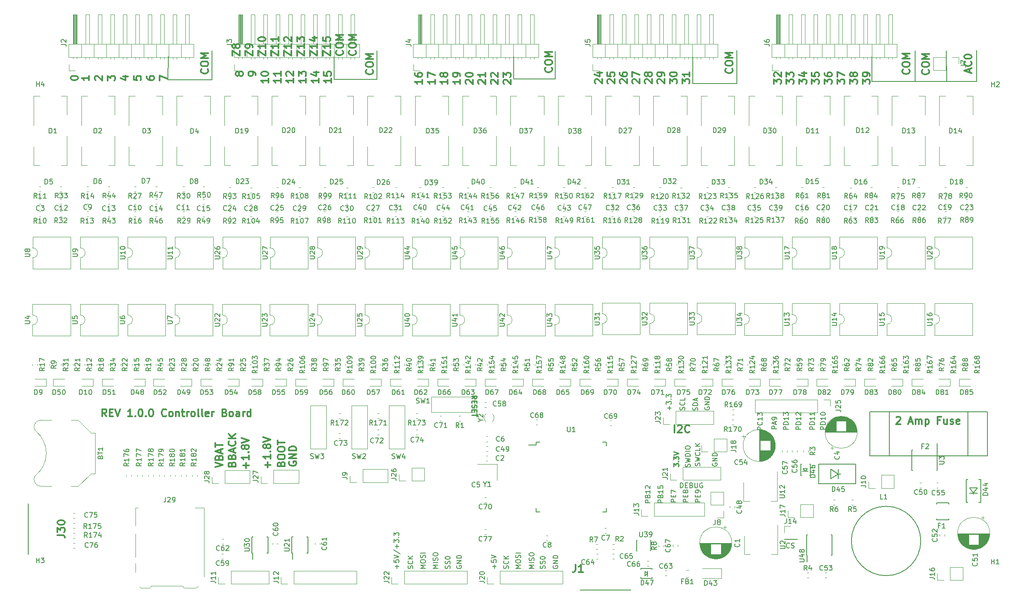
<source format=gbr>
G04 #@! TF.GenerationSoftware,KiCad,Pcbnew,(5.0.1)-4*
G04 #@! TF.CreationDate,2018-12-21T08:19:54-07:00*
G04 #@! TF.ProjectId,SprinklerControllerSTM,537072696E6B6C6572436F6E74726F6C,rev?*
G04 #@! TF.SameCoordinates,Original*
G04 #@! TF.FileFunction,Legend,Top*
G04 #@! TF.FilePolarity,Positive*
%FSLAX46Y46*%
G04 Gerber Fmt 4.6, Leading zero omitted, Abs format (unit mm)*
G04 Created by KiCad (PCBNEW (5.0.1)-4) date 12/21/2018 8:19:54 AM*
%MOMM*%
%LPD*%
G01*
G04 APERTURE LIST*
%ADD10C,0.300000*%
%ADD11C,0.150000*%
%ADD12C,0.200000*%
%ADD13C,0.250000*%
%ADD14C,0.120000*%
%ADD15C,0.100000*%
%ADD16C,0.200660*%
%ADD17C,0.304800*%
G04 APERTURE END LIST*
D10*
X66100000Y-109628571D02*
X65600000Y-108914285D01*
X65242857Y-109628571D02*
X65242857Y-108128571D01*
X65814285Y-108128571D01*
X65957142Y-108200000D01*
X66028571Y-108271428D01*
X66100000Y-108414285D01*
X66100000Y-108628571D01*
X66028571Y-108771428D01*
X65957142Y-108842857D01*
X65814285Y-108914285D01*
X65242857Y-108914285D01*
X66742857Y-108842857D02*
X67242857Y-108842857D01*
X67457142Y-109628571D02*
X66742857Y-109628571D01*
X66742857Y-108128571D01*
X67457142Y-108128571D01*
X67885714Y-108128571D02*
X68385714Y-109628571D01*
X68885714Y-108128571D01*
X71314285Y-109628571D02*
X70457142Y-109628571D01*
X70885714Y-109628571D02*
X70885714Y-108128571D01*
X70742857Y-108342857D01*
X70600000Y-108485714D01*
X70457142Y-108557142D01*
X71957142Y-109485714D02*
X72028571Y-109557142D01*
X71957142Y-109628571D01*
X71885714Y-109557142D01*
X71957142Y-109485714D01*
X71957142Y-109628571D01*
X72957142Y-108128571D02*
X73100000Y-108128571D01*
X73242857Y-108200000D01*
X73314285Y-108271428D01*
X73385714Y-108414285D01*
X73457142Y-108700000D01*
X73457142Y-109057142D01*
X73385714Y-109342857D01*
X73314285Y-109485714D01*
X73242857Y-109557142D01*
X73100000Y-109628571D01*
X72957142Y-109628571D01*
X72814285Y-109557142D01*
X72742857Y-109485714D01*
X72671428Y-109342857D01*
X72600000Y-109057142D01*
X72600000Y-108700000D01*
X72671428Y-108414285D01*
X72742857Y-108271428D01*
X72814285Y-108200000D01*
X72957142Y-108128571D01*
X74100000Y-109485714D02*
X74171428Y-109557142D01*
X74100000Y-109628571D01*
X74028571Y-109557142D01*
X74100000Y-109485714D01*
X74100000Y-109628571D01*
X75100000Y-108128571D02*
X75242857Y-108128571D01*
X75385714Y-108200000D01*
X75457142Y-108271428D01*
X75528571Y-108414285D01*
X75600000Y-108700000D01*
X75600000Y-109057142D01*
X75528571Y-109342857D01*
X75457142Y-109485714D01*
X75385714Y-109557142D01*
X75242857Y-109628571D01*
X75100000Y-109628571D01*
X74957142Y-109557142D01*
X74885714Y-109485714D01*
X74814285Y-109342857D01*
X74742857Y-109057142D01*
X74742857Y-108700000D01*
X74814285Y-108414285D01*
X74885714Y-108271428D01*
X74957142Y-108200000D01*
X75100000Y-108128571D01*
X78242857Y-109485714D02*
X78171428Y-109557142D01*
X77957142Y-109628571D01*
X77814285Y-109628571D01*
X77600000Y-109557142D01*
X77457142Y-109414285D01*
X77385714Y-109271428D01*
X77314285Y-108985714D01*
X77314285Y-108771428D01*
X77385714Y-108485714D01*
X77457142Y-108342857D01*
X77600000Y-108200000D01*
X77814285Y-108128571D01*
X77957142Y-108128571D01*
X78171428Y-108200000D01*
X78242857Y-108271428D01*
X79100000Y-109628571D02*
X78957142Y-109557142D01*
X78885714Y-109485714D01*
X78814285Y-109342857D01*
X78814285Y-108914285D01*
X78885714Y-108771428D01*
X78957142Y-108700000D01*
X79100000Y-108628571D01*
X79314285Y-108628571D01*
X79457142Y-108700000D01*
X79528571Y-108771428D01*
X79600000Y-108914285D01*
X79600000Y-109342857D01*
X79528571Y-109485714D01*
X79457142Y-109557142D01*
X79314285Y-109628571D01*
X79100000Y-109628571D01*
X80242857Y-108628571D02*
X80242857Y-109628571D01*
X80242857Y-108771428D02*
X80314285Y-108700000D01*
X80457142Y-108628571D01*
X80671428Y-108628571D01*
X80814285Y-108700000D01*
X80885714Y-108842857D01*
X80885714Y-109628571D01*
X81385714Y-108628571D02*
X81957142Y-108628571D01*
X81600000Y-108128571D02*
X81600000Y-109414285D01*
X81671428Y-109557142D01*
X81814285Y-109628571D01*
X81957142Y-109628571D01*
X82457142Y-109628571D02*
X82457142Y-108628571D01*
X82457142Y-108914285D02*
X82528571Y-108771428D01*
X82600000Y-108700000D01*
X82742857Y-108628571D01*
X82885714Y-108628571D01*
X83600000Y-109628571D02*
X83457142Y-109557142D01*
X83385714Y-109485714D01*
X83314285Y-109342857D01*
X83314285Y-108914285D01*
X83385714Y-108771428D01*
X83457142Y-108700000D01*
X83600000Y-108628571D01*
X83814285Y-108628571D01*
X83957142Y-108700000D01*
X84028571Y-108771428D01*
X84100000Y-108914285D01*
X84100000Y-109342857D01*
X84028571Y-109485714D01*
X83957142Y-109557142D01*
X83814285Y-109628571D01*
X83600000Y-109628571D01*
X84957142Y-109628571D02*
X84814285Y-109557142D01*
X84742857Y-109414285D01*
X84742857Y-108128571D01*
X85742857Y-109628571D02*
X85600000Y-109557142D01*
X85528571Y-109414285D01*
X85528571Y-108128571D01*
X86885714Y-109557142D02*
X86742857Y-109628571D01*
X86457142Y-109628571D01*
X86314285Y-109557142D01*
X86242857Y-109414285D01*
X86242857Y-108842857D01*
X86314285Y-108700000D01*
X86457142Y-108628571D01*
X86742857Y-108628571D01*
X86885714Y-108700000D01*
X86957142Y-108842857D01*
X86957142Y-108985714D01*
X86242857Y-109128571D01*
X87600000Y-109628571D02*
X87600000Y-108628571D01*
X87600000Y-108914285D02*
X87671428Y-108771428D01*
X87742857Y-108700000D01*
X87885714Y-108628571D01*
X88028571Y-108628571D01*
X90171428Y-108842857D02*
X90385714Y-108914285D01*
X90457142Y-108985714D01*
X90528571Y-109128571D01*
X90528571Y-109342857D01*
X90457142Y-109485714D01*
X90385714Y-109557142D01*
X90242857Y-109628571D01*
X89671428Y-109628571D01*
X89671428Y-108128571D01*
X90171428Y-108128571D01*
X90314285Y-108200000D01*
X90385714Y-108271428D01*
X90457142Y-108414285D01*
X90457142Y-108557142D01*
X90385714Y-108700000D01*
X90314285Y-108771428D01*
X90171428Y-108842857D01*
X89671428Y-108842857D01*
X91385714Y-109628571D02*
X91242857Y-109557142D01*
X91171428Y-109485714D01*
X91100000Y-109342857D01*
X91100000Y-108914285D01*
X91171428Y-108771428D01*
X91242857Y-108700000D01*
X91385714Y-108628571D01*
X91600000Y-108628571D01*
X91742857Y-108700000D01*
X91814285Y-108771428D01*
X91885714Y-108914285D01*
X91885714Y-109342857D01*
X91814285Y-109485714D01*
X91742857Y-109557142D01*
X91600000Y-109628571D01*
X91385714Y-109628571D01*
X93171428Y-109628571D02*
X93171428Y-108842857D01*
X93100000Y-108700000D01*
X92957142Y-108628571D01*
X92671428Y-108628571D01*
X92528571Y-108700000D01*
X93171428Y-109557142D02*
X93028571Y-109628571D01*
X92671428Y-109628571D01*
X92528571Y-109557142D01*
X92457142Y-109414285D01*
X92457142Y-109271428D01*
X92528571Y-109128571D01*
X92671428Y-109057142D01*
X93028571Y-109057142D01*
X93171428Y-108985714D01*
X93885714Y-109628571D02*
X93885714Y-108628571D01*
X93885714Y-108914285D02*
X93957142Y-108771428D01*
X94028571Y-108700000D01*
X94171428Y-108628571D01*
X94314285Y-108628571D01*
X95457142Y-109628571D02*
X95457142Y-108128571D01*
X95457142Y-109557142D02*
X95314285Y-109628571D01*
X95028571Y-109628571D01*
X94885714Y-109557142D01*
X94814285Y-109485714D01*
X94742857Y-109342857D01*
X94742857Y-108914285D01*
X94814285Y-108771428D01*
X94885714Y-108700000D01*
X95028571Y-108628571D01*
X95314285Y-108628571D01*
X95457142Y-108700000D01*
D11*
X184552380Y-127040476D02*
X183552380Y-127040476D01*
X183552380Y-126659523D01*
X183600000Y-126564285D01*
X183647619Y-126516666D01*
X183742857Y-126469047D01*
X183885714Y-126469047D01*
X183980952Y-126516666D01*
X184028571Y-126564285D01*
X184076190Y-126659523D01*
X184076190Y-127040476D01*
X184028571Y-126040476D02*
X184028571Y-125707142D01*
X184552380Y-125564285D02*
X184552380Y-126040476D01*
X183552380Y-126040476D01*
X183552380Y-125564285D01*
X183980952Y-124992857D02*
X183933333Y-125088095D01*
X183885714Y-125135714D01*
X183790476Y-125183333D01*
X183742857Y-125183333D01*
X183647619Y-125135714D01*
X183600000Y-125088095D01*
X183552380Y-124992857D01*
X183552380Y-124802380D01*
X183600000Y-124707142D01*
X183647619Y-124659523D01*
X183742857Y-124611904D01*
X183790476Y-124611904D01*
X183885714Y-124659523D01*
X183933333Y-124707142D01*
X183980952Y-124802380D01*
X183980952Y-124992857D01*
X184028571Y-125088095D01*
X184076190Y-125135714D01*
X184171428Y-125183333D01*
X184361904Y-125183333D01*
X184457142Y-125135714D01*
X184504761Y-125088095D01*
X184552380Y-124992857D01*
X184552380Y-124802380D01*
X184504761Y-124707142D01*
X184457142Y-124659523D01*
X184361904Y-124611904D01*
X184171428Y-124611904D01*
X184076190Y-124659523D01*
X184028571Y-124707142D01*
X183980952Y-124802380D01*
X205233333Y-136307142D02*
X205185714Y-136354761D01*
X205042857Y-136402380D01*
X204947619Y-136402380D01*
X204804761Y-136354761D01*
X204709523Y-136259523D01*
X204661904Y-136164285D01*
X204614285Y-135973809D01*
X204614285Y-135830952D01*
X204661904Y-135640476D01*
X204709523Y-135545238D01*
X204804761Y-135450000D01*
X204947619Y-135402380D01*
X205042857Y-135402380D01*
X205185714Y-135450000D01*
X205233333Y-135497619D01*
X205614285Y-136354761D02*
X205757142Y-136402380D01*
X205995238Y-136402380D01*
X206090476Y-136354761D01*
X206138095Y-136307142D01*
X206185714Y-136211904D01*
X206185714Y-136116666D01*
X206138095Y-136021428D01*
X206090476Y-135973809D01*
X205995238Y-135926190D01*
X205804761Y-135878571D01*
X205709523Y-135830952D01*
X205661904Y-135783333D01*
X205614285Y-135688095D01*
X205614285Y-135592857D01*
X205661904Y-135497619D01*
X205709523Y-135450000D01*
X205804761Y-135402380D01*
X206042857Y-135402380D01*
X206185714Y-135450000D01*
X188000000Y-107711904D02*
X187952380Y-107807142D01*
X187952380Y-107950000D01*
X188000000Y-108092857D01*
X188095238Y-108188095D01*
X188190476Y-108235714D01*
X188380952Y-108283333D01*
X188523809Y-108283333D01*
X188714285Y-108235714D01*
X188809523Y-108188095D01*
X188904761Y-108092857D01*
X188952380Y-107950000D01*
X188952380Y-107854761D01*
X188904761Y-107711904D01*
X188857142Y-107664285D01*
X188523809Y-107664285D01*
X188523809Y-107854761D01*
X188952380Y-107235714D02*
X187952380Y-107235714D01*
X188952380Y-106664285D01*
X187952380Y-106664285D01*
X188952380Y-106188095D02*
X187952380Y-106188095D01*
X187952380Y-105950000D01*
X188000000Y-105807142D01*
X188095238Y-105711904D01*
X188190476Y-105664285D01*
X188380952Y-105616666D01*
X188523809Y-105616666D01*
X188714285Y-105664285D01*
X188809523Y-105711904D01*
X188904761Y-105807142D01*
X188952380Y-105950000D01*
X188952380Y-106188095D01*
X186504761Y-108364285D02*
X186552380Y-108221428D01*
X186552380Y-107983333D01*
X186504761Y-107888095D01*
X186457142Y-107840476D01*
X186361904Y-107792857D01*
X186266666Y-107792857D01*
X186171428Y-107840476D01*
X186123809Y-107888095D01*
X186076190Y-107983333D01*
X186028571Y-108173809D01*
X185980952Y-108269047D01*
X185933333Y-108316666D01*
X185838095Y-108364285D01*
X185742857Y-108364285D01*
X185647619Y-108316666D01*
X185600000Y-108269047D01*
X185552380Y-108173809D01*
X185552380Y-107935714D01*
X185600000Y-107792857D01*
X186552380Y-107364285D02*
X185552380Y-107364285D01*
X185552380Y-107126190D01*
X185600000Y-106983333D01*
X185695238Y-106888095D01*
X185790476Y-106840476D01*
X185980952Y-106792857D01*
X186123809Y-106792857D01*
X186314285Y-106840476D01*
X186409523Y-106888095D01*
X186504761Y-106983333D01*
X186552380Y-107126190D01*
X186552380Y-107364285D01*
X186266666Y-106411904D02*
X186266666Y-105935714D01*
X186552380Y-106507142D02*
X185552380Y-106173809D01*
X186552380Y-105840476D01*
X183854761Y-108290476D02*
X183902380Y-108147619D01*
X183902380Y-107909523D01*
X183854761Y-107814285D01*
X183807142Y-107766666D01*
X183711904Y-107719047D01*
X183616666Y-107719047D01*
X183521428Y-107766666D01*
X183473809Y-107814285D01*
X183426190Y-107909523D01*
X183378571Y-108100000D01*
X183330952Y-108195238D01*
X183283333Y-108242857D01*
X183188095Y-108290476D01*
X183092857Y-108290476D01*
X182997619Y-108242857D01*
X182950000Y-108195238D01*
X182902380Y-108100000D01*
X182902380Y-107861904D01*
X182950000Y-107719047D01*
X183807142Y-106719047D02*
X183854761Y-106766666D01*
X183902380Y-106909523D01*
X183902380Y-107004761D01*
X183854761Y-107147619D01*
X183759523Y-107242857D01*
X183664285Y-107290476D01*
X183473809Y-107338095D01*
X183330952Y-107338095D01*
X183140476Y-107290476D01*
X183045238Y-107242857D01*
X182950000Y-107147619D01*
X182902380Y-107004761D01*
X182902380Y-106909523D01*
X182950000Y-106766666D01*
X182997619Y-106719047D01*
X183902380Y-105814285D02*
X183902380Y-106290476D01*
X182902380Y-106290476D01*
X180771428Y-108271428D02*
X180771428Y-107509523D01*
X181152380Y-107890476D02*
X180390476Y-107890476D01*
X180152380Y-107128571D02*
X180152380Y-106509523D01*
X180533333Y-106842857D01*
X180533333Y-106700000D01*
X180580952Y-106604761D01*
X180628571Y-106557142D01*
X180723809Y-106509523D01*
X180961904Y-106509523D01*
X181057142Y-106557142D01*
X181104761Y-106604761D01*
X181152380Y-106700000D01*
X181152380Y-106985714D01*
X181104761Y-107080952D01*
X181057142Y-107128571D01*
X181057142Y-106080952D02*
X181104761Y-106033333D01*
X181152380Y-106080952D01*
X181104761Y-106128571D01*
X181057142Y-106080952D01*
X181152380Y-106080952D01*
X180152380Y-105700000D02*
X180152380Y-105080952D01*
X180533333Y-105414285D01*
X180533333Y-105271428D01*
X180580952Y-105176190D01*
X180628571Y-105128571D01*
X180723809Y-105080952D01*
X180961904Y-105080952D01*
X181057142Y-105128571D01*
X181104761Y-105176190D01*
X181152380Y-105271428D01*
X181152380Y-105557142D01*
X181104761Y-105652380D01*
X181057142Y-105700000D01*
D10*
X220128571Y-41864285D02*
X220128571Y-40935714D01*
X220700000Y-41435714D01*
X220700000Y-41221428D01*
X220771428Y-41078571D01*
X220842857Y-41007142D01*
X220985714Y-40935714D01*
X221342857Y-40935714D01*
X221485714Y-41007142D01*
X221557142Y-41078571D01*
X221628571Y-41221428D01*
X221628571Y-41650000D01*
X221557142Y-41792857D01*
X221485714Y-41864285D01*
X221628571Y-40221428D02*
X221628571Y-39935714D01*
X221557142Y-39792857D01*
X221485714Y-39721428D01*
X221271428Y-39578571D01*
X220985714Y-39507142D01*
X220414285Y-39507142D01*
X220271428Y-39578571D01*
X220200000Y-39650000D01*
X220128571Y-39792857D01*
X220128571Y-40078571D01*
X220200000Y-40221428D01*
X220271428Y-40292857D01*
X220414285Y-40364285D01*
X220771428Y-40364285D01*
X220914285Y-40292857D01*
X220985714Y-40221428D01*
X221057142Y-40078571D01*
X221057142Y-39792857D01*
X220985714Y-39650000D01*
X220914285Y-39578571D01*
X220771428Y-39507142D01*
X217542855Y-41864285D02*
X217542855Y-40935714D01*
X218114284Y-41435714D01*
X218114284Y-41221428D01*
X218185712Y-41078571D01*
X218257141Y-41007142D01*
X218399998Y-40935714D01*
X218757141Y-40935714D01*
X218899998Y-41007142D01*
X218971426Y-41078571D01*
X219042855Y-41221428D01*
X219042855Y-41650000D01*
X218971426Y-41792857D01*
X218899998Y-41864285D01*
X218185712Y-40078571D02*
X218114284Y-40221428D01*
X218042855Y-40292857D01*
X217899998Y-40364285D01*
X217828569Y-40364285D01*
X217685712Y-40292857D01*
X217614284Y-40221428D01*
X217542855Y-40078571D01*
X217542855Y-39792857D01*
X217614284Y-39650000D01*
X217685712Y-39578571D01*
X217828569Y-39507142D01*
X217899998Y-39507142D01*
X218042855Y-39578571D01*
X218114284Y-39650000D01*
X218185712Y-39792857D01*
X218185712Y-40078571D01*
X218257141Y-40221428D01*
X218328569Y-40292857D01*
X218471426Y-40364285D01*
X218757141Y-40364285D01*
X218899998Y-40292857D01*
X218971426Y-40221428D01*
X219042855Y-40078571D01*
X219042855Y-39792857D01*
X218971426Y-39650000D01*
X218899998Y-39578571D01*
X218757141Y-39507142D01*
X218471426Y-39507142D01*
X218328569Y-39578571D01*
X218257141Y-39650000D01*
X218185712Y-39792857D01*
X214957141Y-41864285D02*
X214957141Y-40935714D01*
X215528570Y-41435714D01*
X215528570Y-41221428D01*
X215599998Y-41078571D01*
X215671427Y-41007142D01*
X215814284Y-40935714D01*
X216171427Y-40935714D01*
X216314284Y-41007142D01*
X216385712Y-41078571D01*
X216457141Y-41221428D01*
X216457141Y-41650000D01*
X216385712Y-41792857D01*
X216314284Y-41864285D01*
X214957141Y-40435714D02*
X214957141Y-39435714D01*
X216457141Y-40078571D01*
X212371427Y-41864285D02*
X212371427Y-40935714D01*
X212942856Y-41435714D01*
X212942856Y-41221428D01*
X213014284Y-41078571D01*
X213085713Y-41007142D01*
X213228570Y-40935714D01*
X213585713Y-40935714D01*
X213728570Y-41007142D01*
X213799998Y-41078571D01*
X213871427Y-41221428D01*
X213871427Y-41650000D01*
X213799998Y-41792857D01*
X213728570Y-41864285D01*
X212371427Y-39650000D02*
X212371427Y-39935714D01*
X212442856Y-40078571D01*
X212514284Y-40150000D01*
X212728570Y-40292857D01*
X213014284Y-40364285D01*
X213585713Y-40364285D01*
X213728570Y-40292857D01*
X213799998Y-40221428D01*
X213871427Y-40078571D01*
X213871427Y-39792857D01*
X213799998Y-39650000D01*
X213728570Y-39578571D01*
X213585713Y-39507142D01*
X213228570Y-39507142D01*
X213085713Y-39578571D01*
X213014284Y-39650000D01*
X212942856Y-39792857D01*
X212942856Y-40078571D01*
X213014284Y-40221428D01*
X213085713Y-40292857D01*
X213228570Y-40364285D01*
X209785713Y-41864285D02*
X209785713Y-40935714D01*
X210357142Y-41435714D01*
X210357142Y-41221428D01*
X210428570Y-41078571D01*
X210499999Y-41007142D01*
X210642856Y-40935714D01*
X210999999Y-40935714D01*
X211142856Y-41007142D01*
X211214284Y-41078571D01*
X211285713Y-41221428D01*
X211285713Y-41650000D01*
X211214284Y-41792857D01*
X211142856Y-41864285D01*
X209785713Y-39578571D02*
X209785713Y-40292857D01*
X210499999Y-40364285D01*
X210428570Y-40292857D01*
X210357142Y-40150000D01*
X210357142Y-39792857D01*
X210428570Y-39650000D01*
X210499999Y-39578571D01*
X210642856Y-39507142D01*
X210999999Y-39507142D01*
X211142856Y-39578571D01*
X211214284Y-39650000D01*
X211285713Y-39792857D01*
X211285713Y-40150000D01*
X211214284Y-40292857D01*
X211142856Y-40364285D01*
X207199999Y-41864285D02*
X207199999Y-40935714D01*
X207771428Y-41435714D01*
X207771428Y-41221428D01*
X207842856Y-41078571D01*
X207914285Y-41007142D01*
X208057142Y-40935714D01*
X208414285Y-40935714D01*
X208557142Y-41007142D01*
X208628570Y-41078571D01*
X208699999Y-41221428D01*
X208699999Y-41650000D01*
X208628570Y-41792857D01*
X208557142Y-41864285D01*
X207699999Y-39650000D02*
X208699999Y-39650000D01*
X207128570Y-40007142D02*
X208199999Y-40364285D01*
X208199999Y-39435714D01*
X204614285Y-41864285D02*
X204614285Y-40935714D01*
X205185714Y-41435714D01*
X205185714Y-41221428D01*
X205257142Y-41078571D01*
X205328571Y-41007142D01*
X205471428Y-40935714D01*
X205828571Y-40935714D01*
X205971428Y-41007142D01*
X206042856Y-41078571D01*
X206114285Y-41221428D01*
X206114285Y-41650000D01*
X206042856Y-41792857D01*
X205971428Y-41864285D01*
X204614285Y-40435714D02*
X204614285Y-39507142D01*
X205185714Y-40007142D01*
X205185714Y-39792857D01*
X205257142Y-39650000D01*
X205328571Y-39578571D01*
X205471428Y-39507142D01*
X205828571Y-39507142D01*
X205971428Y-39578571D01*
X206042856Y-39650000D01*
X206114285Y-39792857D01*
X206114285Y-40221428D01*
X206042856Y-40364285D01*
X205971428Y-40435714D01*
X202028571Y-41864285D02*
X202028571Y-40935714D01*
X202600000Y-41435714D01*
X202600000Y-41221428D01*
X202671428Y-41078571D01*
X202742857Y-41007142D01*
X202885714Y-40935714D01*
X203242857Y-40935714D01*
X203385714Y-41007142D01*
X203457142Y-41078571D01*
X203528571Y-41221428D01*
X203528571Y-41650000D01*
X203457142Y-41792857D01*
X203385714Y-41864285D01*
X202171428Y-40364285D02*
X202100000Y-40292857D01*
X202028571Y-40150000D01*
X202028571Y-39792857D01*
X202100000Y-39650000D01*
X202171428Y-39578571D01*
X202314285Y-39507142D01*
X202457142Y-39507142D01*
X202671428Y-39578571D01*
X203528571Y-40435714D01*
X203528571Y-39507142D01*
X183378570Y-41814285D02*
X183378570Y-40885714D01*
X183949999Y-41385714D01*
X183949999Y-41171428D01*
X184021427Y-41028571D01*
X184092856Y-40957142D01*
X184235713Y-40885714D01*
X184592856Y-40885714D01*
X184735713Y-40957142D01*
X184807141Y-41028571D01*
X184878570Y-41171428D01*
X184878570Y-41600000D01*
X184807141Y-41742857D01*
X184735713Y-41814285D01*
X184878570Y-39457142D02*
X184878570Y-40314285D01*
X184878570Y-39885714D02*
X183378570Y-39885714D01*
X183592856Y-40028571D01*
X183735713Y-40171428D01*
X183807141Y-40314285D01*
X180835713Y-41814285D02*
X180835713Y-40885714D01*
X181407142Y-41385714D01*
X181407142Y-41171428D01*
X181478570Y-41028571D01*
X181549999Y-40957142D01*
X181692856Y-40885714D01*
X182049999Y-40885714D01*
X182192856Y-40957142D01*
X182264284Y-41028571D01*
X182335713Y-41171428D01*
X182335713Y-41600000D01*
X182264284Y-41742857D01*
X182192856Y-41814285D01*
X180835713Y-39957142D02*
X180835713Y-39814285D01*
X180907142Y-39671428D01*
X180978570Y-39600000D01*
X181121427Y-39528571D01*
X181407142Y-39457142D01*
X181764284Y-39457142D01*
X182049999Y-39528571D01*
X182192856Y-39600000D01*
X182264284Y-39671428D01*
X182335713Y-39814285D01*
X182335713Y-39957142D01*
X182264284Y-40100000D01*
X182192856Y-40171428D01*
X182049999Y-40242857D01*
X181764284Y-40314285D01*
X181407142Y-40314285D01*
X181121427Y-40242857D01*
X180978570Y-40171428D01*
X180907142Y-40100000D01*
X180835713Y-39957142D01*
X178435713Y-41742857D02*
X178364285Y-41671428D01*
X178292856Y-41528571D01*
X178292856Y-41171428D01*
X178364285Y-41028571D01*
X178435713Y-40957142D01*
X178578570Y-40885714D01*
X178721427Y-40885714D01*
X178935713Y-40957142D01*
X179792856Y-41814285D01*
X179792856Y-40885714D01*
X179792856Y-40171428D02*
X179792856Y-39885714D01*
X179721427Y-39742857D01*
X179649999Y-39671428D01*
X179435713Y-39528571D01*
X179149999Y-39457142D01*
X178578570Y-39457142D01*
X178435713Y-39528571D01*
X178364285Y-39600000D01*
X178292856Y-39742857D01*
X178292856Y-40028571D01*
X178364285Y-40171428D01*
X178435713Y-40242857D01*
X178578570Y-40314285D01*
X178935713Y-40314285D01*
X179078570Y-40242857D01*
X179149999Y-40171428D01*
X179221427Y-40028571D01*
X179221427Y-39742857D01*
X179149999Y-39600000D01*
X179078570Y-39528571D01*
X178935713Y-39457142D01*
X175892856Y-41742857D02*
X175821428Y-41671428D01*
X175749999Y-41528571D01*
X175749999Y-41171428D01*
X175821428Y-41028571D01*
X175892856Y-40957142D01*
X176035713Y-40885714D01*
X176178570Y-40885714D01*
X176392856Y-40957142D01*
X177249999Y-41814285D01*
X177249999Y-40885714D01*
X176392856Y-40028571D02*
X176321428Y-40171428D01*
X176249999Y-40242857D01*
X176107142Y-40314285D01*
X176035713Y-40314285D01*
X175892856Y-40242857D01*
X175821428Y-40171428D01*
X175749999Y-40028571D01*
X175749999Y-39742857D01*
X175821428Y-39600000D01*
X175892856Y-39528571D01*
X176035713Y-39457142D01*
X176107142Y-39457142D01*
X176249999Y-39528571D01*
X176321428Y-39600000D01*
X176392856Y-39742857D01*
X176392856Y-40028571D01*
X176464285Y-40171428D01*
X176535713Y-40242857D01*
X176678570Y-40314285D01*
X176964285Y-40314285D01*
X177107142Y-40242857D01*
X177178570Y-40171428D01*
X177249999Y-40028571D01*
X177249999Y-39742857D01*
X177178570Y-39600000D01*
X177107142Y-39528571D01*
X176964285Y-39457142D01*
X176678570Y-39457142D01*
X176535713Y-39528571D01*
X176464285Y-39600000D01*
X176392856Y-39742857D01*
X173349999Y-41742857D02*
X173278571Y-41671428D01*
X173207142Y-41528571D01*
X173207142Y-41171428D01*
X173278571Y-41028571D01*
X173349999Y-40957142D01*
X173492856Y-40885714D01*
X173635713Y-40885714D01*
X173849999Y-40957142D01*
X174707142Y-41814285D01*
X174707142Y-40885714D01*
X173207142Y-40385714D02*
X173207142Y-39385714D01*
X174707142Y-40028571D01*
X170807142Y-41742857D02*
X170735714Y-41671428D01*
X170664285Y-41528571D01*
X170664285Y-41171428D01*
X170735714Y-41028571D01*
X170807142Y-40957142D01*
X170949999Y-40885714D01*
X171092856Y-40885714D01*
X171307142Y-40957142D01*
X172164285Y-41814285D01*
X172164285Y-40885714D01*
X170664285Y-39600000D02*
X170664285Y-39885714D01*
X170735714Y-40028571D01*
X170807142Y-40100000D01*
X171021428Y-40242857D01*
X171307142Y-40314285D01*
X171878571Y-40314285D01*
X172021428Y-40242857D01*
X172092856Y-40171428D01*
X172164285Y-40028571D01*
X172164285Y-39742857D01*
X172092856Y-39600000D01*
X172021428Y-39528571D01*
X171878571Y-39457142D01*
X171521428Y-39457142D01*
X171378571Y-39528571D01*
X171307142Y-39600000D01*
X171235714Y-39742857D01*
X171235714Y-40028571D01*
X171307142Y-40171428D01*
X171378571Y-40242857D01*
X171521428Y-40314285D01*
X168264285Y-41742857D02*
X168192857Y-41671428D01*
X168121428Y-41528571D01*
X168121428Y-41171428D01*
X168192857Y-41028571D01*
X168264285Y-40957142D01*
X168407142Y-40885714D01*
X168549999Y-40885714D01*
X168764285Y-40957142D01*
X169621428Y-41814285D01*
X169621428Y-40885714D01*
X168121428Y-39528571D02*
X168121428Y-40242857D01*
X168835714Y-40314285D01*
X168764285Y-40242857D01*
X168692857Y-40100000D01*
X168692857Y-39742857D01*
X168764285Y-39600000D01*
X168835714Y-39528571D01*
X168978571Y-39457142D01*
X169335714Y-39457142D01*
X169478571Y-39528571D01*
X169549999Y-39600000D01*
X169621428Y-39742857D01*
X169621428Y-40100000D01*
X169549999Y-40242857D01*
X169478571Y-40314285D01*
X165721428Y-41742857D02*
X165650000Y-41671428D01*
X165578571Y-41528571D01*
X165578571Y-41171428D01*
X165650000Y-41028571D01*
X165721428Y-40957142D01*
X165864285Y-40885714D01*
X166007142Y-40885714D01*
X166221428Y-40957142D01*
X167078571Y-41814285D01*
X167078571Y-40885714D01*
X166078571Y-39600000D02*
X167078571Y-39600000D01*
X165507142Y-39957142D02*
X166578571Y-40314285D01*
X166578571Y-39385714D01*
X147071428Y-41842857D02*
X147000000Y-41771428D01*
X146928571Y-41628571D01*
X146928571Y-41271428D01*
X147000000Y-41128571D01*
X147071428Y-41057142D01*
X147214285Y-40985714D01*
X147357142Y-40985714D01*
X147571428Y-41057142D01*
X148428571Y-41914285D01*
X148428571Y-40985714D01*
X146928571Y-40485714D02*
X146928571Y-39557142D01*
X147500000Y-40057142D01*
X147500000Y-39842857D01*
X147571428Y-39700000D01*
X147642857Y-39628571D01*
X147785714Y-39557142D01*
X148142857Y-39557142D01*
X148285714Y-39628571D01*
X148357142Y-39700000D01*
X148428571Y-39842857D01*
X148428571Y-40271428D01*
X148357142Y-40414285D01*
X148285714Y-40485714D01*
X144499996Y-41842857D02*
X144428568Y-41771428D01*
X144357139Y-41628571D01*
X144357139Y-41271428D01*
X144428568Y-41128571D01*
X144499996Y-41057142D01*
X144642853Y-40985714D01*
X144785710Y-40985714D01*
X144999996Y-41057142D01*
X145857139Y-41914285D01*
X145857139Y-40985714D01*
X144499996Y-40414285D02*
X144428568Y-40342857D01*
X144357139Y-40200000D01*
X144357139Y-39842857D01*
X144428568Y-39700000D01*
X144499996Y-39628571D01*
X144642853Y-39557142D01*
X144785710Y-39557142D01*
X144999996Y-39628571D01*
X145857139Y-40485714D01*
X145857139Y-39557142D01*
X141928568Y-41842857D02*
X141857140Y-41771428D01*
X141785711Y-41628571D01*
X141785711Y-41271428D01*
X141857140Y-41128571D01*
X141928568Y-41057142D01*
X142071425Y-40985714D01*
X142214282Y-40985714D01*
X142428568Y-41057142D01*
X143285711Y-41914285D01*
X143285711Y-40985714D01*
X143285711Y-39557142D02*
X143285711Y-40414285D01*
X143285711Y-39985714D02*
X141785711Y-39985714D01*
X141999997Y-40128571D01*
X142142854Y-40271428D01*
X142214282Y-40414285D01*
X139357140Y-41842857D02*
X139285712Y-41771428D01*
X139214283Y-41628571D01*
X139214283Y-41271428D01*
X139285712Y-41128571D01*
X139357140Y-41057142D01*
X139499997Y-40985714D01*
X139642854Y-40985714D01*
X139857140Y-41057142D01*
X140714283Y-41914285D01*
X140714283Y-40985714D01*
X139214283Y-40057142D02*
X139214283Y-39914285D01*
X139285712Y-39771428D01*
X139357140Y-39700000D01*
X139499997Y-39628571D01*
X139785712Y-39557142D01*
X140142854Y-39557142D01*
X140428569Y-39628571D01*
X140571426Y-39700000D01*
X140642854Y-39771428D01*
X140714283Y-39914285D01*
X140714283Y-40057142D01*
X140642854Y-40200000D01*
X140571426Y-40271428D01*
X140428569Y-40342857D01*
X140142854Y-40414285D01*
X139785712Y-40414285D01*
X139499997Y-40342857D01*
X139357140Y-40271428D01*
X139285712Y-40200000D01*
X139214283Y-40057142D01*
X138142855Y-40985714D02*
X138142855Y-41842857D01*
X138142855Y-41414285D02*
X136642855Y-41414285D01*
X136857141Y-41557142D01*
X136999998Y-41700000D01*
X137071426Y-41842857D01*
X138142855Y-40271428D02*
X138142855Y-39985714D01*
X138071426Y-39842857D01*
X137999998Y-39771428D01*
X137785712Y-39628571D01*
X137499998Y-39557142D01*
X136928569Y-39557142D01*
X136785712Y-39628571D01*
X136714284Y-39700000D01*
X136642855Y-39842857D01*
X136642855Y-40128571D01*
X136714284Y-40271428D01*
X136785712Y-40342857D01*
X136928569Y-40414285D01*
X137285712Y-40414285D01*
X137428569Y-40342857D01*
X137499998Y-40271428D01*
X137571426Y-40128571D01*
X137571426Y-39842857D01*
X137499998Y-39700000D01*
X137428569Y-39628571D01*
X137285712Y-39557142D01*
X135571427Y-40985714D02*
X135571427Y-41842857D01*
X135571427Y-41414285D02*
X134071427Y-41414285D01*
X134285713Y-41557142D01*
X134428570Y-41700000D01*
X134499998Y-41842857D01*
X134714284Y-40128571D02*
X134642856Y-40271428D01*
X134571427Y-40342857D01*
X134428570Y-40414285D01*
X134357141Y-40414285D01*
X134214284Y-40342857D01*
X134142856Y-40271428D01*
X134071427Y-40128571D01*
X134071427Y-39842857D01*
X134142856Y-39700000D01*
X134214284Y-39628571D01*
X134357141Y-39557142D01*
X134428570Y-39557142D01*
X134571427Y-39628571D01*
X134642856Y-39700000D01*
X134714284Y-39842857D01*
X134714284Y-40128571D01*
X134785713Y-40271428D01*
X134857141Y-40342857D01*
X134999998Y-40414285D01*
X135285713Y-40414285D01*
X135428570Y-40342857D01*
X135499998Y-40271428D01*
X135571427Y-40128571D01*
X135571427Y-39842857D01*
X135499998Y-39700000D01*
X135428570Y-39628571D01*
X135285713Y-39557142D01*
X134999998Y-39557142D01*
X134857141Y-39628571D01*
X134785713Y-39700000D01*
X134714284Y-39842857D01*
X132999999Y-40985714D02*
X132999999Y-41842857D01*
X132999999Y-41414285D02*
X131499999Y-41414285D01*
X131714285Y-41557142D01*
X131857142Y-41700000D01*
X131928570Y-41842857D01*
X131499999Y-40485714D02*
X131499999Y-39485714D01*
X132999999Y-40128571D01*
X130428571Y-40985714D02*
X130428571Y-41842857D01*
X130428571Y-41414285D02*
X128928571Y-41414285D01*
X129142857Y-41557142D01*
X129285714Y-41700000D01*
X129357142Y-41842857D01*
X128928571Y-39700000D02*
X128928571Y-39985714D01*
X129000000Y-40128571D01*
X129071428Y-40200000D01*
X129285714Y-40342857D01*
X129571428Y-40414285D01*
X130142857Y-40414285D01*
X130285714Y-40342857D01*
X130357142Y-40271428D01*
X130428571Y-40128571D01*
X130428571Y-39842857D01*
X130357142Y-39700000D01*
X130285714Y-39628571D01*
X130142857Y-39557142D01*
X129785714Y-39557142D01*
X129642857Y-39628571D01*
X129571428Y-39700000D01*
X129500000Y-39842857D01*
X129500000Y-40128571D01*
X129571428Y-40271428D01*
X129642857Y-40342857D01*
X129785714Y-40414285D01*
X111878571Y-40785714D02*
X111878571Y-41642857D01*
X111878571Y-41214285D02*
X110378571Y-41214285D01*
X110592857Y-41357142D01*
X110735714Y-41500000D01*
X110807142Y-41642857D01*
X110378571Y-39428571D02*
X110378571Y-40142857D01*
X111092857Y-40214285D01*
X111021428Y-40142857D01*
X110950000Y-40000000D01*
X110950000Y-39642857D01*
X111021428Y-39500000D01*
X111092857Y-39428571D01*
X111235714Y-39357142D01*
X111592857Y-39357142D01*
X111735714Y-39428571D01*
X111807142Y-39500000D01*
X111878571Y-39642857D01*
X111878571Y-40000000D01*
X111807142Y-40142857D01*
X111735714Y-40214285D01*
X109314281Y-40785714D02*
X109314281Y-41642857D01*
X109314281Y-41214285D02*
X107814281Y-41214285D01*
X108028567Y-41357142D01*
X108171424Y-41500000D01*
X108242852Y-41642857D01*
X108314281Y-39500000D02*
X109314281Y-39500000D01*
X107742852Y-39857142D02*
X108814281Y-40214285D01*
X108814281Y-39285714D01*
X106749996Y-40785714D02*
X106749996Y-41642857D01*
X106749996Y-41214285D02*
X105249996Y-41214285D01*
X105464282Y-41357142D01*
X105607139Y-41500000D01*
X105678567Y-41642857D01*
X105249996Y-40285714D02*
X105249996Y-39357142D01*
X105821425Y-39857142D01*
X105821425Y-39642857D01*
X105892853Y-39500000D01*
X105964282Y-39428571D01*
X106107139Y-39357142D01*
X106464282Y-39357142D01*
X106607139Y-39428571D01*
X106678567Y-39500000D01*
X106749996Y-39642857D01*
X106749996Y-40071428D01*
X106678567Y-40214285D01*
X106607139Y-40285714D01*
X104185711Y-40785714D02*
X104185711Y-41642857D01*
X104185711Y-41214285D02*
X102685711Y-41214285D01*
X102899997Y-41357142D01*
X103042854Y-41500000D01*
X103114282Y-41642857D01*
X102828568Y-40214285D02*
X102757140Y-40142857D01*
X102685711Y-40000000D01*
X102685711Y-39642857D01*
X102757140Y-39500000D01*
X102828568Y-39428571D01*
X102971425Y-39357142D01*
X103114282Y-39357142D01*
X103328568Y-39428571D01*
X104185711Y-40285714D01*
X104185711Y-39357142D01*
X101621426Y-40785714D02*
X101621426Y-41642857D01*
X101621426Y-41214285D02*
X100121426Y-41214285D01*
X100335712Y-41357142D01*
X100478569Y-41500000D01*
X100549997Y-41642857D01*
X101621426Y-39357142D02*
X101621426Y-40214285D01*
X101621426Y-39785714D02*
X100121426Y-39785714D01*
X100335712Y-39928571D01*
X100478569Y-40071428D01*
X100549997Y-40214285D01*
X99057141Y-40785714D02*
X99057141Y-41642857D01*
X99057141Y-41214285D02*
X97557141Y-41214285D01*
X97771427Y-41357142D01*
X97914284Y-41500000D01*
X97985712Y-41642857D01*
X97557141Y-39857142D02*
X97557141Y-39714285D01*
X97628570Y-39571428D01*
X97699998Y-39500000D01*
X97842855Y-39428571D01*
X98128570Y-39357142D01*
X98485712Y-39357142D01*
X98771427Y-39428571D01*
X98914284Y-39500000D01*
X98985712Y-39571428D01*
X99057141Y-39714285D01*
X99057141Y-39857142D01*
X98985712Y-40000000D01*
X98914284Y-40071428D01*
X98771427Y-40142857D01*
X98485712Y-40214285D01*
X98128570Y-40214285D01*
X97842855Y-40142857D01*
X97699998Y-40071428D01*
X97628570Y-40000000D01*
X97557141Y-39857142D01*
X96492856Y-40071428D02*
X96492856Y-39785714D01*
X96421427Y-39642856D01*
X96349999Y-39571428D01*
X96135713Y-39428571D01*
X95849999Y-39357142D01*
X95278570Y-39357142D01*
X95135713Y-39428571D01*
X95064285Y-39499999D01*
X94992856Y-39642856D01*
X94992856Y-39928571D01*
X95064285Y-40071428D01*
X95135713Y-40142856D01*
X95278570Y-40214285D01*
X95635713Y-40214285D01*
X95778570Y-40142856D01*
X95849999Y-40071428D01*
X95921427Y-39928571D01*
X95921427Y-39642856D01*
X95849999Y-39499999D01*
X95778570Y-39428571D01*
X95635713Y-39357142D01*
X93071428Y-39928571D02*
X93000000Y-40071428D01*
X92928571Y-40142856D01*
X92785714Y-40214285D01*
X92714285Y-40214285D01*
X92571428Y-40142856D01*
X92500000Y-40071428D01*
X92428571Y-39928571D01*
X92428571Y-39642856D01*
X92500000Y-39499999D01*
X92571428Y-39428571D01*
X92714285Y-39357142D01*
X92785714Y-39357142D01*
X92928571Y-39428571D01*
X93000000Y-39499999D01*
X93071428Y-39642856D01*
X93071428Y-39928571D01*
X93142857Y-40071428D01*
X93214285Y-40142856D01*
X93357142Y-40214285D01*
X93642857Y-40214285D01*
X93785714Y-40142856D01*
X93857142Y-40071428D01*
X93928571Y-39928571D01*
X93928571Y-39642856D01*
X93857142Y-39499999D01*
X93785714Y-39428571D01*
X93642857Y-39357142D01*
X93357142Y-39357142D01*
X93214285Y-39428571D01*
X93142857Y-39499999D01*
X93071428Y-39642856D01*
D12*
X243400000Y-41350000D02*
X243400000Y-35000000D01*
X237250000Y-41350000D02*
X243400000Y-41350000D01*
X237250000Y-41350000D02*
X237200000Y-35100000D01*
X230850000Y-41350000D02*
X237250000Y-41350000D01*
D10*
X233535714Y-38978571D02*
X233607142Y-39050000D01*
X233678571Y-39264285D01*
X233678571Y-39407142D01*
X233607142Y-39621428D01*
X233464285Y-39764285D01*
X233321428Y-39835714D01*
X233035714Y-39907142D01*
X232821428Y-39907142D01*
X232535714Y-39835714D01*
X232392857Y-39764285D01*
X232250000Y-39621428D01*
X232178571Y-39407142D01*
X232178571Y-39264285D01*
X232250000Y-39050000D01*
X232321428Y-38978571D01*
X232178571Y-38050000D02*
X232178571Y-37764285D01*
X232250000Y-37621428D01*
X232392857Y-37478571D01*
X232678571Y-37407142D01*
X233178571Y-37407142D01*
X233464285Y-37478571D01*
X233607142Y-37621428D01*
X233678571Y-37764285D01*
X233678571Y-38050000D01*
X233607142Y-38192857D01*
X233464285Y-38335714D01*
X233178571Y-38407142D01*
X232678571Y-38407142D01*
X232392857Y-38335714D01*
X232250000Y-38192857D01*
X232178571Y-38050000D01*
X233678571Y-36764285D02*
X232178571Y-36764285D01*
X233250000Y-36264285D01*
X232178571Y-35764285D01*
X233678571Y-35764285D01*
X241900000Y-39521428D02*
X241900000Y-38807142D01*
X242328571Y-39664285D02*
X240828571Y-39164285D01*
X242328571Y-38664285D01*
X242185714Y-37307142D02*
X242257142Y-37378571D01*
X242328571Y-37592857D01*
X242328571Y-37735714D01*
X242257142Y-37950000D01*
X242114285Y-38092857D01*
X241971428Y-38164285D01*
X241685714Y-38235714D01*
X241471428Y-38235714D01*
X241185714Y-38164285D01*
X241042857Y-38092857D01*
X240900000Y-37950000D01*
X240828571Y-37735714D01*
X240828571Y-37592857D01*
X240900000Y-37378571D01*
X240971428Y-37307142D01*
X240828571Y-36378571D02*
X240828571Y-36235714D01*
X240900000Y-36092857D01*
X240971428Y-36021428D01*
X241114285Y-35950000D01*
X241400000Y-35878571D01*
X241757142Y-35878571D01*
X242042857Y-35950000D01*
X242185714Y-36021428D01*
X242257142Y-36092857D01*
X242328571Y-36235714D01*
X242328571Y-36378571D01*
X242257142Y-36521428D01*
X242185714Y-36592857D01*
X242042857Y-36664285D01*
X241757142Y-36735714D01*
X241400000Y-36735714D01*
X241114285Y-36664285D01*
X240971428Y-36592857D01*
X240900000Y-36521428D01*
X240828571Y-36378571D01*
D12*
X157500000Y-40850000D02*
X157500000Y-35200000D01*
X149000000Y-40850000D02*
X157500000Y-40850000D01*
X149000000Y-36300000D02*
X149000000Y-40850000D01*
X121150000Y-40900000D02*
X121150000Y-35100000D01*
X112450000Y-40900000D02*
X121150000Y-40900000D01*
X112450000Y-36300000D02*
X112450000Y-40900000D01*
X87550000Y-41000000D02*
X87550000Y-35050000D01*
X78600000Y-41000000D02*
X87550000Y-41000000D01*
X78700000Y-36300000D02*
X78600000Y-41000000D01*
D10*
X156735714Y-38528571D02*
X156807142Y-38600000D01*
X156878571Y-38814285D01*
X156878571Y-38957142D01*
X156807142Y-39171428D01*
X156664285Y-39314285D01*
X156521428Y-39385714D01*
X156235714Y-39457142D01*
X156021428Y-39457142D01*
X155735714Y-39385714D01*
X155592857Y-39314285D01*
X155450000Y-39171428D01*
X155378571Y-38957142D01*
X155378571Y-38814285D01*
X155450000Y-38600000D01*
X155521428Y-38528571D01*
X155378571Y-37600000D02*
X155378571Y-37314285D01*
X155450000Y-37171428D01*
X155592857Y-37028571D01*
X155878571Y-36957142D01*
X156378571Y-36957142D01*
X156664285Y-37028571D01*
X156807142Y-37171428D01*
X156878571Y-37314285D01*
X156878571Y-37600000D01*
X156807142Y-37742857D01*
X156664285Y-37885714D01*
X156378571Y-37957142D01*
X155878571Y-37957142D01*
X155592857Y-37885714D01*
X155450000Y-37742857D01*
X155378571Y-37600000D01*
X156878571Y-36314285D02*
X155378571Y-36314285D01*
X156450000Y-35814285D01*
X155378571Y-35314285D01*
X156878571Y-35314285D01*
D12*
X185500000Y-41750000D02*
X194550000Y-41750000D01*
X194550000Y-35000000D02*
X194550000Y-41800000D01*
X221950000Y-41350000D02*
X230850000Y-41350000D01*
D10*
X229585714Y-38928571D02*
X229657142Y-39000000D01*
X229728571Y-39214285D01*
X229728571Y-39357142D01*
X229657142Y-39571428D01*
X229514285Y-39714285D01*
X229371428Y-39785714D01*
X229085714Y-39857142D01*
X228871428Y-39857142D01*
X228585714Y-39785714D01*
X228442857Y-39714285D01*
X228300000Y-39571428D01*
X228228571Y-39357142D01*
X228228571Y-39214285D01*
X228300000Y-39000000D01*
X228371428Y-38928571D01*
X228228571Y-38000000D02*
X228228571Y-37714285D01*
X228300000Y-37571428D01*
X228442857Y-37428571D01*
X228728571Y-37357142D01*
X229228571Y-37357142D01*
X229514285Y-37428571D01*
X229657142Y-37571428D01*
X229728571Y-37714285D01*
X229728571Y-38000000D01*
X229657142Y-38142857D01*
X229514285Y-38285714D01*
X229228571Y-38357142D01*
X228728571Y-38357142D01*
X228442857Y-38285714D01*
X228300000Y-38142857D01*
X228228571Y-38000000D01*
X229728571Y-36714285D02*
X228228571Y-36714285D01*
X229300000Y-36214285D01*
X228228571Y-35714285D01*
X229728571Y-35714285D01*
D12*
X230850000Y-41300000D02*
X230850000Y-35100000D01*
X222000000Y-36250000D02*
X222000000Y-41300000D01*
D10*
X193535714Y-38728571D02*
X193607142Y-38800000D01*
X193678571Y-39014285D01*
X193678571Y-39157142D01*
X193607142Y-39371428D01*
X193464285Y-39514285D01*
X193321428Y-39585714D01*
X193035714Y-39657142D01*
X192821428Y-39657142D01*
X192535714Y-39585714D01*
X192392857Y-39514285D01*
X192250000Y-39371428D01*
X192178571Y-39157142D01*
X192178571Y-39014285D01*
X192250000Y-38800000D01*
X192321428Y-38728571D01*
X192178571Y-37800000D02*
X192178571Y-37514285D01*
X192250000Y-37371428D01*
X192392857Y-37228571D01*
X192678571Y-37157142D01*
X193178571Y-37157142D01*
X193464285Y-37228571D01*
X193607142Y-37371428D01*
X193678571Y-37514285D01*
X193678571Y-37800000D01*
X193607142Y-37942857D01*
X193464285Y-38085714D01*
X193178571Y-38157142D01*
X192678571Y-38157142D01*
X192392857Y-38085714D01*
X192250000Y-37942857D01*
X192178571Y-37800000D01*
X193678571Y-36514285D02*
X192178571Y-36514285D01*
X193250000Y-36014285D01*
X192178571Y-35514285D01*
X193678571Y-35514285D01*
D12*
X185500000Y-39750000D02*
X185500000Y-41750000D01*
X185500000Y-36400000D02*
X185500000Y-39700000D01*
D10*
X116785714Y-35092856D02*
X116857142Y-35164285D01*
X116928571Y-35378570D01*
X116928571Y-35521427D01*
X116857142Y-35735713D01*
X116714285Y-35878570D01*
X116571428Y-35949999D01*
X116285714Y-36021427D01*
X116071428Y-36021427D01*
X115785714Y-35949999D01*
X115642857Y-35878570D01*
X115500000Y-35735713D01*
X115428571Y-35521427D01*
X115428571Y-35378570D01*
X115500000Y-35164285D01*
X115571428Y-35092856D01*
X115428571Y-34164285D02*
X115428571Y-33878570D01*
X115500000Y-33735713D01*
X115642857Y-33592856D01*
X115928571Y-33521427D01*
X116428571Y-33521427D01*
X116714285Y-33592856D01*
X116857142Y-33735713D01*
X116928571Y-33878570D01*
X116928571Y-34164285D01*
X116857142Y-34307142D01*
X116714285Y-34449999D01*
X116428571Y-34521427D01*
X115928571Y-34521427D01*
X115642857Y-34449999D01*
X115500000Y-34307142D01*
X115428571Y-34164285D01*
X116928571Y-32878570D02*
X115428571Y-32878570D01*
X116500000Y-32378570D01*
X115428571Y-31878570D01*
X116928571Y-31878570D01*
X114152378Y-35092856D02*
X114223806Y-35164285D01*
X114295235Y-35378570D01*
X114295235Y-35521427D01*
X114223806Y-35735713D01*
X114080949Y-35878570D01*
X113938092Y-35949999D01*
X113652378Y-36021427D01*
X113438092Y-36021427D01*
X113152378Y-35949999D01*
X113009521Y-35878570D01*
X112866664Y-35735713D01*
X112795235Y-35521427D01*
X112795235Y-35378570D01*
X112866664Y-35164285D01*
X112938092Y-35092856D01*
X112795235Y-34164285D02*
X112795235Y-33878570D01*
X112866664Y-33735713D01*
X113009521Y-33592856D01*
X113295235Y-33521427D01*
X113795235Y-33521427D01*
X114080949Y-33592856D01*
X114223806Y-33735713D01*
X114295235Y-33878570D01*
X114295235Y-34164285D01*
X114223806Y-34307142D01*
X114080949Y-34449999D01*
X113795235Y-34521427D01*
X113295235Y-34521427D01*
X113009521Y-34449999D01*
X112866664Y-34307142D01*
X112795235Y-34164285D01*
X114295235Y-32878570D02*
X112795235Y-32878570D01*
X113866664Y-32378570D01*
X112795235Y-31878570D01*
X114295235Y-31878570D01*
X110161902Y-36092856D02*
X110161902Y-35092856D01*
X111661902Y-36092856D01*
X111661902Y-35092856D01*
X111661902Y-33735713D02*
X111661902Y-34592856D01*
X111661902Y-34164285D02*
X110161902Y-34164285D01*
X110376188Y-34307142D01*
X110519045Y-34449999D01*
X110590473Y-34592856D01*
X110161902Y-32378570D02*
X110161902Y-33092856D01*
X110876188Y-33164285D01*
X110804759Y-33092856D01*
X110733331Y-32949999D01*
X110733331Y-32592856D01*
X110804759Y-32449999D01*
X110876188Y-32378570D01*
X111019045Y-32307142D01*
X111376188Y-32307142D01*
X111519045Y-32378570D01*
X111590473Y-32449999D01*
X111661902Y-32592856D01*
X111661902Y-32949999D01*
X111590473Y-33092856D01*
X111519045Y-33164285D01*
X107528569Y-36092856D02*
X107528569Y-35092856D01*
X109028569Y-36092856D01*
X109028569Y-35092856D01*
X109028569Y-33735713D02*
X109028569Y-34592856D01*
X109028569Y-34164285D02*
X107528569Y-34164285D01*
X107742855Y-34307142D01*
X107885712Y-34449999D01*
X107957140Y-34592856D01*
X108028569Y-32449999D02*
X109028569Y-32449999D01*
X107457140Y-32807142D02*
X108528569Y-33164285D01*
X108528569Y-32235713D01*
X104895236Y-36092856D02*
X104895236Y-35092856D01*
X106395236Y-36092856D01*
X106395236Y-35092856D01*
X106395236Y-33735713D02*
X106395236Y-34592856D01*
X106395236Y-34164285D02*
X104895236Y-34164285D01*
X105109522Y-34307142D01*
X105252379Y-34449999D01*
X105323807Y-34592856D01*
X104895236Y-33235713D02*
X104895236Y-32307142D01*
X105466665Y-32807142D01*
X105466665Y-32592856D01*
X105538093Y-32449999D01*
X105609522Y-32378570D01*
X105752379Y-32307142D01*
X106109522Y-32307142D01*
X106252379Y-32378570D01*
X106323807Y-32449999D01*
X106395236Y-32592856D01*
X106395236Y-33021427D01*
X106323807Y-33164285D01*
X106252379Y-33235713D01*
X102261903Y-36092856D02*
X102261903Y-35092856D01*
X103761903Y-36092856D01*
X103761903Y-35092856D01*
X103761903Y-33735713D02*
X103761903Y-34592856D01*
X103761903Y-34164285D02*
X102261903Y-34164285D01*
X102476189Y-34307142D01*
X102619046Y-34449999D01*
X102690474Y-34592856D01*
X102404760Y-33164285D02*
X102333332Y-33092856D01*
X102261903Y-32949999D01*
X102261903Y-32592856D01*
X102333332Y-32449999D01*
X102404760Y-32378570D01*
X102547617Y-32307142D01*
X102690474Y-32307142D01*
X102904760Y-32378570D01*
X103761903Y-33235713D01*
X103761903Y-32307142D01*
X99628570Y-36092856D02*
X99628570Y-35092856D01*
X101128570Y-36092856D01*
X101128570Y-35092856D01*
X101128570Y-33735713D02*
X101128570Y-34592856D01*
X101128570Y-34164285D02*
X99628570Y-34164285D01*
X99842856Y-34307142D01*
X99985713Y-34449999D01*
X100057141Y-34592856D01*
X101128570Y-32307142D02*
X101128570Y-33164285D01*
X101128570Y-32735713D02*
X99628570Y-32735713D01*
X99842856Y-32878570D01*
X99985713Y-33021427D01*
X100057141Y-33164285D01*
X96995237Y-36092856D02*
X96995237Y-35092856D01*
X98495237Y-36092856D01*
X98495237Y-35092856D01*
X98495237Y-33735713D02*
X98495237Y-34592856D01*
X98495237Y-34164285D02*
X96995237Y-34164285D01*
X97209523Y-34307142D01*
X97352380Y-34449999D01*
X97423808Y-34592856D01*
X96995237Y-32807142D02*
X96995237Y-32664285D01*
X97066666Y-32521427D01*
X97138094Y-32449999D01*
X97280951Y-32378570D01*
X97566666Y-32307142D01*
X97923808Y-32307142D01*
X98209523Y-32378570D01*
X98352380Y-32449999D01*
X98423808Y-32521427D01*
X98495237Y-32664285D01*
X98495237Y-32807142D01*
X98423808Y-32949999D01*
X98352380Y-33021427D01*
X98209523Y-33092856D01*
X97923808Y-33164285D01*
X97566666Y-33164285D01*
X97280951Y-33092856D01*
X97138094Y-33021427D01*
X97066666Y-32949999D01*
X96995237Y-32807142D01*
X94361904Y-36092856D02*
X94361904Y-35092856D01*
X95861904Y-36092856D01*
X95861904Y-35092856D01*
X95861904Y-34449999D02*
X95861904Y-34164285D01*
X95790475Y-34021428D01*
X95719047Y-33949999D01*
X95504761Y-33807142D01*
X95219047Y-33735713D01*
X94647618Y-33735713D01*
X94504761Y-33807142D01*
X94433333Y-33878571D01*
X94361904Y-34021428D01*
X94361904Y-34307142D01*
X94433333Y-34449999D01*
X94504761Y-34521428D01*
X94647618Y-34592856D01*
X95004761Y-34592856D01*
X95147618Y-34521428D01*
X95219047Y-34449999D01*
X95290475Y-34307142D01*
X95290475Y-34021428D01*
X95219047Y-33878571D01*
X95147618Y-33807142D01*
X95004761Y-33735713D01*
X91728571Y-36092856D02*
X91728571Y-35092856D01*
X93228571Y-36092856D01*
X93228571Y-35092856D01*
X92371428Y-34307142D02*
X92300000Y-34449999D01*
X92228571Y-34521428D01*
X92085714Y-34592856D01*
X92014285Y-34592856D01*
X91871428Y-34521428D01*
X91800000Y-34449999D01*
X91728571Y-34307142D01*
X91728571Y-34021428D01*
X91800000Y-33878571D01*
X91871428Y-33807142D01*
X92014285Y-33735713D01*
X92085714Y-33735713D01*
X92228571Y-33807142D01*
X92300000Y-33878571D01*
X92371428Y-34021428D01*
X92371428Y-34307142D01*
X92442857Y-34449999D01*
X92514285Y-34521428D01*
X92657142Y-34592856D01*
X92942857Y-34592856D01*
X93085714Y-34521428D01*
X93157142Y-34449999D01*
X93228571Y-34307142D01*
X93228571Y-34021428D01*
X93157142Y-33878571D01*
X93085714Y-33807142D01*
X92942857Y-33735713D01*
X92657142Y-33735713D01*
X92514285Y-33807142D01*
X92442857Y-33878571D01*
X92371428Y-34021428D01*
X120285714Y-38978571D02*
X120357142Y-39050000D01*
X120428571Y-39264285D01*
X120428571Y-39407142D01*
X120357142Y-39621428D01*
X120214285Y-39764285D01*
X120071428Y-39835714D01*
X119785714Y-39907142D01*
X119571428Y-39907142D01*
X119285714Y-39835714D01*
X119142857Y-39764285D01*
X119000000Y-39621428D01*
X118928571Y-39407142D01*
X118928571Y-39264285D01*
X119000000Y-39050000D01*
X119071428Y-38978571D01*
X118928571Y-38050000D02*
X118928571Y-37764285D01*
X119000000Y-37621428D01*
X119142857Y-37478571D01*
X119428571Y-37407142D01*
X119928571Y-37407142D01*
X120214285Y-37478571D01*
X120357142Y-37621428D01*
X120428571Y-37764285D01*
X120428571Y-38050000D01*
X120357142Y-38192857D01*
X120214285Y-38335714D01*
X119928571Y-38407142D01*
X119428571Y-38407142D01*
X119142857Y-38335714D01*
X119000000Y-38192857D01*
X118928571Y-38050000D01*
X120428571Y-36764285D02*
X118928571Y-36764285D01*
X120000000Y-36264285D01*
X118928571Y-35764285D01*
X120428571Y-35764285D01*
X86685714Y-38828571D02*
X86757142Y-38900000D01*
X86828571Y-39114285D01*
X86828571Y-39257142D01*
X86757142Y-39471428D01*
X86614285Y-39614285D01*
X86471428Y-39685714D01*
X86185714Y-39757142D01*
X85971428Y-39757142D01*
X85685714Y-39685714D01*
X85542857Y-39614285D01*
X85400000Y-39471428D01*
X85328571Y-39257142D01*
X85328571Y-39114285D01*
X85400000Y-38900000D01*
X85471428Y-38828571D01*
X85328571Y-37900000D02*
X85328571Y-37614285D01*
X85400000Y-37471428D01*
X85542857Y-37328571D01*
X85828571Y-37257142D01*
X86328571Y-37257142D01*
X86614285Y-37328571D01*
X86757142Y-37471428D01*
X86828571Y-37614285D01*
X86828571Y-37900000D01*
X86757142Y-38042857D01*
X86614285Y-38185714D01*
X86328571Y-38257142D01*
X85828571Y-38257142D01*
X85542857Y-38185714D01*
X85400000Y-38042857D01*
X85328571Y-37900000D01*
X86828571Y-36614285D02*
X85328571Y-36614285D01*
X86400000Y-36114285D01*
X85328571Y-35614285D01*
X86828571Y-35614285D01*
X76928571Y-41150001D02*
X76928571Y-40150001D01*
X78428571Y-40792858D01*
X74279997Y-40364286D02*
X74279997Y-40650001D01*
X74351426Y-40792858D01*
X74422854Y-40864286D01*
X74637140Y-41007143D01*
X74922854Y-41078572D01*
X75494283Y-41078572D01*
X75637140Y-41007143D01*
X75708568Y-40935715D01*
X75779997Y-40792858D01*
X75779997Y-40507143D01*
X75708568Y-40364286D01*
X75637140Y-40292858D01*
X75494283Y-40221429D01*
X75137140Y-40221429D01*
X74994283Y-40292858D01*
X74922854Y-40364286D01*
X74851426Y-40507143D01*
X74851426Y-40792858D01*
X74922854Y-40935715D01*
X74994283Y-41007143D01*
X75137140Y-41078572D01*
X71631426Y-40292858D02*
X71631426Y-41007143D01*
X72345712Y-41078572D01*
X72274283Y-41007143D01*
X72202855Y-40864286D01*
X72202855Y-40507143D01*
X72274283Y-40364286D01*
X72345712Y-40292858D01*
X72488569Y-40221429D01*
X72845712Y-40221429D01*
X72988569Y-40292858D01*
X73059997Y-40364286D01*
X73131426Y-40507143D01*
X73131426Y-40864286D01*
X73059997Y-41007143D01*
X72988569Y-41078572D01*
X69482855Y-40364286D02*
X70482855Y-40364286D01*
X68911426Y-40721429D02*
X69982855Y-41078572D01*
X69982855Y-40150001D01*
X66334284Y-41150001D02*
X66334284Y-40221429D01*
X66905713Y-40721429D01*
X66905713Y-40507143D01*
X66977141Y-40364286D01*
X67048570Y-40292858D01*
X67191427Y-40221429D01*
X67548570Y-40221429D01*
X67691427Y-40292858D01*
X67762855Y-40364286D01*
X67834284Y-40507143D01*
X67834284Y-40935715D01*
X67762855Y-41078572D01*
X67691427Y-41150001D01*
X63828570Y-41078572D02*
X63757142Y-41007143D01*
X63685713Y-40864286D01*
X63685713Y-40507143D01*
X63757142Y-40364286D01*
X63828570Y-40292858D01*
X63971427Y-40221429D01*
X64114284Y-40221429D01*
X64328570Y-40292858D01*
X65185713Y-41150001D01*
X65185713Y-40221429D01*
X62537142Y-40221429D02*
X62537142Y-41078572D01*
X62537142Y-40650001D02*
X61037142Y-40650001D01*
X61251428Y-40792858D01*
X61394285Y-40935715D01*
X61465713Y-41078572D01*
X60271428Y-40578571D02*
X60271428Y-40721428D01*
X60200000Y-40864285D01*
X60128571Y-40935714D01*
X59985714Y-41007142D01*
X59700000Y-41078571D01*
X59342857Y-41078571D01*
X59057142Y-41007142D01*
X58914285Y-40935714D01*
X58842857Y-40864285D01*
X58771428Y-40721428D01*
X58771428Y-40578571D01*
X58842857Y-40435714D01*
X58914285Y-40364285D01*
X59057142Y-40292857D01*
X59342857Y-40221428D01*
X59700000Y-40221428D01*
X59985714Y-40292857D01*
X60128571Y-40364285D01*
X60200000Y-40435714D01*
X60271428Y-40578571D01*
X91642857Y-119335714D02*
X91714285Y-119121428D01*
X91785714Y-119050000D01*
X91928571Y-118978571D01*
X92142857Y-118978571D01*
X92285714Y-119050000D01*
X92357142Y-119121428D01*
X92428571Y-119264285D01*
X92428571Y-119835714D01*
X90928571Y-119835714D01*
X90928571Y-119335714D01*
X91000000Y-119192857D01*
X91071428Y-119121428D01*
X91214285Y-119050000D01*
X91357142Y-119050000D01*
X91500000Y-119121428D01*
X91571428Y-119192857D01*
X91642857Y-119335714D01*
X91642857Y-119835714D01*
X91642857Y-117835714D02*
X91714285Y-117621428D01*
X91785714Y-117550000D01*
X91928571Y-117478571D01*
X92142857Y-117478571D01*
X92285714Y-117550000D01*
X92357142Y-117621428D01*
X92428571Y-117764285D01*
X92428571Y-118335714D01*
X90928571Y-118335714D01*
X90928571Y-117835714D01*
X91000000Y-117692857D01*
X91071428Y-117621428D01*
X91214285Y-117550000D01*
X91357142Y-117550000D01*
X91500000Y-117621428D01*
X91571428Y-117692857D01*
X91642857Y-117835714D01*
X91642857Y-118335714D01*
X92000000Y-116907142D02*
X92000000Y-116192857D01*
X92428571Y-117050000D02*
X90928571Y-116550000D01*
X92428571Y-116050000D01*
X92285714Y-114692857D02*
X92357142Y-114764285D01*
X92428571Y-114978571D01*
X92428571Y-115121428D01*
X92357142Y-115335714D01*
X92214285Y-115478571D01*
X92071428Y-115550000D01*
X91785714Y-115621428D01*
X91571428Y-115621428D01*
X91285714Y-115550000D01*
X91142857Y-115478571D01*
X91000000Y-115335714D01*
X90928571Y-115121428D01*
X90928571Y-114978571D01*
X91000000Y-114764285D01*
X91071428Y-114692857D01*
X92428571Y-114050000D02*
X90928571Y-114050000D01*
X92428571Y-113192857D02*
X91571428Y-113835714D01*
X90928571Y-113192857D02*
X91785714Y-114050000D01*
X94507142Y-120200000D02*
X94507142Y-119057142D01*
X95078571Y-119628571D02*
X93935714Y-119628571D01*
X95078571Y-117557142D02*
X95078571Y-118414285D01*
X95078571Y-117985714D02*
X93578571Y-117985714D01*
X93792857Y-118128571D01*
X93935714Y-118271428D01*
X94007142Y-118414285D01*
X94935714Y-116914285D02*
X95007142Y-116842857D01*
X95078571Y-116914285D01*
X95007142Y-116985714D01*
X94935714Y-116914285D01*
X95078571Y-116914285D01*
X94221428Y-115985714D02*
X94150000Y-116128571D01*
X94078571Y-116200000D01*
X93935714Y-116271428D01*
X93864285Y-116271428D01*
X93721428Y-116200000D01*
X93650000Y-116128571D01*
X93578571Y-115985714D01*
X93578571Y-115700000D01*
X93650000Y-115557142D01*
X93721428Y-115485714D01*
X93864285Y-115414285D01*
X93935714Y-115414285D01*
X94078571Y-115485714D01*
X94150000Y-115557142D01*
X94221428Y-115700000D01*
X94221428Y-115985714D01*
X94292857Y-116128571D01*
X94364285Y-116200000D01*
X94507142Y-116271428D01*
X94792857Y-116271428D01*
X94935714Y-116200000D01*
X95007142Y-116128571D01*
X95078571Y-115985714D01*
X95078571Y-115700000D01*
X95007142Y-115557142D01*
X94935714Y-115485714D01*
X94792857Y-115414285D01*
X94507142Y-115414285D01*
X94364285Y-115485714D01*
X94292857Y-115557142D01*
X94221428Y-115700000D01*
X93578571Y-114985714D02*
X95078571Y-114485714D01*
X93578571Y-113985714D01*
X88278571Y-119964285D02*
X89778571Y-119464285D01*
X88278571Y-118964285D01*
X88992857Y-117964285D02*
X89064285Y-117750000D01*
X89135714Y-117678571D01*
X89278571Y-117607142D01*
X89492857Y-117607142D01*
X89635714Y-117678571D01*
X89707142Y-117750000D01*
X89778571Y-117892857D01*
X89778571Y-118464285D01*
X88278571Y-118464285D01*
X88278571Y-117964285D01*
X88350000Y-117821428D01*
X88421428Y-117750000D01*
X88564285Y-117678571D01*
X88707142Y-117678571D01*
X88850000Y-117750000D01*
X88921428Y-117821428D01*
X88992857Y-117964285D01*
X88992857Y-118464285D01*
X89350000Y-117035714D02*
X89350000Y-116321428D01*
X89778571Y-117178571D02*
X88278571Y-116678571D01*
X89778571Y-116178571D01*
X88278571Y-115892857D02*
X88278571Y-115035714D01*
X89778571Y-115464285D02*
X88278571Y-115464285D01*
X103350000Y-118842857D02*
X103278571Y-118985714D01*
X103278571Y-119200000D01*
X103350000Y-119414285D01*
X103492857Y-119557142D01*
X103635714Y-119628571D01*
X103921428Y-119700000D01*
X104135714Y-119700000D01*
X104421428Y-119628571D01*
X104564285Y-119557142D01*
X104707142Y-119414285D01*
X104778571Y-119200000D01*
X104778571Y-119057142D01*
X104707142Y-118842857D01*
X104635714Y-118771428D01*
X104135714Y-118771428D01*
X104135714Y-119057142D01*
X104778571Y-118128571D02*
X103278571Y-118128571D01*
X104778571Y-117271428D01*
X103278571Y-117271428D01*
X104778571Y-116557142D02*
X103278571Y-116557142D01*
X103278571Y-116200000D01*
X103350000Y-115985714D01*
X103492857Y-115842857D01*
X103635714Y-115771428D01*
X103921428Y-115700000D01*
X104135714Y-115700000D01*
X104421428Y-115771428D01*
X104564285Y-115842857D01*
X104707142Y-115985714D01*
X104778571Y-116200000D01*
X104778571Y-116557142D01*
X98957142Y-120050000D02*
X98957142Y-118907142D01*
X99528571Y-119478571D02*
X98385714Y-119478571D01*
X99528571Y-117407142D02*
X99528571Y-118264285D01*
X99528571Y-117835714D02*
X98028571Y-117835714D01*
X98242857Y-117978571D01*
X98385714Y-118121428D01*
X98457142Y-118264285D01*
X99385714Y-116764285D02*
X99457142Y-116692857D01*
X99528571Y-116764285D01*
X99457142Y-116835714D01*
X99385714Y-116764285D01*
X99528571Y-116764285D01*
X98671428Y-115835714D02*
X98600000Y-115978571D01*
X98528571Y-116050000D01*
X98385714Y-116121428D01*
X98314285Y-116121428D01*
X98171428Y-116050000D01*
X98100000Y-115978571D01*
X98028571Y-115835714D01*
X98028571Y-115550000D01*
X98100000Y-115407142D01*
X98171428Y-115335714D01*
X98314285Y-115264285D01*
X98385714Y-115264285D01*
X98528571Y-115335714D01*
X98600000Y-115407142D01*
X98671428Y-115550000D01*
X98671428Y-115835714D01*
X98742857Y-115978571D01*
X98814285Y-116050000D01*
X98957142Y-116121428D01*
X99242857Y-116121428D01*
X99385714Y-116050000D01*
X99457142Y-115978571D01*
X99528571Y-115835714D01*
X99528571Y-115550000D01*
X99457142Y-115407142D01*
X99385714Y-115335714D01*
X99242857Y-115264285D01*
X98957142Y-115264285D01*
X98814285Y-115335714D01*
X98742857Y-115407142D01*
X98671428Y-115550000D01*
X98028571Y-114835714D02*
X99528571Y-114335714D01*
X98028571Y-113835714D01*
X101642857Y-119285714D02*
X101714285Y-119071428D01*
X101785714Y-119000000D01*
X101928571Y-118928571D01*
X102142857Y-118928571D01*
X102285714Y-119000000D01*
X102357142Y-119071428D01*
X102428571Y-119214285D01*
X102428571Y-119785714D01*
X100928571Y-119785714D01*
X100928571Y-119285714D01*
X101000000Y-119142857D01*
X101071428Y-119071428D01*
X101214285Y-119000000D01*
X101357142Y-119000000D01*
X101500000Y-119071428D01*
X101571428Y-119142857D01*
X101642857Y-119285714D01*
X101642857Y-119785714D01*
X100928571Y-118000000D02*
X100928571Y-117714285D01*
X101000000Y-117571428D01*
X101142857Y-117428571D01*
X101428571Y-117357142D01*
X101928571Y-117357142D01*
X102214285Y-117428571D01*
X102357142Y-117571428D01*
X102428571Y-117714285D01*
X102428571Y-118000000D01*
X102357142Y-118142857D01*
X102214285Y-118285714D01*
X101928571Y-118357142D01*
X101428571Y-118357142D01*
X101142857Y-118285714D01*
X101000000Y-118142857D01*
X100928571Y-118000000D01*
X100928571Y-116428571D02*
X100928571Y-116142857D01*
X101000000Y-116000000D01*
X101142857Y-115857142D01*
X101428571Y-115785714D01*
X101928571Y-115785714D01*
X102214285Y-115857142D01*
X102357142Y-116000000D01*
X102428571Y-116142857D01*
X102428571Y-116428571D01*
X102357142Y-116571428D01*
X102214285Y-116714285D01*
X101928571Y-116785714D01*
X101428571Y-116785714D01*
X101142857Y-116714285D01*
X101000000Y-116571428D01*
X100928571Y-116428571D01*
X100928571Y-115357142D02*
X100928571Y-114500000D01*
X102428571Y-114928571D02*
X100928571Y-114928571D01*
D11*
X131052380Y-140557142D02*
X130052380Y-140557142D01*
X130766666Y-140223809D01*
X130052380Y-139890475D01*
X131052380Y-139890475D01*
X130052380Y-139223809D02*
X130052380Y-139033333D01*
X130100000Y-138938094D01*
X130195238Y-138842856D01*
X130385714Y-138795237D01*
X130719047Y-138795237D01*
X130909523Y-138842856D01*
X131004761Y-138938094D01*
X131052380Y-139033333D01*
X131052380Y-139223809D01*
X131004761Y-139319047D01*
X130909523Y-139414285D01*
X130719047Y-139461904D01*
X130385714Y-139461904D01*
X130195238Y-139414285D01*
X130100000Y-139319047D01*
X130052380Y-139223809D01*
X131004761Y-138414285D02*
X131052380Y-138271428D01*
X131052380Y-138033333D01*
X131004761Y-137938094D01*
X130957142Y-137890475D01*
X130861904Y-137842856D01*
X130766666Y-137842856D01*
X130671428Y-137890475D01*
X130623809Y-137938094D01*
X130576190Y-138033333D01*
X130528571Y-138223809D01*
X130480952Y-138319047D01*
X130433333Y-138366666D01*
X130338095Y-138414285D01*
X130242857Y-138414285D01*
X130147619Y-138366666D01*
X130100000Y-138319047D01*
X130052380Y-138223809D01*
X130052380Y-137985714D01*
X130100000Y-137842856D01*
X131052380Y-137414285D02*
X130052380Y-137414285D01*
X136054761Y-140604762D02*
X136102380Y-140461905D01*
X136102380Y-140223809D01*
X136054761Y-140128571D01*
X136007142Y-140080952D01*
X135911904Y-140033333D01*
X135816666Y-140033333D01*
X135721428Y-140080952D01*
X135673809Y-140128571D01*
X135626190Y-140223809D01*
X135578571Y-140414286D01*
X135530952Y-140509524D01*
X135483333Y-140557143D01*
X135388095Y-140604762D01*
X135292857Y-140604762D01*
X135197619Y-140557143D01*
X135150000Y-140509524D01*
X135102380Y-140414286D01*
X135102380Y-140176190D01*
X135150000Y-140033333D01*
X136054761Y-139652381D02*
X136102380Y-139509524D01*
X136102380Y-139271428D01*
X136054761Y-139176190D01*
X136007142Y-139128571D01*
X135911904Y-139080952D01*
X135816666Y-139080952D01*
X135721428Y-139128571D01*
X135673809Y-139176190D01*
X135626190Y-139271428D01*
X135578571Y-139461905D01*
X135530952Y-139557143D01*
X135483333Y-139604762D01*
X135388095Y-139652381D01*
X135292857Y-139652381D01*
X135197619Y-139604762D01*
X135150000Y-139557143D01*
X135102380Y-139461905D01*
X135102380Y-139223809D01*
X135150000Y-139080952D01*
X135102380Y-138461905D02*
X135102380Y-138366667D01*
X135150000Y-138271428D01*
X135197619Y-138223809D01*
X135292857Y-138176190D01*
X135483333Y-138128571D01*
X135721428Y-138128571D01*
X135911904Y-138176190D01*
X136007142Y-138223809D01*
X136054761Y-138271428D01*
X136102380Y-138366667D01*
X136102380Y-138461905D01*
X136054761Y-138557143D01*
X136007142Y-138604762D01*
X135911904Y-138652381D01*
X135721428Y-138700000D01*
X135483333Y-138700000D01*
X135292857Y-138652381D01*
X135197619Y-138604762D01*
X135150000Y-138557143D01*
X135102380Y-138461905D01*
X133602380Y-140557142D02*
X132602380Y-140557142D01*
X133316666Y-140223809D01*
X132602380Y-139890475D01*
X133602380Y-139890475D01*
X133602380Y-139414285D02*
X132602380Y-139414285D01*
X133554761Y-138985714D02*
X133602380Y-138842856D01*
X133602380Y-138604761D01*
X133554761Y-138509523D01*
X133507142Y-138461904D01*
X133411904Y-138414285D01*
X133316666Y-138414285D01*
X133221428Y-138461904D01*
X133173809Y-138509523D01*
X133126190Y-138604761D01*
X133078571Y-138795237D01*
X133030952Y-138890475D01*
X132983333Y-138938094D01*
X132888095Y-138985714D01*
X132792857Y-138985714D01*
X132697619Y-138938094D01*
X132650000Y-138890475D01*
X132602380Y-138795237D01*
X132602380Y-138557142D01*
X132650000Y-138414285D01*
X132602380Y-137795237D02*
X132602380Y-137604761D01*
X132650000Y-137509523D01*
X132745238Y-137414285D01*
X132935714Y-137366666D01*
X133269047Y-137366666D01*
X133459523Y-137414285D01*
X133554761Y-137509523D01*
X133602380Y-137604761D01*
X133602380Y-137795237D01*
X133554761Y-137890475D01*
X133459523Y-137985714D01*
X133269047Y-138033333D01*
X132935714Y-138033333D01*
X132745238Y-137985714D01*
X132650000Y-137890475D01*
X132602380Y-137795237D01*
X137450000Y-140033333D02*
X137402380Y-140128571D01*
X137402380Y-140271429D01*
X137450000Y-140414286D01*
X137545238Y-140509524D01*
X137640476Y-140557143D01*
X137830952Y-140604762D01*
X137973809Y-140604762D01*
X138164285Y-140557143D01*
X138259523Y-140509524D01*
X138354761Y-140414286D01*
X138402380Y-140271429D01*
X138402380Y-140176190D01*
X138354761Y-140033333D01*
X138307142Y-139985714D01*
X137973809Y-139985714D01*
X137973809Y-140176190D01*
X138402380Y-139557143D02*
X137402380Y-139557143D01*
X138402380Y-138985714D01*
X137402380Y-138985714D01*
X138402380Y-138509524D02*
X137402380Y-138509524D01*
X137402380Y-138271429D01*
X137450000Y-138128571D01*
X137545238Y-138033333D01*
X137640476Y-137985714D01*
X137830952Y-137938095D01*
X137973809Y-137938095D01*
X138164285Y-137985714D01*
X138259523Y-138033333D01*
X138354761Y-138128571D01*
X138402380Y-138271429D01*
X138402380Y-138509524D01*
X128454761Y-140604762D02*
X128502380Y-140461905D01*
X128502380Y-140223809D01*
X128454761Y-140128571D01*
X128407142Y-140080952D01*
X128311904Y-140033333D01*
X128216666Y-140033333D01*
X128121428Y-140080952D01*
X128073809Y-140128571D01*
X128026190Y-140223809D01*
X127978571Y-140414286D01*
X127930952Y-140509524D01*
X127883333Y-140557143D01*
X127788095Y-140604762D01*
X127692857Y-140604762D01*
X127597619Y-140557143D01*
X127550000Y-140509524D01*
X127502380Y-140414286D01*
X127502380Y-140176190D01*
X127550000Y-140033333D01*
X128407142Y-139033333D02*
X128454761Y-139080952D01*
X128502380Y-139223809D01*
X128502380Y-139319048D01*
X128454761Y-139461905D01*
X128359523Y-139557143D01*
X128264285Y-139604762D01*
X128073809Y-139652381D01*
X127930952Y-139652381D01*
X127740476Y-139604762D01*
X127645238Y-139557143D01*
X127550000Y-139461905D01*
X127502380Y-139319048D01*
X127502380Y-139223809D01*
X127550000Y-139080952D01*
X127597619Y-139033333D01*
X128502380Y-138604762D02*
X127502380Y-138604762D01*
X128502380Y-138033333D02*
X127930952Y-138461905D01*
X127502380Y-138033333D02*
X128073809Y-138604762D01*
X125271428Y-140557142D02*
X125271428Y-139795237D01*
X125652380Y-140176190D02*
X124890476Y-140176190D01*
X124652380Y-138842856D02*
X124652380Y-139319047D01*
X125128571Y-139366666D01*
X125080952Y-139319047D01*
X125033333Y-139223809D01*
X125033333Y-138985714D01*
X125080952Y-138890475D01*
X125128571Y-138842856D01*
X125223809Y-138795237D01*
X125461904Y-138795237D01*
X125557142Y-138842856D01*
X125604761Y-138890475D01*
X125652380Y-138985714D01*
X125652380Y-139223809D01*
X125604761Y-139319047D01*
X125557142Y-139366666D01*
X124652380Y-138509523D02*
X125652380Y-138176190D01*
X124652380Y-137842856D01*
X124604761Y-136795237D02*
X125890476Y-137652380D01*
X125271428Y-136461904D02*
X125271428Y-135699999D01*
X125652380Y-136080952D02*
X124890476Y-136080952D01*
X124652380Y-135319047D02*
X124652380Y-134699999D01*
X125033333Y-135033333D01*
X125033333Y-134890475D01*
X125080952Y-134795237D01*
X125128571Y-134747618D01*
X125223809Y-134699999D01*
X125461904Y-134699999D01*
X125557142Y-134747618D01*
X125604761Y-134795237D01*
X125652380Y-134890475D01*
X125652380Y-135176190D01*
X125604761Y-135271428D01*
X125557142Y-135319047D01*
X125557142Y-134271428D02*
X125604761Y-134223809D01*
X125652380Y-134271428D01*
X125604761Y-134319047D01*
X125557142Y-134271428D01*
X125652380Y-134271428D01*
X124652380Y-133890475D02*
X124652380Y-133271428D01*
X125033333Y-133604761D01*
X125033333Y-133461904D01*
X125080952Y-133366666D01*
X125128571Y-133319047D01*
X125223809Y-133271428D01*
X125461904Y-133271428D01*
X125557142Y-133319047D01*
X125604761Y-133366666D01*
X125652380Y-133461904D01*
X125652380Y-133747618D01*
X125604761Y-133842856D01*
X125557142Y-133890475D01*
X145121428Y-140557143D02*
X145121428Y-139795238D01*
X145502380Y-140176190D02*
X144740476Y-140176190D01*
X144502380Y-138842857D02*
X144502380Y-139319048D01*
X144978571Y-139366667D01*
X144930952Y-139319048D01*
X144883333Y-139223809D01*
X144883333Y-138985714D01*
X144930952Y-138890476D01*
X144978571Y-138842857D01*
X145073809Y-138795238D01*
X145311904Y-138795238D01*
X145407142Y-138842857D01*
X145454761Y-138890476D01*
X145502380Y-138985714D01*
X145502380Y-139223809D01*
X145454761Y-139319048D01*
X145407142Y-139366667D01*
X144502380Y-138509524D02*
X145502380Y-138176190D01*
X144502380Y-137842857D01*
X157100000Y-140033333D02*
X157052380Y-140128571D01*
X157052380Y-140271429D01*
X157100000Y-140414286D01*
X157195238Y-140509524D01*
X157290476Y-140557143D01*
X157480952Y-140604762D01*
X157623809Y-140604762D01*
X157814285Y-140557143D01*
X157909523Y-140509524D01*
X158004761Y-140414286D01*
X158052380Y-140271429D01*
X158052380Y-140176190D01*
X158004761Y-140033333D01*
X157957142Y-139985714D01*
X157623809Y-139985714D01*
X157623809Y-140176190D01*
X158052380Y-139557143D02*
X157052380Y-139557143D01*
X158052380Y-138985714D01*
X157052380Y-138985714D01*
X158052380Y-138509524D02*
X157052380Y-138509524D01*
X157052380Y-138271429D01*
X157100000Y-138128571D01*
X157195238Y-138033333D01*
X157290476Y-137985714D01*
X157480952Y-137938095D01*
X157623809Y-137938095D01*
X157814285Y-137985714D01*
X157909523Y-138033333D01*
X158004761Y-138128571D01*
X158052380Y-138271429D01*
X158052380Y-138509524D01*
X155404761Y-140604762D02*
X155452380Y-140461905D01*
X155452380Y-140223809D01*
X155404761Y-140128571D01*
X155357142Y-140080952D01*
X155261904Y-140033333D01*
X155166666Y-140033333D01*
X155071428Y-140080952D01*
X155023809Y-140128571D01*
X154976190Y-140223809D01*
X154928571Y-140414286D01*
X154880952Y-140509524D01*
X154833333Y-140557143D01*
X154738095Y-140604762D01*
X154642857Y-140604762D01*
X154547619Y-140557143D01*
X154500000Y-140509524D01*
X154452380Y-140414286D01*
X154452380Y-140176190D01*
X154500000Y-140033333D01*
X155404761Y-139652381D02*
X155452380Y-139509524D01*
X155452380Y-139271428D01*
X155404761Y-139176190D01*
X155357142Y-139128571D01*
X155261904Y-139080952D01*
X155166666Y-139080952D01*
X155071428Y-139128571D01*
X155023809Y-139176190D01*
X154976190Y-139271428D01*
X154928571Y-139461905D01*
X154880952Y-139557143D01*
X154833333Y-139604762D01*
X154738095Y-139652381D01*
X154642857Y-139652381D01*
X154547619Y-139604762D01*
X154500000Y-139557143D01*
X154452380Y-139461905D01*
X154452380Y-139223809D01*
X154500000Y-139080952D01*
X154452380Y-138461905D02*
X154452380Y-138366667D01*
X154500000Y-138271428D01*
X154547619Y-138223809D01*
X154642857Y-138176190D01*
X154833333Y-138128571D01*
X155071428Y-138128571D01*
X155261904Y-138176190D01*
X155357142Y-138223809D01*
X155404761Y-138271428D01*
X155452380Y-138366667D01*
X155452380Y-138461905D01*
X155404761Y-138557143D01*
X155357142Y-138604762D01*
X155261904Y-138652381D01*
X155071428Y-138700000D01*
X154833333Y-138700000D01*
X154642857Y-138652381D01*
X154547619Y-138604762D01*
X154500000Y-138557143D01*
X154452380Y-138461905D01*
X153202380Y-140557142D02*
X152202380Y-140557142D01*
X152916666Y-140223809D01*
X152202380Y-139890475D01*
X153202380Y-139890475D01*
X153202380Y-139414285D02*
X152202380Y-139414285D01*
X153154761Y-138985714D02*
X153202380Y-138842856D01*
X153202380Y-138604761D01*
X153154761Y-138509523D01*
X153107142Y-138461904D01*
X153011904Y-138414285D01*
X152916666Y-138414285D01*
X152821428Y-138461904D01*
X152773809Y-138509523D01*
X152726190Y-138604761D01*
X152678571Y-138795237D01*
X152630952Y-138890475D01*
X152583333Y-138938094D01*
X152488095Y-138985714D01*
X152392857Y-138985714D01*
X152297619Y-138938094D01*
X152250000Y-138890475D01*
X152202380Y-138795237D01*
X152202380Y-138557142D01*
X152250000Y-138414285D01*
X152202380Y-137795237D02*
X152202380Y-137604761D01*
X152250000Y-137509523D01*
X152345238Y-137414285D01*
X152535714Y-137366666D01*
X152869047Y-137366666D01*
X153059523Y-137414285D01*
X153154761Y-137509523D01*
X153202380Y-137604761D01*
X153202380Y-137795237D01*
X153154761Y-137890475D01*
X153059523Y-137985714D01*
X152869047Y-138033333D01*
X152535714Y-138033333D01*
X152345238Y-137985714D01*
X152250000Y-137890475D01*
X152202380Y-137795237D01*
X150452380Y-140557142D02*
X149452380Y-140557142D01*
X150166666Y-140223809D01*
X149452380Y-139890475D01*
X150452380Y-139890475D01*
X149452380Y-139223809D02*
X149452380Y-139033333D01*
X149500000Y-138938094D01*
X149595238Y-138842856D01*
X149785714Y-138795237D01*
X150119047Y-138795237D01*
X150309523Y-138842856D01*
X150404761Y-138938094D01*
X150452380Y-139033333D01*
X150452380Y-139223809D01*
X150404761Y-139319047D01*
X150309523Y-139414285D01*
X150119047Y-139461904D01*
X149785714Y-139461904D01*
X149595238Y-139414285D01*
X149500000Y-139319047D01*
X149452380Y-139223809D01*
X150404761Y-138414285D02*
X150452380Y-138271428D01*
X150452380Y-138033333D01*
X150404761Y-137938094D01*
X150357142Y-137890475D01*
X150261904Y-137842856D01*
X150166666Y-137842856D01*
X150071428Y-137890475D01*
X150023809Y-137938094D01*
X149976190Y-138033333D01*
X149928571Y-138223809D01*
X149880952Y-138319047D01*
X149833333Y-138366666D01*
X149738095Y-138414285D01*
X149642857Y-138414285D01*
X149547619Y-138366666D01*
X149500000Y-138319047D01*
X149452380Y-138223809D01*
X149452380Y-137985714D01*
X149500000Y-137842856D01*
X150452380Y-137414285D02*
X149452380Y-137414285D01*
X147954761Y-140604762D02*
X148002380Y-140461905D01*
X148002380Y-140223809D01*
X147954761Y-140128571D01*
X147907142Y-140080952D01*
X147811904Y-140033333D01*
X147716666Y-140033333D01*
X147621428Y-140080952D01*
X147573809Y-140128571D01*
X147526190Y-140223809D01*
X147478571Y-140414286D01*
X147430952Y-140509524D01*
X147383333Y-140557143D01*
X147288095Y-140604762D01*
X147192857Y-140604762D01*
X147097619Y-140557143D01*
X147050000Y-140509524D01*
X147002380Y-140414286D01*
X147002380Y-140176190D01*
X147050000Y-140033333D01*
X147907142Y-139033333D02*
X147954761Y-139080952D01*
X148002380Y-139223809D01*
X148002380Y-139319048D01*
X147954761Y-139461905D01*
X147859523Y-139557143D01*
X147764285Y-139604762D01*
X147573809Y-139652381D01*
X147430952Y-139652381D01*
X147240476Y-139604762D01*
X147145238Y-139557143D01*
X147050000Y-139461905D01*
X147002380Y-139319048D01*
X147002380Y-139223809D01*
X147050000Y-139080952D01*
X147097619Y-139033333D01*
X148002380Y-138604762D02*
X147002380Y-138604762D01*
X148002380Y-138033333D02*
X147430952Y-138461905D01*
X147002380Y-138033333D02*
X147573809Y-138604762D01*
X212552380Y-112264285D02*
X211552380Y-112264285D01*
X211552380Y-111883333D01*
X211600000Y-111788095D01*
X211647619Y-111740476D01*
X211742857Y-111692857D01*
X211885714Y-111692857D01*
X211980952Y-111740476D01*
X212028571Y-111788095D01*
X212076190Y-111883333D01*
X212076190Y-112264285D01*
X212552380Y-111264285D02*
X211552380Y-111264285D01*
X211552380Y-111026190D01*
X211600000Y-110883333D01*
X211695238Y-110788095D01*
X211790476Y-110740476D01*
X211980952Y-110692857D01*
X212123809Y-110692857D01*
X212314285Y-110740476D01*
X212409523Y-110788095D01*
X212504761Y-110883333D01*
X212552380Y-111026190D01*
X212552380Y-111264285D01*
X212552380Y-109740476D02*
X212552380Y-110311904D01*
X212552380Y-110026190D02*
X211552380Y-110026190D01*
X211695238Y-110121428D01*
X211790476Y-110216666D01*
X211838095Y-110311904D01*
X211552380Y-109121428D02*
X211552380Y-109026190D01*
X211600000Y-108930952D01*
X211647619Y-108883333D01*
X211742857Y-108835714D01*
X211933333Y-108788095D01*
X212171428Y-108788095D01*
X212361904Y-108835714D01*
X212457142Y-108883333D01*
X212504761Y-108930952D01*
X212552380Y-109026190D01*
X212552380Y-109121428D01*
X212504761Y-109216666D01*
X212457142Y-109264285D01*
X212361904Y-109311904D01*
X212171428Y-109359523D01*
X211933333Y-109359523D01*
X211742857Y-109311904D01*
X211647619Y-109264285D01*
X211600000Y-109216666D01*
X211552380Y-109121428D01*
X210352380Y-112264285D02*
X209352380Y-112264285D01*
X209352380Y-111883333D01*
X209400000Y-111788095D01*
X209447619Y-111740476D01*
X209542857Y-111692857D01*
X209685714Y-111692857D01*
X209780952Y-111740476D01*
X209828571Y-111788095D01*
X209876190Y-111883333D01*
X209876190Y-112264285D01*
X210352380Y-111264285D02*
X209352380Y-111264285D01*
X209352380Y-111026190D01*
X209400000Y-110883333D01*
X209495238Y-110788095D01*
X209590476Y-110740476D01*
X209780952Y-110692857D01*
X209923809Y-110692857D01*
X210114285Y-110740476D01*
X210209523Y-110788095D01*
X210304761Y-110883333D01*
X210352380Y-111026190D01*
X210352380Y-111264285D01*
X210352380Y-109740476D02*
X210352380Y-110311904D01*
X210352380Y-110026190D02*
X209352380Y-110026190D01*
X209495238Y-110121428D01*
X209590476Y-110216666D01*
X209638095Y-110311904D01*
X210352380Y-108788095D02*
X210352380Y-109359523D01*
X210352380Y-109073809D02*
X209352380Y-109073809D01*
X209495238Y-109169047D01*
X209590476Y-109264285D01*
X209638095Y-109359523D01*
X207552380Y-112264285D02*
X206552380Y-112264285D01*
X206552380Y-111883333D01*
X206600000Y-111788095D01*
X206647619Y-111740476D01*
X206742857Y-111692857D01*
X206885714Y-111692857D01*
X206980952Y-111740476D01*
X207028571Y-111788095D01*
X207076190Y-111883333D01*
X207076190Y-112264285D01*
X207552380Y-111264285D02*
X206552380Y-111264285D01*
X206552380Y-111026190D01*
X206600000Y-110883333D01*
X206695238Y-110788095D01*
X206790476Y-110740476D01*
X206980952Y-110692857D01*
X207123809Y-110692857D01*
X207314285Y-110740476D01*
X207409523Y-110788095D01*
X207504761Y-110883333D01*
X207552380Y-111026190D01*
X207552380Y-111264285D01*
X207552380Y-109740476D02*
X207552380Y-110311904D01*
X207552380Y-110026190D02*
X206552380Y-110026190D01*
X206695238Y-110121428D01*
X206790476Y-110216666D01*
X206838095Y-110311904D01*
X206647619Y-109359523D02*
X206600000Y-109311904D01*
X206552380Y-109216666D01*
X206552380Y-108978571D01*
X206600000Y-108883333D01*
X206647619Y-108835714D01*
X206742857Y-108788095D01*
X206838095Y-108788095D01*
X206980952Y-108835714D01*
X207552380Y-109407142D01*
X207552380Y-108788095D01*
X205002380Y-112264285D02*
X204002380Y-112264285D01*
X204002380Y-111883333D01*
X204050000Y-111788095D01*
X204097619Y-111740476D01*
X204192857Y-111692857D01*
X204335714Y-111692857D01*
X204430952Y-111740476D01*
X204478571Y-111788095D01*
X204526190Y-111883333D01*
X204526190Y-112264285D01*
X205002380Y-111264285D02*
X204002380Y-111264285D01*
X204002380Y-111026190D01*
X204050000Y-110883333D01*
X204145238Y-110788095D01*
X204240476Y-110740476D01*
X204430952Y-110692857D01*
X204573809Y-110692857D01*
X204764285Y-110740476D01*
X204859523Y-110788095D01*
X204954761Y-110883333D01*
X205002380Y-111026190D01*
X205002380Y-111264285D01*
X205002380Y-109740476D02*
X205002380Y-110311904D01*
X205002380Y-110026190D02*
X204002380Y-110026190D01*
X204145238Y-110121428D01*
X204240476Y-110216666D01*
X204288095Y-110311904D01*
X204002380Y-109407142D02*
X204002380Y-108788095D01*
X204383333Y-109121428D01*
X204383333Y-108978571D01*
X204430952Y-108883333D01*
X204478571Y-108835714D01*
X204573809Y-108788095D01*
X204811904Y-108788095D01*
X204907142Y-108835714D01*
X204954761Y-108883333D01*
X205002380Y-108978571D01*
X205002380Y-109264285D01*
X204954761Y-109359523D01*
X204907142Y-109407142D01*
X202652380Y-112127380D02*
X201652380Y-112127380D01*
X201652380Y-111746428D01*
X201700000Y-111651190D01*
X201747619Y-111603571D01*
X201842857Y-111555952D01*
X201985714Y-111555952D01*
X202080952Y-111603571D01*
X202128571Y-111651190D01*
X202176190Y-111746428D01*
X202176190Y-112127380D01*
X202366666Y-111174999D02*
X202366666Y-110698809D01*
X202652380Y-111270237D02*
X201652380Y-110936904D01*
X202652380Y-110603571D01*
X202652380Y-110222618D02*
X202652380Y-110032142D01*
X202604761Y-109936904D01*
X202557142Y-109889285D01*
X202414285Y-109794047D01*
X202223809Y-109746428D01*
X201842857Y-109746428D01*
X201747619Y-109794047D01*
X201700000Y-109841666D01*
X201652380Y-109936904D01*
X201652380Y-110127380D01*
X201700000Y-110222618D01*
X201747619Y-110270237D01*
X201842857Y-110317856D01*
X202080952Y-110317856D01*
X202176190Y-110270237D01*
X202223809Y-110222618D01*
X202271428Y-110127380D01*
X202271428Y-109936904D01*
X202223809Y-109841666D01*
X202176190Y-109794047D01*
X202080952Y-109746428D01*
X199702380Y-112314285D02*
X198702380Y-112314285D01*
X198702380Y-111933333D01*
X198750000Y-111838095D01*
X198797619Y-111790476D01*
X198892857Y-111742857D01*
X199035714Y-111742857D01*
X199130952Y-111790476D01*
X199178571Y-111838095D01*
X199226190Y-111933333D01*
X199226190Y-112314285D01*
X199607142Y-110742857D02*
X199654761Y-110790476D01*
X199702380Y-110933333D01*
X199702380Y-111028571D01*
X199654761Y-111171428D01*
X199559523Y-111266666D01*
X199464285Y-111314285D01*
X199273809Y-111361904D01*
X199130952Y-111361904D01*
X198940476Y-111314285D01*
X198845238Y-111266666D01*
X198750000Y-111171428D01*
X198702380Y-111028571D01*
X198702380Y-110933333D01*
X198750000Y-110790476D01*
X198797619Y-110742857D01*
X199702380Y-109790476D02*
X199702380Y-110361904D01*
X199702380Y-110076190D02*
X198702380Y-110076190D01*
X198845238Y-110171428D01*
X198940476Y-110266666D01*
X198988095Y-110361904D01*
X198702380Y-109457142D02*
X198702380Y-108838095D01*
X199083333Y-109171428D01*
X199083333Y-109028571D01*
X199130952Y-108933333D01*
X199178571Y-108885714D01*
X199273809Y-108838095D01*
X199511904Y-108838095D01*
X199607142Y-108885714D01*
X199654761Y-108933333D01*
X199702380Y-109028571D01*
X199702380Y-109314285D01*
X199654761Y-109409523D01*
X199607142Y-109457142D01*
X187052380Y-127040476D02*
X186052380Y-127040476D01*
X186052380Y-126659523D01*
X186100000Y-126564285D01*
X186147619Y-126516666D01*
X186242857Y-126469047D01*
X186385714Y-126469047D01*
X186480952Y-126516666D01*
X186528571Y-126564285D01*
X186576190Y-126659523D01*
X186576190Y-127040476D01*
X186528571Y-126040476D02*
X186528571Y-125707142D01*
X187052380Y-125564285D02*
X187052380Y-126040476D01*
X186052380Y-126040476D01*
X186052380Y-125564285D01*
X187052380Y-125088095D02*
X187052380Y-124897619D01*
X187004761Y-124802380D01*
X186957142Y-124754761D01*
X186814285Y-124659523D01*
X186623809Y-124611904D01*
X186242857Y-124611904D01*
X186147619Y-124659523D01*
X186100000Y-124707142D01*
X186052380Y-124802380D01*
X186052380Y-124992857D01*
X186100000Y-125088095D01*
X186147619Y-125135714D01*
X186242857Y-125183333D01*
X186480952Y-125183333D01*
X186576190Y-125135714D01*
X186623809Y-125088095D01*
X186671428Y-124992857D01*
X186671428Y-124802380D01*
X186623809Y-124707142D01*
X186576190Y-124659523D01*
X186480952Y-124611904D01*
X182102380Y-127040476D02*
X181102380Y-127040476D01*
X181102380Y-126659523D01*
X181150000Y-126564285D01*
X181197619Y-126516666D01*
X181292857Y-126469047D01*
X181435714Y-126469047D01*
X181530952Y-126516666D01*
X181578571Y-126564285D01*
X181626190Y-126659523D01*
X181626190Y-127040476D01*
X181578571Y-126040476D02*
X181578571Y-125707142D01*
X182102380Y-125564285D02*
X182102380Y-126040476D01*
X181102380Y-126040476D01*
X181102380Y-125564285D01*
X181102380Y-125230952D02*
X181102380Y-124564285D01*
X182102380Y-124992857D01*
X179452380Y-127171428D02*
X178452380Y-127171428D01*
X178452380Y-126790476D01*
X178500000Y-126695238D01*
X178547619Y-126647619D01*
X178642857Y-126600000D01*
X178785714Y-126600000D01*
X178880952Y-126647619D01*
X178928571Y-126695238D01*
X178976190Y-126790476D01*
X178976190Y-127171428D01*
X178928571Y-125838095D02*
X178976190Y-125695238D01*
X179023809Y-125647619D01*
X179119047Y-125600000D01*
X179261904Y-125600000D01*
X179357142Y-125647619D01*
X179404761Y-125695238D01*
X179452380Y-125790476D01*
X179452380Y-126171428D01*
X178452380Y-126171428D01*
X178452380Y-125838095D01*
X178500000Y-125742857D01*
X178547619Y-125695238D01*
X178642857Y-125647619D01*
X178738095Y-125647619D01*
X178833333Y-125695238D01*
X178880952Y-125742857D01*
X178928571Y-125838095D01*
X178928571Y-126171428D01*
X179452380Y-124647619D02*
X179452380Y-125219047D01*
X179452380Y-124933333D02*
X178452380Y-124933333D01*
X178595238Y-125028571D01*
X178690476Y-125123809D01*
X178738095Y-125219047D01*
X178452380Y-123742857D02*
X178452380Y-124219047D01*
X178928571Y-124266666D01*
X178880952Y-124219047D01*
X178833333Y-124123809D01*
X178833333Y-123885714D01*
X178880952Y-123790476D01*
X178928571Y-123742857D01*
X179023809Y-123695238D01*
X179261904Y-123695238D01*
X179357142Y-123742857D01*
X179404761Y-123790476D01*
X179452380Y-123885714D01*
X179452380Y-124123809D01*
X179404761Y-124219047D01*
X179357142Y-124266666D01*
X176852380Y-127171428D02*
X175852380Y-127171428D01*
X175852380Y-126790476D01*
X175900000Y-126695238D01*
X175947619Y-126647619D01*
X176042857Y-126600000D01*
X176185714Y-126600000D01*
X176280952Y-126647619D01*
X176328571Y-126695238D01*
X176376190Y-126790476D01*
X176376190Y-127171428D01*
X176328571Y-125838095D02*
X176376190Y-125695238D01*
X176423809Y-125647619D01*
X176519047Y-125600000D01*
X176661904Y-125600000D01*
X176757142Y-125647619D01*
X176804761Y-125695238D01*
X176852380Y-125790476D01*
X176852380Y-126171428D01*
X175852380Y-126171428D01*
X175852380Y-125838095D01*
X175900000Y-125742857D01*
X175947619Y-125695238D01*
X176042857Y-125647619D01*
X176138095Y-125647619D01*
X176233333Y-125695238D01*
X176280952Y-125742857D01*
X176328571Y-125838095D01*
X176328571Y-126171428D01*
X176852380Y-124647619D02*
X176852380Y-125219047D01*
X176852380Y-124933333D02*
X175852380Y-124933333D01*
X175995238Y-125028571D01*
X176090476Y-125123809D01*
X176138095Y-125219047D01*
X175947619Y-124266666D02*
X175900000Y-124219047D01*
X175852380Y-124123809D01*
X175852380Y-123885714D01*
X175900000Y-123790476D01*
X175947619Y-123742857D01*
X176042857Y-123695238D01*
X176138095Y-123695238D01*
X176280952Y-123742857D01*
X176852380Y-124314285D01*
X176852380Y-123695238D01*
D10*
X181835714Y-112878571D02*
X181835714Y-111378571D01*
X182478571Y-111521428D02*
X182550000Y-111450000D01*
X182692857Y-111378571D01*
X183050000Y-111378571D01*
X183192857Y-111450000D01*
X183264285Y-111521428D01*
X183335714Y-111664285D01*
X183335714Y-111807142D01*
X183264285Y-112021428D01*
X182407142Y-112878571D01*
X183335714Y-112878571D01*
X184835714Y-112735714D02*
X184764285Y-112807142D01*
X184550000Y-112878571D01*
X184407142Y-112878571D01*
X184192857Y-112807142D01*
X184050000Y-112664285D01*
X183978571Y-112521428D01*
X183907142Y-112235714D01*
X183907142Y-112021428D01*
X183978571Y-111735714D01*
X184050000Y-111592857D01*
X184192857Y-111450000D01*
X184407142Y-111378571D01*
X184550000Y-111378571D01*
X184764285Y-111450000D01*
X184835714Y-111521428D01*
D11*
X189550000Y-119161904D02*
X189502380Y-119257142D01*
X189502380Y-119400000D01*
X189550000Y-119542857D01*
X189645238Y-119638095D01*
X189740476Y-119685714D01*
X189930952Y-119733333D01*
X190073809Y-119733333D01*
X190264285Y-119685714D01*
X190359523Y-119638095D01*
X190454761Y-119542857D01*
X190502380Y-119400000D01*
X190502380Y-119304761D01*
X190454761Y-119161904D01*
X190407142Y-119114285D01*
X190073809Y-119114285D01*
X190073809Y-119304761D01*
X190502380Y-118685714D02*
X189502380Y-118685714D01*
X190502380Y-118114285D01*
X189502380Y-118114285D01*
X190502380Y-117638095D02*
X189502380Y-117638095D01*
X189502380Y-117400000D01*
X189550000Y-117257142D01*
X189645238Y-117161904D01*
X189740476Y-117114285D01*
X189930952Y-117066666D01*
X190073809Y-117066666D01*
X190264285Y-117114285D01*
X190359523Y-117161904D01*
X190454761Y-117257142D01*
X190502380Y-117400000D01*
X190502380Y-117638095D01*
X186954761Y-119661904D02*
X187002380Y-119519047D01*
X187002380Y-119280952D01*
X186954761Y-119185714D01*
X186907142Y-119138095D01*
X186811904Y-119090476D01*
X186716666Y-119090476D01*
X186621428Y-119138095D01*
X186573809Y-119185714D01*
X186526190Y-119280952D01*
X186478571Y-119471428D01*
X186430952Y-119566666D01*
X186383333Y-119614285D01*
X186288095Y-119661904D01*
X186192857Y-119661904D01*
X186097619Y-119614285D01*
X186050000Y-119566666D01*
X186002380Y-119471428D01*
X186002380Y-119233333D01*
X186050000Y-119090476D01*
X186002380Y-118757142D02*
X187002380Y-118519047D01*
X186288095Y-118328571D01*
X187002380Y-118138095D01*
X186002380Y-117900000D01*
X186907142Y-116947619D02*
X186954761Y-116995238D01*
X187002380Y-117138095D01*
X187002380Y-117233333D01*
X186954761Y-117376190D01*
X186859523Y-117471428D01*
X186764285Y-117519047D01*
X186573809Y-117566666D01*
X186430952Y-117566666D01*
X186240476Y-117519047D01*
X186145238Y-117471428D01*
X186050000Y-117376190D01*
X186002380Y-117233333D01*
X186002380Y-117138095D01*
X186050000Y-116995238D01*
X186097619Y-116947619D01*
X187002380Y-116042857D02*
X187002380Y-116519047D01*
X186002380Y-116519047D01*
X187002380Y-115709523D02*
X186002380Y-115709523D01*
X187002380Y-115138095D02*
X186430952Y-115566666D01*
X186002380Y-115138095D02*
X186573809Y-115709523D01*
X184954761Y-119869047D02*
X185002380Y-119726190D01*
X185002380Y-119488095D01*
X184954761Y-119392857D01*
X184907142Y-119345238D01*
X184811904Y-119297619D01*
X184716666Y-119297619D01*
X184621428Y-119345238D01*
X184573809Y-119392857D01*
X184526190Y-119488095D01*
X184478571Y-119678571D01*
X184430952Y-119773809D01*
X184383333Y-119821428D01*
X184288095Y-119869047D01*
X184192857Y-119869047D01*
X184097619Y-119821428D01*
X184050000Y-119773809D01*
X184002380Y-119678571D01*
X184002380Y-119440476D01*
X184050000Y-119297619D01*
X184002380Y-118964285D02*
X185002380Y-118726190D01*
X184288095Y-118535714D01*
X185002380Y-118345238D01*
X184002380Y-118107142D01*
X185002380Y-117726190D02*
X184002380Y-117726190D01*
X184002380Y-117488095D01*
X184050000Y-117345238D01*
X184145238Y-117250000D01*
X184240476Y-117202380D01*
X184430952Y-117154761D01*
X184573809Y-117154761D01*
X184764285Y-117202380D01*
X184859523Y-117250000D01*
X184954761Y-117345238D01*
X185002380Y-117488095D01*
X185002380Y-117726190D01*
X185002380Y-116726190D02*
X184002380Y-116726190D01*
X184002380Y-116059523D02*
X184002380Y-115869047D01*
X184050000Y-115773809D01*
X184145238Y-115678571D01*
X184335714Y-115630952D01*
X184669047Y-115630952D01*
X184859523Y-115678571D01*
X184954761Y-115773809D01*
X185002380Y-115869047D01*
X185002380Y-116059523D01*
X184954761Y-116154761D01*
X184859523Y-116250000D01*
X184669047Y-116297619D01*
X184335714Y-116297619D01*
X184145238Y-116250000D01*
X184050000Y-116154761D01*
X184002380Y-116059523D01*
D13*
X181652380Y-119826190D02*
X181652380Y-119207142D01*
X182033333Y-119540476D01*
X182033333Y-119397619D01*
X182080952Y-119302380D01*
X182128571Y-119254761D01*
X182223809Y-119207142D01*
X182461904Y-119207142D01*
X182557142Y-119254761D01*
X182604761Y-119302380D01*
X182652380Y-119397619D01*
X182652380Y-119683333D01*
X182604761Y-119778571D01*
X182557142Y-119826190D01*
X182557142Y-118778571D02*
X182604761Y-118730952D01*
X182652380Y-118778571D01*
X182604761Y-118826190D01*
X182557142Y-118778571D01*
X182652380Y-118778571D01*
X181652380Y-118397619D02*
X181652380Y-117778571D01*
X182033333Y-118111904D01*
X182033333Y-117969047D01*
X182080952Y-117873809D01*
X182128571Y-117826190D01*
X182223809Y-117778571D01*
X182461904Y-117778571D01*
X182557142Y-117826190D01*
X182604761Y-117873809D01*
X182652380Y-117969047D01*
X182652380Y-118254761D01*
X182604761Y-118350000D01*
X182557142Y-118397619D01*
X181652380Y-117492857D02*
X182652380Y-117159523D01*
X181652380Y-116826190D01*
D11*
X183011904Y-124152380D02*
X183011904Y-123152380D01*
X183250000Y-123152380D01*
X183392857Y-123200000D01*
X183488095Y-123295238D01*
X183535714Y-123390476D01*
X183583333Y-123580952D01*
X183583333Y-123723809D01*
X183535714Y-123914285D01*
X183488095Y-124009523D01*
X183392857Y-124104761D01*
X183250000Y-124152380D01*
X183011904Y-124152380D01*
X184011904Y-123628571D02*
X184345238Y-123628571D01*
X184488095Y-124152380D02*
X184011904Y-124152380D01*
X184011904Y-123152380D01*
X184488095Y-123152380D01*
X185250000Y-123628571D02*
X185392857Y-123676190D01*
X185440476Y-123723809D01*
X185488095Y-123819047D01*
X185488095Y-123961904D01*
X185440476Y-124057142D01*
X185392857Y-124104761D01*
X185297619Y-124152380D01*
X184916666Y-124152380D01*
X184916666Y-123152380D01*
X185250000Y-123152380D01*
X185345238Y-123200000D01*
X185392857Y-123247619D01*
X185440476Y-123342857D01*
X185440476Y-123438095D01*
X185392857Y-123533333D01*
X185345238Y-123580952D01*
X185250000Y-123628571D01*
X184916666Y-123628571D01*
X185916666Y-123152380D02*
X185916666Y-123961904D01*
X185964285Y-124057142D01*
X186011904Y-124104761D01*
X186107142Y-124152380D01*
X186297619Y-124152380D01*
X186392857Y-124104761D01*
X186440476Y-124057142D01*
X186488095Y-123961904D01*
X186488095Y-123152380D01*
X187488095Y-123200000D02*
X187392857Y-123152380D01*
X187250000Y-123152380D01*
X187107142Y-123200000D01*
X187011904Y-123295238D01*
X186964285Y-123390476D01*
X186916666Y-123580952D01*
X186916666Y-123723809D01*
X186964285Y-123914285D01*
X187011904Y-124009523D01*
X187107142Y-124104761D01*
X187250000Y-124152380D01*
X187345238Y-124152380D01*
X187488095Y-124104761D01*
X187535714Y-124057142D01*
X187535714Y-123723809D01*
X187345238Y-123723809D01*
D13*
X140497619Y-105997619D02*
X140973809Y-105664285D01*
X140497619Y-105426190D02*
X141497619Y-105426190D01*
X141497619Y-105807142D01*
X141450000Y-105902380D01*
X141402380Y-105950000D01*
X141307142Y-105997619D01*
X141164285Y-105997619D01*
X141069047Y-105950000D01*
X141021428Y-105902380D01*
X140973809Y-105807142D01*
X140973809Y-105426190D01*
X141021428Y-106426190D02*
X141021428Y-106759523D01*
X140497619Y-106902380D02*
X140497619Y-106426190D01*
X141497619Y-106426190D01*
X141497619Y-106902380D01*
X140545238Y-107283333D02*
X140497619Y-107426190D01*
X140497619Y-107664285D01*
X140545238Y-107759523D01*
X140592857Y-107807142D01*
X140688095Y-107854761D01*
X140783333Y-107854761D01*
X140878571Y-107807142D01*
X140926190Y-107759523D01*
X140973809Y-107664285D01*
X141021428Y-107473809D01*
X141069047Y-107378571D01*
X141116666Y-107330952D01*
X141211904Y-107283333D01*
X141307142Y-107283333D01*
X141402380Y-107330952D01*
X141450000Y-107378571D01*
X141497619Y-107473809D01*
X141497619Y-107711904D01*
X141450000Y-107854761D01*
X141021428Y-108283333D02*
X141021428Y-108616666D01*
X140497619Y-108759523D02*
X140497619Y-108283333D01*
X141497619Y-108283333D01*
X141497619Y-108759523D01*
X141497619Y-109045238D02*
X141497619Y-109616666D01*
X140497619Y-109330952D02*
X141497619Y-109330952D01*
D10*
X226997714Y-109807428D02*
X227069142Y-109736000D01*
X227212000Y-109664571D01*
X227569142Y-109664571D01*
X227712000Y-109736000D01*
X227783428Y-109807428D01*
X227854857Y-109950285D01*
X227854857Y-110093142D01*
X227783428Y-110307428D01*
X226926285Y-111164571D01*
X227854857Y-111164571D01*
X229569142Y-110736000D02*
X230283428Y-110736000D01*
X229426285Y-111164571D02*
X229926285Y-109664571D01*
X230426285Y-111164571D01*
X230926285Y-111164571D02*
X230926285Y-110164571D01*
X230926285Y-110307428D02*
X230997714Y-110236000D01*
X231140571Y-110164571D01*
X231354857Y-110164571D01*
X231497714Y-110236000D01*
X231569142Y-110378857D01*
X231569142Y-111164571D01*
X231569142Y-110378857D02*
X231640571Y-110236000D01*
X231783428Y-110164571D01*
X231997714Y-110164571D01*
X232140571Y-110236000D01*
X232212000Y-110378857D01*
X232212000Y-111164571D01*
X232926285Y-110164571D02*
X232926285Y-111664571D01*
X232926285Y-110236000D02*
X233069142Y-110164571D01*
X233354857Y-110164571D01*
X233497714Y-110236000D01*
X233569142Y-110307428D01*
X233640571Y-110450285D01*
X233640571Y-110878857D01*
X233569142Y-111021714D01*
X233497714Y-111093142D01*
X233354857Y-111164571D01*
X233069142Y-111164571D01*
X232926285Y-111093142D01*
X235926285Y-110378857D02*
X235426285Y-110378857D01*
X235426285Y-111164571D02*
X235426285Y-109664571D01*
X236140571Y-109664571D01*
X237354857Y-110164571D02*
X237354857Y-111164571D01*
X236712000Y-110164571D02*
X236712000Y-110950285D01*
X236783428Y-111093142D01*
X236926285Y-111164571D01*
X237140571Y-111164571D01*
X237283428Y-111093142D01*
X237354857Y-111021714D01*
X237997714Y-111093142D02*
X238140571Y-111164571D01*
X238426285Y-111164571D01*
X238569142Y-111093142D01*
X238640571Y-110950285D01*
X238640571Y-110878857D01*
X238569142Y-110736000D01*
X238426285Y-110664571D01*
X238212000Y-110664571D01*
X238069142Y-110593142D01*
X237997714Y-110450285D01*
X237997714Y-110378857D01*
X238069142Y-110236000D01*
X238212000Y-110164571D01*
X238426285Y-110164571D01*
X238569142Y-110236000D01*
X239854857Y-111093142D02*
X239712000Y-111164571D01*
X239426285Y-111164571D01*
X239283428Y-111093142D01*
X239212000Y-110950285D01*
X239212000Y-110378857D01*
X239283428Y-110236000D01*
X239426285Y-110164571D01*
X239712000Y-110164571D01*
X239854857Y-110236000D01*
X239926285Y-110378857D01*
X239926285Y-110521714D01*
X239212000Y-110664571D01*
D14*
G04 #@! TO.C,C77*
X143412779Y-133660000D02*
X143087221Y-133660000D01*
X143412779Y-132640000D02*
X143087221Y-132640000D01*
G04 #@! TO.C,U2*
X195990000Y-137710000D02*
X197250000Y-137710000D01*
X202810000Y-137710000D02*
X201550000Y-137710000D01*
X195990000Y-133950000D02*
X195990000Y-137710000D01*
X202810000Y-131700000D02*
X202810000Y-137710000D01*
G04 #@! TO.C,Y1*
X145662000Y-122636000D02*
X145662000Y-119336000D01*
X145662000Y-119336000D02*
X141662000Y-119336000D01*
D11*
G04 #@! TO.C,D47*
X177212000Y-142386000D02*
X177212000Y-142586000D01*
X177212000Y-142586000D02*
X174912000Y-142586000D01*
X174912000Y-142586000D02*
X174912000Y-142386000D01*
X177212000Y-140786000D02*
X177212000Y-140586000D01*
X177212000Y-140586000D02*
X174912000Y-140586000D01*
X174912000Y-140586000D02*
X174912000Y-140786000D01*
X175812000Y-142086000D02*
X175812000Y-141186000D01*
X175812000Y-141186000D02*
X176312000Y-141586000D01*
X176312000Y-141586000D02*
X175812000Y-142086000D01*
X176312000Y-142186000D02*
X176312000Y-141086000D01*
D15*
G04 #@! TO.C,SW1*
X132252000Y-105588000D02*
X132252000Y-108788000D01*
X132252000Y-108788000D02*
X141052000Y-108788000D01*
X141052000Y-108788000D02*
X141052000Y-105588000D01*
X141052000Y-105588000D02*
X132252000Y-105588000D01*
G04 #@! TO.C,SW3*
X110820000Y-107360000D02*
X107620000Y-107360000D01*
X107620000Y-107360000D02*
X107620000Y-116160000D01*
X107620000Y-116160000D02*
X110820000Y-116160000D01*
X110820000Y-116160000D02*
X110820000Y-107360000D01*
G04 #@! TO.C,SW2*
X119202000Y-107360000D02*
X116002000Y-107360000D01*
X116002000Y-107360000D02*
X116002000Y-116160000D01*
X116002000Y-116160000D02*
X119202000Y-116160000D01*
X119202000Y-116160000D02*
X119202000Y-107360000D01*
G04 #@! TO.C,SW4*
X126822000Y-116160000D02*
X126822000Y-107360000D01*
X123622000Y-116160000D02*
X126822000Y-116160000D01*
X123622000Y-107360000D02*
X123622000Y-116160000D01*
X126822000Y-107360000D02*
X123622000Y-107360000D01*
D11*
G04 #@! TO.C,D46*
X207912000Y-120736000D02*
X209012000Y-120736000D01*
X208512000Y-120736000D02*
X208012000Y-120236000D01*
X208912000Y-120236000D02*
X208512000Y-120736000D01*
X208012000Y-120236000D02*
X208912000Y-120236000D01*
X209512000Y-119336000D02*
X209312000Y-119336000D01*
X209512000Y-121636000D02*
X209512000Y-119336000D01*
X209312000Y-121636000D02*
X209512000Y-121636000D01*
X207512000Y-119336000D02*
X207712000Y-119336000D01*
X207512000Y-121636000D02*
X207512000Y-119336000D01*
X207712000Y-121636000D02*
X207512000Y-121636000D01*
D14*
G04 #@! TO.C,J14*
X204120000Y-134630000D02*
X206780000Y-134630000D01*
X204120000Y-134570000D02*
X204120000Y-134630000D01*
X206780000Y-134570000D02*
X206780000Y-134630000D01*
X204120000Y-134570000D02*
X206780000Y-134570000D01*
X204120000Y-133300000D02*
X204120000Y-131970000D01*
X204120000Y-131970000D02*
X205450000Y-131970000D01*
G04 #@! TO.C,J12*
X117030000Y-143730000D02*
X117030000Y-141070000D01*
X104270000Y-143730000D02*
X117030000Y-143730000D01*
X104270000Y-141070000D02*
X117030000Y-141070000D01*
X104270000Y-143730000D02*
X104270000Y-141070000D01*
X103000000Y-143730000D02*
X101670000Y-143730000D01*
X101670000Y-143730000D02*
X101670000Y-142400000D01*
G04 #@! TO.C,J11*
X99150000Y-143716000D02*
X99150000Y-141056000D01*
X91470000Y-143716000D02*
X99150000Y-143716000D01*
X91470000Y-141056000D02*
X99150000Y-141056000D01*
X91470000Y-143716000D02*
X91470000Y-141056000D01*
X90200000Y-143716000D02*
X88870000Y-143716000D01*
X88870000Y-143716000D02*
X88870000Y-142386000D01*
G04 #@! TO.C,J21*
X191220000Y-122580000D02*
X191220000Y-119920000D01*
X183540000Y-122580000D02*
X191220000Y-122580000D01*
X183540000Y-119920000D02*
X191220000Y-119920000D01*
X183540000Y-122580000D02*
X183540000Y-119920000D01*
X182270000Y-122580000D02*
X180940000Y-122580000D01*
X180940000Y-122580000D02*
X180940000Y-121250000D01*
G04 #@! TO.C,R181*
X81320330Y-121828779D02*
X81320330Y-121503221D01*
X82340330Y-121828779D02*
X82340330Y-121503221D01*
G04 #@! TO.C,R180*
X80096664Y-121828779D02*
X80096664Y-121503221D01*
X79076664Y-121828779D02*
X79076664Y-121503221D01*
G04 #@! TO.C,R179*
X76832998Y-121828779D02*
X76832998Y-121503221D01*
X77852998Y-121828779D02*
X77852998Y-121503221D01*
G04 #@! TO.C,R178*
X75609332Y-121828779D02*
X75609332Y-121503221D01*
X74589332Y-121828779D02*
X74589332Y-121503221D01*
G04 #@! TO.C,R177*
X72345666Y-121828779D02*
X72345666Y-121503221D01*
X73365666Y-121828779D02*
X73365666Y-121503221D01*
G04 #@! TO.C,R176*
X71122000Y-121828779D02*
X71122000Y-121503221D01*
X70102000Y-121828779D02*
X70102000Y-121503221D01*
G04 #@! TO.C,R182*
X83564000Y-121828779D02*
X83564000Y-121503221D01*
X84584000Y-121828779D02*
X84584000Y-121503221D01*
G04 #@! TO.C,C76*
X59598779Y-135380000D02*
X59273221Y-135380000D01*
X59598779Y-136400000D02*
X59273221Y-136400000D01*
G04 #@! TO.C,C75*
X59598779Y-130304000D02*
X59273221Y-130304000D01*
X59598779Y-129284000D02*
X59273221Y-129284000D01*
G04 #@! TO.C,R175*
X59598779Y-131316000D02*
X59273221Y-131316000D01*
X59598779Y-132336000D02*
X59273221Y-132336000D01*
G04 #@! TO.C,R174*
X59598779Y-134368000D02*
X59273221Y-134368000D01*
X59598779Y-133348000D02*
X59273221Y-133348000D01*
D16*
G04 #@! TO.C,J30*
X50111660Y-127388620D02*
X50111660Y-137739120D01*
D14*
G04 #@! TO.C,J29*
X81999000Y-144529000D02*
X81489000Y-144179000D01*
X84509000Y-144329000D02*
X84769000Y-144329000D01*
X84309000Y-144529000D02*
X84509000Y-144329000D01*
X74909000Y-144529000D02*
X75119000Y-144329000D01*
X75119000Y-144179000D02*
X75119000Y-144329000D01*
X75119000Y-144179000D02*
X81489000Y-144179000D01*
X72019000Y-139569000D02*
X72019000Y-141369000D01*
X72019000Y-133569000D02*
X72019000Y-138269000D01*
X73049000Y-144529000D02*
X72849000Y-144329000D01*
X73049000Y-144529000D02*
X74909000Y-144529000D01*
X84309000Y-144529000D02*
X81999000Y-144529000D01*
X72019000Y-128259000D02*
X72019000Y-131869000D01*
X72469000Y-128259000D02*
X72019000Y-128259000D01*
X85989000Y-128259000D02*
X85989000Y-142269000D01*
X84069000Y-128259000D02*
X85989000Y-128259000D01*
D11*
G04 #@! TO.C,F2*
X241562000Y-108636000D02*
X241562000Y-117636000D01*
X225562000Y-108636000D02*
X225562000Y-117636000D01*
X221562000Y-117636000D02*
X221562000Y-108636000D01*
X245562000Y-117636000D02*
X221562000Y-117636000D01*
X245562000Y-108636000D02*
X245562000Y-117636000D01*
X221562000Y-108636000D02*
X245562000Y-108636000D01*
D14*
G04 #@! TO.C,U4*
X51032000Y-86711000D02*
X51032000Y-88946000D01*
X58772000Y-86711000D02*
X51032000Y-86711000D01*
X58772000Y-93181000D02*
X58772000Y-86711000D01*
X51032000Y-93181000D02*
X58772000Y-93181000D01*
X51032000Y-90946000D02*
X51032000Y-93181000D01*
X51032000Y-88946000D02*
G75*
G02X51032000Y-90946000I0J-1000000D01*
G01*
G04 #@! TO.C,U27*
X99408840Y-75266000D02*
G75*
G02X99408840Y-77266000I0J-1000000D01*
G01*
X99408840Y-77266000D02*
X99408840Y-79501000D01*
X99408840Y-79501000D02*
X107148840Y-79501000D01*
X107148840Y-79501000D02*
X107148840Y-73031000D01*
X107148840Y-73031000D02*
X99408840Y-73031000D01*
X99408840Y-73031000D02*
X99408840Y-75266000D01*
G04 #@! TO.C,U25*
X118714629Y-86711000D02*
X118714629Y-88946000D01*
X126454629Y-86711000D02*
X118714629Y-86711000D01*
X126454629Y-93181000D02*
X126454629Y-86711000D01*
X118714629Y-93181000D02*
X126454629Y-93181000D01*
X118714629Y-90946000D02*
X118714629Y-93181000D01*
X118714629Y-88946000D02*
G75*
G02X118714629Y-90946000I0J-1000000D01*
G01*
G04 #@! TO.C,U24*
X109045682Y-88946000D02*
G75*
G02X109045682Y-90946000I0J-1000000D01*
G01*
X109045682Y-90946000D02*
X109045682Y-93181000D01*
X109045682Y-93181000D02*
X116785682Y-93181000D01*
X116785682Y-93181000D02*
X116785682Y-86711000D01*
X116785682Y-86711000D02*
X109045682Y-86711000D01*
X109045682Y-86711000D02*
X109045682Y-88946000D01*
G04 #@! TO.C,U23*
X99376735Y-86711000D02*
X99376735Y-88946000D01*
X107116735Y-86711000D02*
X99376735Y-86711000D01*
X107116735Y-93181000D02*
X107116735Y-86711000D01*
X99376735Y-93181000D02*
X107116735Y-93181000D01*
X99376735Y-90946000D02*
X99376735Y-93181000D01*
X99376735Y-88946000D02*
G75*
G02X99376735Y-90946000I0J-1000000D01*
G01*
G04 #@! TO.C,U22*
X89707788Y-88946000D02*
G75*
G02X89707788Y-90946000I0J-1000000D01*
G01*
X89707788Y-90946000D02*
X89707788Y-93181000D01*
X89707788Y-93181000D02*
X97447788Y-93181000D01*
X97447788Y-93181000D02*
X97447788Y-86711000D01*
X97447788Y-86711000D02*
X89707788Y-86711000D01*
X89707788Y-86711000D02*
X89707788Y-88946000D01*
G04 #@! TO.C,U20*
X234812000Y-73031000D02*
X234812000Y-75266000D01*
X242552000Y-73031000D02*
X234812000Y-73031000D01*
X242552000Y-79501000D02*
X242552000Y-73031000D01*
X234812000Y-79501000D02*
X242552000Y-79501000D01*
X234812000Y-77266000D02*
X234812000Y-79501000D01*
X234812000Y-75266000D02*
G75*
G02X234812000Y-77266000I0J-1000000D01*
G01*
G04 #@! TO.C,U19*
X225084624Y-75266000D02*
G75*
G02X225084624Y-77266000I0J-1000000D01*
G01*
X225084624Y-77266000D02*
X225084624Y-79501000D01*
X225084624Y-79501000D02*
X232824624Y-79501000D01*
X232824624Y-79501000D02*
X232824624Y-73031000D01*
X232824624Y-73031000D02*
X225084624Y-73031000D01*
X225084624Y-73031000D02*
X225084624Y-75266000D01*
G04 #@! TO.C,U18*
X215417256Y-73031000D02*
X215417256Y-75266000D01*
X223157256Y-73031000D02*
X215417256Y-73031000D01*
X223157256Y-79501000D02*
X223157256Y-73031000D01*
X215417256Y-79501000D02*
X223157256Y-79501000D01*
X215417256Y-77266000D02*
X215417256Y-79501000D01*
X215417256Y-75266000D02*
G75*
G02X215417256Y-77266000I0J-1000000D01*
G01*
G04 #@! TO.C,U5*
X60700947Y-88946000D02*
G75*
G02X60700947Y-90946000I0J-1000000D01*
G01*
X60700947Y-90946000D02*
X60700947Y-93181000D01*
X60700947Y-93181000D02*
X68440947Y-93181000D01*
X68440947Y-93181000D02*
X68440947Y-86711000D01*
X68440947Y-86711000D02*
X60700947Y-86711000D01*
X60700947Y-86711000D02*
X60700947Y-88946000D01*
G04 #@! TO.C,U17*
X205749888Y-73031000D02*
X205749888Y-75266000D01*
X213489888Y-73031000D02*
X205749888Y-73031000D01*
X213489888Y-79501000D02*
X213489888Y-73031000D01*
X205749888Y-79501000D02*
X213489888Y-79501000D01*
X205749888Y-77266000D02*
X205749888Y-79501000D01*
X205749888Y-75266000D02*
G75*
G02X205749888Y-77266000I0J-1000000D01*
G01*
G04 #@! TO.C,U16*
X234812000Y-88826000D02*
G75*
G02X234812000Y-90826000I0J-1000000D01*
G01*
X234812000Y-90826000D02*
X234812000Y-93061000D01*
X234812000Y-93061000D02*
X242552000Y-93061000D01*
X242552000Y-93061000D02*
X242552000Y-86591000D01*
X242552000Y-86591000D02*
X234812000Y-86591000D01*
X234812000Y-86591000D02*
X234812000Y-88826000D01*
G04 #@! TO.C,U15*
X225073046Y-86591000D02*
X225073046Y-88826000D01*
X232813046Y-86591000D02*
X225073046Y-86591000D01*
X232813046Y-93061000D02*
X232813046Y-86591000D01*
X225073046Y-93061000D02*
X232813046Y-93061000D01*
X225073046Y-90826000D02*
X225073046Y-93061000D01*
X225073046Y-88826000D02*
G75*
G02X225073046Y-90826000I0J-1000000D01*
G01*
G04 #@! TO.C,U14*
X215404099Y-88826000D02*
G75*
G02X215404099Y-90826000I0J-1000000D01*
G01*
X215404099Y-90826000D02*
X215404099Y-93061000D01*
X215404099Y-93061000D02*
X223144099Y-93061000D01*
X223144099Y-93061000D02*
X223144099Y-86591000D01*
X223144099Y-86591000D02*
X215404099Y-86591000D01*
X215404099Y-86591000D02*
X215404099Y-88826000D01*
G04 #@! TO.C,U13*
X205735152Y-86591000D02*
X205735152Y-88826000D01*
X213475152Y-86591000D02*
X205735152Y-86591000D01*
X213475152Y-93061000D02*
X213475152Y-86591000D01*
X205735152Y-93061000D02*
X213475152Y-93061000D01*
X205735152Y-90826000D02*
X205735152Y-93061000D01*
X205735152Y-88826000D02*
G75*
G02X205735152Y-90826000I0J-1000000D01*
G01*
G04 #@! TO.C,U11*
X80074104Y-75266000D02*
G75*
G02X80074104Y-77266000I0J-1000000D01*
G01*
X80074104Y-77266000D02*
X80074104Y-79501000D01*
X80074104Y-79501000D02*
X87814104Y-79501000D01*
X87814104Y-79501000D02*
X87814104Y-73031000D01*
X87814104Y-73031000D02*
X80074104Y-73031000D01*
X80074104Y-73031000D02*
X80074104Y-75266000D01*
G04 #@! TO.C,U10*
X70406736Y-73031000D02*
X70406736Y-75266000D01*
X78146736Y-73031000D02*
X70406736Y-73031000D01*
X78146736Y-79501000D02*
X78146736Y-73031000D01*
X70406736Y-79501000D02*
X78146736Y-79501000D01*
X70406736Y-77266000D02*
X70406736Y-79501000D01*
X70406736Y-75266000D02*
G75*
G02X70406736Y-77266000I0J-1000000D01*
G01*
G04 #@! TO.C,U9*
X60739368Y-75266000D02*
G75*
G02X60739368Y-77266000I0J-1000000D01*
G01*
X60739368Y-77266000D02*
X60739368Y-79501000D01*
X60739368Y-79501000D02*
X68479368Y-79501000D01*
X68479368Y-79501000D02*
X68479368Y-73031000D01*
X68479368Y-73031000D02*
X60739368Y-73031000D01*
X60739368Y-73031000D02*
X60739368Y-75266000D01*
G04 #@! TO.C,U8*
X51042000Y-73031000D02*
X51042000Y-75266000D01*
X58782000Y-73031000D02*
X51042000Y-73031000D01*
X58782000Y-79501000D02*
X58782000Y-73031000D01*
X51042000Y-79501000D02*
X58782000Y-79501000D01*
X51042000Y-77266000D02*
X51042000Y-79501000D01*
X51042000Y-75266000D02*
G75*
G02X51042000Y-77266000I0J-1000000D01*
G01*
G04 #@! TO.C,U6*
X70369894Y-88946000D02*
G75*
G02X70369894Y-90946000I0J-1000000D01*
G01*
X70369894Y-90946000D02*
X70369894Y-93181000D01*
X70369894Y-93181000D02*
X78109894Y-93181000D01*
X78109894Y-93181000D02*
X78109894Y-86711000D01*
X78109894Y-86711000D02*
X70369894Y-86711000D01*
X70369894Y-86711000D02*
X70369894Y-88946000D01*
G04 #@! TO.C,U26*
X89741472Y-73031000D02*
X89741472Y-75266000D01*
X97481472Y-73031000D02*
X89741472Y-73031000D01*
X97481472Y-79501000D02*
X97481472Y-73031000D01*
X89741472Y-79501000D02*
X97481472Y-79501000D01*
X89741472Y-77266000D02*
X89741472Y-79501000D01*
X89741472Y-75266000D02*
G75*
G02X89741472Y-77266000I0J-1000000D01*
G01*
G04 #@! TO.C,U38*
X196082520Y-75266000D02*
G75*
G02X196082520Y-77266000I0J-1000000D01*
G01*
X196082520Y-77266000D02*
X196082520Y-79501000D01*
X196082520Y-79501000D02*
X203822520Y-79501000D01*
X203822520Y-79501000D02*
X203822520Y-73031000D01*
X203822520Y-73031000D02*
X196082520Y-73031000D01*
X196082520Y-73031000D02*
X196082520Y-75266000D01*
G04 #@! TO.C,U47*
X157413048Y-73031000D02*
X157413048Y-75266000D01*
X165153048Y-73031000D02*
X157413048Y-73031000D01*
X165153048Y-79501000D02*
X165153048Y-73031000D01*
X157413048Y-79501000D02*
X165153048Y-79501000D01*
X157413048Y-77266000D02*
X157413048Y-79501000D01*
X157413048Y-75266000D02*
G75*
G02X157413048Y-77266000I0J-1000000D01*
G01*
G04 #@! TO.C,U46*
X147745680Y-75266000D02*
G75*
G02X147745680Y-77266000I0J-1000000D01*
G01*
X147745680Y-77266000D02*
X147745680Y-79501000D01*
X147745680Y-79501000D02*
X155485680Y-79501000D01*
X155485680Y-79501000D02*
X155485680Y-73031000D01*
X155485680Y-73031000D02*
X147745680Y-73031000D01*
X147745680Y-73031000D02*
X147745680Y-75266000D01*
G04 #@! TO.C,U45*
X138078312Y-73031000D02*
X138078312Y-75266000D01*
X145818312Y-73031000D02*
X138078312Y-73031000D01*
X145818312Y-79501000D02*
X145818312Y-73031000D01*
X138078312Y-79501000D02*
X145818312Y-79501000D01*
X138078312Y-77266000D02*
X138078312Y-79501000D01*
X138078312Y-75266000D02*
G75*
G02X138078312Y-77266000I0J-1000000D01*
G01*
G04 #@! TO.C,U44*
X128410944Y-75266000D02*
G75*
G02X128410944Y-77266000I0J-1000000D01*
G01*
X128410944Y-77266000D02*
X128410944Y-79501000D01*
X128410944Y-79501000D02*
X136150944Y-79501000D01*
X136150944Y-79501000D02*
X136150944Y-73031000D01*
X136150944Y-73031000D02*
X128410944Y-73031000D01*
X128410944Y-73031000D02*
X128410944Y-75266000D01*
G04 #@! TO.C,U43*
X157390417Y-86711000D02*
X157390417Y-88946000D01*
X165130417Y-86711000D02*
X157390417Y-86711000D01*
X165130417Y-93181000D02*
X165130417Y-86711000D01*
X157390417Y-93181000D02*
X165130417Y-93181000D01*
X157390417Y-90946000D02*
X157390417Y-93181000D01*
X157390417Y-88946000D02*
G75*
G02X157390417Y-90946000I0J-1000000D01*
G01*
G04 #@! TO.C,U42*
X147721470Y-88946000D02*
G75*
G02X147721470Y-90946000I0J-1000000D01*
G01*
X147721470Y-90946000D02*
X147721470Y-93181000D01*
X147721470Y-93181000D02*
X155461470Y-93181000D01*
X155461470Y-93181000D02*
X155461470Y-86711000D01*
X155461470Y-86711000D02*
X147721470Y-86711000D01*
X147721470Y-86711000D02*
X147721470Y-88946000D01*
G04 #@! TO.C,U41*
X138052523Y-86711000D02*
X138052523Y-88946000D01*
X145792523Y-86711000D02*
X138052523Y-86711000D01*
X145792523Y-93181000D02*
X145792523Y-86711000D01*
X138052523Y-93181000D02*
X145792523Y-93181000D01*
X138052523Y-90946000D02*
X138052523Y-93181000D01*
X138052523Y-88946000D02*
G75*
G02X138052523Y-90946000I0J-1000000D01*
G01*
G04 #@! TO.C,U40*
X128383576Y-88946000D02*
G75*
G02X128383576Y-90946000I0J-1000000D01*
G01*
X128383576Y-90946000D02*
X128383576Y-93181000D01*
X128383576Y-93181000D02*
X136123576Y-93181000D01*
X136123576Y-93181000D02*
X136123576Y-86711000D01*
X136123576Y-86711000D02*
X128383576Y-86711000D01*
X128383576Y-86711000D02*
X128383576Y-88946000D01*
G04 #@! TO.C,U37*
X186415152Y-73031000D02*
X186415152Y-75266000D01*
X194155152Y-73031000D02*
X186415152Y-73031000D01*
X194155152Y-79501000D02*
X194155152Y-73031000D01*
X186415152Y-79501000D02*
X194155152Y-79501000D01*
X186415152Y-77266000D02*
X186415152Y-79501000D01*
X186415152Y-75266000D02*
G75*
G02X186415152Y-77266000I0J-1000000D01*
G01*
G04 #@! TO.C,U36*
X176747784Y-75266000D02*
G75*
G02X176747784Y-77266000I0J-1000000D01*
G01*
X176747784Y-77266000D02*
X176747784Y-79501000D01*
X176747784Y-79501000D02*
X184487784Y-79501000D01*
X184487784Y-79501000D02*
X184487784Y-73031000D01*
X184487784Y-73031000D02*
X176747784Y-73031000D01*
X176747784Y-73031000D02*
X176747784Y-75266000D01*
G04 #@! TO.C,U35*
X167080416Y-73031000D02*
X167080416Y-75266000D01*
X174820416Y-73031000D02*
X167080416Y-73031000D01*
X174820416Y-79501000D02*
X174820416Y-73031000D01*
X167080416Y-79501000D02*
X174820416Y-79501000D01*
X167080416Y-77266000D02*
X167080416Y-79501000D01*
X167080416Y-75266000D02*
G75*
G02X167080416Y-77266000I0J-1000000D01*
G01*
G04 #@! TO.C,U34*
X196066205Y-88826000D02*
G75*
G02X196066205Y-90826000I0J-1000000D01*
G01*
X196066205Y-90826000D02*
X196066205Y-93061000D01*
X196066205Y-93061000D02*
X203806205Y-93061000D01*
X203806205Y-93061000D02*
X203806205Y-86591000D01*
X203806205Y-86591000D02*
X196066205Y-86591000D01*
X196066205Y-86591000D02*
X196066205Y-88826000D01*
G04 #@! TO.C,U33*
X186397258Y-86461000D02*
X186397258Y-88696000D01*
X194137258Y-86461000D02*
X186397258Y-86461000D01*
X194137258Y-92931000D02*
X194137258Y-86461000D01*
X186397258Y-92931000D02*
X194137258Y-92931000D01*
X186397258Y-90696000D02*
X186397258Y-92931000D01*
X186397258Y-88696000D02*
G75*
G02X186397258Y-90696000I0J-1000000D01*
G01*
G04 #@! TO.C,U32*
X176728311Y-88696000D02*
G75*
G02X176728311Y-90696000I0J-1000000D01*
G01*
X176728311Y-90696000D02*
X176728311Y-92931000D01*
X176728311Y-92931000D02*
X184468311Y-92931000D01*
X184468311Y-92931000D02*
X184468311Y-86461000D01*
X184468311Y-86461000D02*
X176728311Y-86461000D01*
X176728311Y-86461000D02*
X176728311Y-88696000D01*
G04 #@! TO.C,U31*
X167059364Y-86461000D02*
X167059364Y-88696000D01*
X174799364Y-86461000D02*
X167059364Y-86461000D01*
X174799364Y-92931000D02*
X174799364Y-86461000D01*
X167059364Y-92931000D02*
X174799364Y-92931000D01*
X167059364Y-90696000D02*
X167059364Y-92931000D01*
X167059364Y-88696000D02*
G75*
G02X167059364Y-90696000I0J-1000000D01*
G01*
G04 #@! TO.C,U29*
X118743576Y-75266000D02*
G75*
G02X118743576Y-77266000I0J-1000000D01*
G01*
X118743576Y-77266000D02*
X118743576Y-79501000D01*
X118743576Y-79501000D02*
X126483576Y-79501000D01*
X126483576Y-79501000D02*
X126483576Y-73031000D01*
X126483576Y-73031000D02*
X118743576Y-73031000D01*
X118743576Y-73031000D02*
X118743576Y-75266000D01*
G04 #@! TO.C,U7*
X80038841Y-86711000D02*
X80038841Y-88946000D01*
X87778841Y-86711000D02*
X80038841Y-86711000D01*
X87778841Y-93181000D02*
X87778841Y-86711000D01*
X80038841Y-93181000D02*
X87778841Y-93181000D01*
X80038841Y-90946000D02*
X80038841Y-93181000D01*
X80038841Y-88946000D02*
G75*
G02X80038841Y-90946000I0J-1000000D01*
G01*
G04 #@! TO.C,U28*
X109076208Y-75266000D02*
G75*
G02X109076208Y-77266000I0J-1000000D01*
G01*
X109076208Y-77266000D02*
X109076208Y-79501000D01*
X109076208Y-79501000D02*
X116816208Y-79501000D01*
X116816208Y-79501000D02*
X116816208Y-73031000D01*
X116816208Y-73031000D02*
X109076208Y-73031000D01*
X109076208Y-73031000D02*
X109076208Y-75266000D01*
G04 #@! TO.C,J28*
X95310000Y-123250000D02*
X95310000Y-120590000D01*
X90170000Y-123250000D02*
X95310000Y-123250000D01*
X90170000Y-120590000D02*
X95310000Y-120590000D01*
X90170000Y-123250000D02*
X90170000Y-120590000D01*
X88900000Y-123250000D02*
X87570000Y-123250000D01*
X87570000Y-123250000D02*
X87570000Y-121920000D01*
G04 #@! TO.C,BT1*
X51311840Y-122508615D02*
G75*
G02X51696000Y-121594000I984160J124615D01*
G01*
X51311840Y-111679385D02*
G75*
G03X51696000Y-112594000I984160J-124615D01*
G01*
X51707329Y-121584661D02*
G75*
G03X51696000Y-112594000I-3711329J4490661D01*
G01*
X52846000Y-123844000D02*
G75*
G02X51296000Y-122394000I-50000J1500000D01*
G01*
X52846000Y-110344000D02*
G75*
G03X51296000Y-111794000I-50000J-1500000D01*
G01*
X54896000Y-123844000D02*
X52796000Y-123844000D01*
X54896000Y-110344000D02*
X52796000Y-110344000D01*
X58896000Y-110344000D02*
X60346000Y-110344000D01*
X60346000Y-110344000D02*
X62946000Y-112944000D01*
X62946000Y-112944000D02*
X63746000Y-112944000D01*
X63746000Y-112944000D02*
X63746000Y-121244000D01*
X63746000Y-121244000D02*
X62946000Y-121244000D01*
X62946000Y-121244000D02*
X60346000Y-123844000D01*
X60346000Y-123844000D02*
X58896000Y-123844000D01*
G04 #@! TO.C,J27*
X105272000Y-123191000D02*
X105272000Y-120531000D01*
X100132000Y-123191000D02*
X105272000Y-123191000D01*
X100132000Y-120531000D02*
X105272000Y-120531000D01*
X100132000Y-123191000D02*
X100132000Y-120531000D01*
X98862000Y-123191000D02*
X97532000Y-123191000D01*
X97532000Y-123191000D02*
X97532000Y-121861000D01*
G04 #@! TO.C,C72*
X121249221Y-112266000D02*
X121574779Y-112266000D01*
X121249221Y-113286000D02*
X121574779Y-113286000D01*
G04 #@! TO.C,C73*
X113375221Y-114048000D02*
X113700779Y-114048000D01*
X113375221Y-113028000D02*
X113700779Y-113028000D01*
G04 #@! TO.C,C74*
X129123221Y-112266000D02*
X129448779Y-112266000D01*
X129123221Y-113286000D02*
X129448779Y-113286000D01*
G04 #@! TO.C,R173*
X129448779Y-109984000D02*
X129123221Y-109984000D01*
X129448779Y-108964000D02*
X129123221Y-108964000D01*
G04 #@! TO.C,R172*
X113700779Y-108964000D02*
X113375221Y-108964000D01*
X113700779Y-109984000D02*
X113375221Y-109984000D01*
G04 #@! TO.C,R171*
X121574779Y-109984000D02*
X121249221Y-109984000D01*
X121574779Y-108964000D02*
X121249221Y-108964000D01*
G04 #@! TO.C,J26*
X130870000Y-122742000D02*
X130870000Y-120082000D01*
X128270000Y-122742000D02*
X130870000Y-122742000D01*
X128270000Y-120082000D02*
X130870000Y-120082000D01*
X128270000Y-122742000D02*
X128270000Y-120082000D01*
X127000000Y-122742000D02*
X125670000Y-122742000D01*
X125670000Y-122742000D02*
X125670000Y-121412000D01*
G04 #@! TO.C,J13*
X187890000Y-129880000D02*
X187890000Y-127220000D01*
X177670000Y-129880000D02*
X187890000Y-129880000D01*
X177670000Y-127220000D02*
X187890000Y-127220000D01*
X177670000Y-129880000D02*
X177670000Y-127220000D01*
X176400000Y-129880000D02*
X175070000Y-129880000D01*
X175070000Y-129880000D02*
X175070000Y-128550000D01*
G04 #@! TO.C,J25*
X198207000Y-106181000D02*
X198207000Y-108841000D01*
X210967000Y-106181000D02*
X198207000Y-106181000D01*
X210967000Y-108841000D02*
X198207000Y-108841000D01*
X210967000Y-106181000D02*
X210967000Y-108841000D01*
X212237000Y-106181000D02*
X213567000Y-106181000D01*
X213567000Y-106181000D02*
X213567000Y-107511000D01*
G04 #@! TO.C,D65*
X160661993Y-101941000D02*
X158376993Y-101941000D01*
X160661993Y-103411000D02*
X160661993Y-101941000D01*
X158376993Y-103411000D02*
X160661993Y-103411000D01*
G04 #@! TO.C,D64*
X148719935Y-103411000D02*
X151004935Y-103411000D01*
X151004935Y-103411000D02*
X151004935Y-101941000D01*
X151004935Y-101941000D02*
X148719935Y-101941000D01*
G04 #@! TO.C,D63*
X141347877Y-101941000D02*
X139062877Y-101941000D01*
X141347877Y-103411000D02*
X141347877Y-101941000D01*
X139062877Y-103411000D02*
X141347877Y-103411000D01*
G04 #@! TO.C,D62*
X129405819Y-103411000D02*
X131690819Y-103411000D01*
X131690819Y-103411000D02*
X131690819Y-101941000D01*
X131690819Y-101941000D02*
X129405819Y-101941000D01*
G04 #@! TO.C,D61*
X123892290Y-103411000D02*
X126177290Y-103411000D01*
X123892290Y-101941000D02*
X123892290Y-103411000D01*
X126177290Y-101941000D02*
X123892290Y-101941000D01*
G04 #@! TO.C,D60*
X116520232Y-101941000D02*
X114235232Y-101941000D01*
X114235232Y-101941000D02*
X114235232Y-103411000D01*
X114235232Y-103411000D02*
X116520232Y-103411000D01*
G04 #@! TO.C,D59*
X104578174Y-103411000D02*
X106863174Y-103411000D01*
X104578174Y-101941000D02*
X104578174Y-103411000D01*
X106863174Y-101941000D02*
X104578174Y-101941000D01*
G04 #@! TO.C,D58*
X95606116Y-103411000D02*
X97891116Y-103411000D01*
X97891116Y-103411000D02*
X97891116Y-101941000D01*
X97891116Y-101941000D02*
X95606116Y-101941000D01*
G04 #@! TO.C,D57*
X122033761Y-101941000D02*
X119748761Y-101941000D01*
X122033761Y-103411000D02*
X122033761Y-101941000D01*
X119748761Y-103411000D02*
X122033761Y-103411000D01*
G04 #@! TO.C,D56*
X110091703Y-103411000D02*
X112376703Y-103411000D01*
X112376703Y-103411000D02*
X112376703Y-101941000D01*
X112376703Y-101941000D02*
X110091703Y-101941000D01*
G04 #@! TO.C,D54*
X93062587Y-101941000D02*
X90777587Y-101941000D01*
X93062587Y-103411000D02*
X93062587Y-101941000D01*
X90777587Y-103411000D02*
X93062587Y-103411000D01*
G04 #@! TO.C,D53*
X87549058Y-101941000D02*
X85264058Y-101941000D01*
X85264058Y-101941000D02*
X85264058Y-103411000D01*
X85264058Y-103411000D02*
X87549058Y-103411000D01*
G04 #@! TO.C,D52*
X75607000Y-103411000D02*
X77892000Y-103411000D01*
X75607000Y-101941000D02*
X75607000Y-103411000D01*
X77892000Y-101941000D02*
X75607000Y-101941000D01*
G04 #@! TO.C,D51*
X67532000Y-101941000D02*
X65247000Y-101941000D01*
X65247000Y-101941000D02*
X65247000Y-103411000D01*
X65247000Y-103411000D02*
X67532000Y-103411000D01*
G04 #@! TO.C,D50*
X55207000Y-103411000D02*
X57492000Y-103411000D01*
X55207000Y-101941000D02*
X55207000Y-103411000D01*
X57492000Y-101941000D02*
X55207000Y-101941000D01*
G04 #@! TO.C,D49*
X81120529Y-103411000D02*
X83405529Y-103411000D01*
X83405529Y-103411000D02*
X83405529Y-101941000D01*
X83405529Y-101941000D02*
X81120529Y-101941000D01*
G04 #@! TO.C,D48*
X73967000Y-101941000D02*
X71682000Y-101941000D01*
X73967000Y-103411000D02*
X73967000Y-101941000D01*
X71682000Y-103411000D02*
X73967000Y-103411000D01*
G04 #@! TO.C,D9*
X51482000Y-103411000D02*
X53767000Y-103411000D01*
X53767000Y-103411000D02*
X53767000Y-101941000D01*
X53767000Y-101941000D02*
X51482000Y-101941000D01*
G04 #@! TO.C,D67*
X143206406Y-103411000D02*
X145491406Y-103411000D01*
X143206406Y-101941000D02*
X143206406Y-103411000D01*
X145491406Y-101941000D02*
X143206406Y-101941000D01*
G04 #@! TO.C,D55*
X100434645Y-103411000D02*
X102719645Y-103411000D01*
X102719645Y-103411000D02*
X102719645Y-101941000D01*
X102719645Y-101941000D02*
X100434645Y-101941000D01*
G04 #@! TO.C,D85*
X239777000Y-103411000D02*
X242062000Y-103411000D01*
X239777000Y-101941000D02*
X239777000Y-103411000D01*
X242062000Y-101941000D02*
X239777000Y-101941000D01*
G04 #@! TO.C,D84*
X232404928Y-101941000D02*
X230119928Y-101941000D01*
X230119928Y-101941000D02*
X230119928Y-103411000D01*
X230119928Y-103411000D02*
X232404928Y-103411000D01*
G04 #@! TO.C,D83*
X220462870Y-103411000D02*
X222747870Y-103411000D01*
X220462870Y-101941000D02*
X220462870Y-103411000D01*
X222747870Y-101941000D02*
X220462870Y-101941000D01*
G04 #@! TO.C,D82*
X213090812Y-101941000D02*
X210805812Y-101941000D01*
X210805812Y-101941000D02*
X210805812Y-103411000D01*
X210805812Y-103411000D02*
X213090812Y-103411000D01*
G04 #@! TO.C,D81*
X237918457Y-101941000D02*
X235633457Y-101941000D01*
X237918457Y-103411000D02*
X237918457Y-101941000D01*
X235633457Y-103411000D02*
X237918457Y-103411000D01*
G04 #@! TO.C,D80*
X225976399Y-103411000D02*
X228261399Y-103411000D01*
X228261399Y-103411000D02*
X228261399Y-101941000D01*
X228261399Y-101941000D02*
X225976399Y-101941000D01*
G04 #@! TO.C,D79*
X218604341Y-101941000D02*
X216319341Y-101941000D01*
X218604341Y-103411000D02*
X218604341Y-101941000D01*
X216319341Y-103411000D02*
X218604341Y-103411000D01*
G04 #@! TO.C,D78*
X206662283Y-103411000D02*
X208947283Y-103411000D01*
X208947283Y-103411000D02*
X208947283Y-101941000D01*
X208947283Y-101941000D02*
X206662283Y-101941000D01*
G04 #@! TO.C,D77*
X201148754Y-103411000D02*
X203433754Y-103411000D01*
X201148754Y-101941000D02*
X201148754Y-103411000D01*
X203433754Y-101941000D02*
X201148754Y-101941000D01*
G04 #@! TO.C,D76*
X193776696Y-101941000D02*
X191491696Y-101941000D01*
X191491696Y-101941000D02*
X191491696Y-103411000D01*
X191491696Y-103411000D02*
X193776696Y-103411000D01*
G04 #@! TO.C,D74*
X172177580Y-103411000D02*
X174462580Y-103411000D01*
X172177580Y-101941000D02*
X172177580Y-103411000D01*
X174462580Y-101941000D02*
X172177580Y-101941000D01*
G04 #@! TO.C,D73*
X197005225Y-103411000D02*
X199290225Y-103411000D01*
X199290225Y-103411000D02*
X199290225Y-101941000D01*
X199290225Y-101941000D02*
X197005225Y-101941000D01*
G04 #@! TO.C,D72*
X189633167Y-101941000D02*
X187348167Y-101941000D01*
X189633167Y-103411000D02*
X189633167Y-101941000D01*
X187348167Y-103411000D02*
X189633167Y-103411000D01*
G04 #@! TO.C,D71*
X177691109Y-103411000D02*
X179976109Y-103411000D01*
X179976109Y-103411000D02*
X179976109Y-101941000D01*
X179976109Y-101941000D02*
X177691109Y-101941000D01*
G04 #@! TO.C,D70*
X170319051Y-101941000D02*
X168034051Y-101941000D01*
X170319051Y-103411000D02*
X170319051Y-101941000D01*
X168034051Y-103411000D02*
X170319051Y-103411000D01*
G04 #@! TO.C,D69*
X164805522Y-101941000D02*
X162520522Y-101941000D01*
X162520522Y-101941000D02*
X162520522Y-103411000D01*
X162520522Y-103411000D02*
X164805522Y-103411000D01*
G04 #@! TO.C,D10*
X63397000Y-101941000D02*
X61112000Y-101941000D01*
X63397000Y-103411000D02*
X63397000Y-101941000D01*
X61112000Y-103411000D02*
X63397000Y-103411000D01*
G04 #@! TO.C,D68*
X155148464Y-101941000D02*
X152863464Y-101941000D01*
X152863464Y-101941000D02*
X152863464Y-103411000D01*
X152863464Y-103411000D02*
X155148464Y-103411000D01*
G04 #@! TO.C,D66*
X133549348Y-103411000D02*
X135834348Y-103411000D01*
X133549348Y-101941000D02*
X133549348Y-103411000D01*
X135834348Y-101941000D02*
X133549348Y-101941000D01*
G04 #@! TO.C,D75*
X184119638Y-101941000D02*
X181834638Y-101941000D01*
X181834638Y-101941000D02*
X181834638Y-103411000D01*
X181834638Y-103411000D02*
X184119638Y-103411000D01*
G04 #@! TO.C,R170*
X193829780Y-110291001D02*
X193504222Y-110291001D01*
X193829780Y-111311001D02*
X193504222Y-111311001D01*
G04 #@! TO.C,R169*
X193874779Y-109271000D02*
X193549221Y-109271000D01*
X193874779Y-108251000D02*
X193549221Y-108251000D01*
G04 #@! TO.C,J23*
X189762000Y-111166000D02*
X189762000Y-108506000D01*
X182082000Y-111166000D02*
X189762000Y-111166000D01*
X182082000Y-108506000D02*
X189762000Y-108506000D01*
X182082000Y-111166000D02*
X182082000Y-108506000D01*
X180812000Y-111166000D02*
X179482000Y-111166000D01*
X179482000Y-111166000D02*
X179482000Y-109836000D01*
G04 #@! TO.C,C58*
X143424779Y-106701000D02*
X143099221Y-106701000D01*
X143424779Y-107721000D02*
X143099221Y-107721000D01*
G04 #@! TO.C,C6*
X143749779Y-114721000D02*
X143424221Y-114721000D01*
X143749779Y-113701000D02*
X143424221Y-113701000D01*
G04 #@! TO.C,Y2*
X143336348Y-109136610D02*
G75*
G03X143337000Y-110636000I700652J-749390D01*
G01*
X144737652Y-109136610D02*
G75*
G02X144737000Y-110636000I-700652J-749390D01*
G01*
G04 #@! TO.C,J9*
X123410000Y-123030000D02*
X123410000Y-120370000D01*
X118270000Y-123030000D02*
X123410000Y-123030000D01*
X118270000Y-120370000D02*
X123410000Y-120370000D01*
X118270000Y-123030000D02*
X118270000Y-120370000D01*
X117000000Y-123030000D02*
X115670000Y-123030000D01*
X115670000Y-123030000D02*
X115670000Y-121700000D01*
G04 #@! TO.C,J22*
X139547000Y-143716000D02*
X139547000Y-141056000D01*
X126787000Y-143716000D02*
X139547000Y-143716000D01*
X126787000Y-141056000D02*
X139547000Y-141056000D01*
X126787000Y-143716000D02*
X126787000Y-141056000D01*
X125517000Y-143716000D02*
X124187000Y-143716000D01*
X124187000Y-143716000D02*
X124187000Y-142386000D01*
G04 #@! TO.C,C71*
X134349779Y-110492000D02*
X134024221Y-110492000D01*
X134349779Y-109472000D02*
X134024221Y-109472000D01*
G04 #@! TO.C,C70*
X143424779Y-126076000D02*
X143099221Y-126076000D01*
X143424779Y-127096000D02*
X143099221Y-127096000D01*
G04 #@! TO.C,C69*
X168649221Y-110476000D02*
X168974779Y-110476000D01*
X168649221Y-111496000D02*
X168974779Y-111496000D01*
G04 #@! TO.C,J18*
X187270000Y-116830000D02*
X187270000Y-115500000D01*
X188600000Y-116830000D02*
X187270000Y-116830000D01*
X189870000Y-116830000D02*
X189870000Y-114170000D01*
X189870000Y-114170000D02*
X192470000Y-114170000D01*
X189870000Y-116830000D02*
X192470000Y-116830000D01*
X192470000Y-116830000D02*
X192470000Y-114170000D01*
G04 #@! TO.C,C51*
X246032000Y-133436000D02*
G75*
G03X246032000Y-133436000I-3270000J0D01*
G01*
X245992000Y-133436000D02*
X239532000Y-133436000D01*
X245992000Y-133476000D02*
X239532000Y-133476000D01*
X245992000Y-133516000D02*
X239532000Y-133516000D01*
X245990000Y-133556000D02*
X239534000Y-133556000D01*
X245989000Y-133596000D02*
X239535000Y-133596000D01*
X245986000Y-133636000D02*
X239538000Y-133636000D01*
X245984000Y-133676000D02*
X243802000Y-133676000D01*
X241722000Y-133676000D02*
X239540000Y-133676000D01*
X245980000Y-133716000D02*
X243802000Y-133716000D01*
X241722000Y-133716000D02*
X239544000Y-133716000D01*
X245977000Y-133756000D02*
X243802000Y-133756000D01*
X241722000Y-133756000D02*
X239547000Y-133756000D01*
X245973000Y-133796000D02*
X243802000Y-133796000D01*
X241722000Y-133796000D02*
X239551000Y-133796000D01*
X245968000Y-133836000D02*
X243802000Y-133836000D01*
X241722000Y-133836000D02*
X239556000Y-133836000D01*
X245963000Y-133876000D02*
X243802000Y-133876000D01*
X241722000Y-133876000D02*
X239561000Y-133876000D01*
X245957000Y-133916000D02*
X243802000Y-133916000D01*
X241722000Y-133916000D02*
X239567000Y-133916000D01*
X245951000Y-133956000D02*
X243802000Y-133956000D01*
X241722000Y-133956000D02*
X239573000Y-133956000D01*
X245944000Y-133996000D02*
X243802000Y-133996000D01*
X241722000Y-133996000D02*
X239580000Y-133996000D01*
X245937000Y-134036000D02*
X243802000Y-134036000D01*
X241722000Y-134036000D02*
X239587000Y-134036000D01*
X245929000Y-134076000D02*
X243802000Y-134076000D01*
X241722000Y-134076000D02*
X239595000Y-134076000D01*
X245921000Y-134116000D02*
X243802000Y-134116000D01*
X241722000Y-134116000D02*
X239603000Y-134116000D01*
X245912000Y-134157000D02*
X243802000Y-134157000D01*
X241722000Y-134157000D02*
X239612000Y-134157000D01*
X245903000Y-134197000D02*
X243802000Y-134197000D01*
X241722000Y-134197000D02*
X239621000Y-134197000D01*
X245893000Y-134237000D02*
X243802000Y-134237000D01*
X241722000Y-134237000D02*
X239631000Y-134237000D01*
X245883000Y-134277000D02*
X243802000Y-134277000D01*
X241722000Y-134277000D02*
X239641000Y-134277000D01*
X245872000Y-134317000D02*
X243802000Y-134317000D01*
X241722000Y-134317000D02*
X239652000Y-134317000D01*
X245860000Y-134357000D02*
X243802000Y-134357000D01*
X241722000Y-134357000D02*
X239664000Y-134357000D01*
X245848000Y-134397000D02*
X243802000Y-134397000D01*
X241722000Y-134397000D02*
X239676000Y-134397000D01*
X245836000Y-134437000D02*
X243802000Y-134437000D01*
X241722000Y-134437000D02*
X239688000Y-134437000D01*
X245823000Y-134477000D02*
X243802000Y-134477000D01*
X241722000Y-134477000D02*
X239701000Y-134477000D01*
X245809000Y-134517000D02*
X243802000Y-134517000D01*
X241722000Y-134517000D02*
X239715000Y-134517000D01*
X245795000Y-134557000D02*
X243802000Y-134557000D01*
X241722000Y-134557000D02*
X239729000Y-134557000D01*
X245780000Y-134597000D02*
X243802000Y-134597000D01*
X241722000Y-134597000D02*
X239744000Y-134597000D01*
X245764000Y-134637000D02*
X243802000Y-134637000D01*
X241722000Y-134637000D02*
X239760000Y-134637000D01*
X245748000Y-134677000D02*
X243802000Y-134677000D01*
X241722000Y-134677000D02*
X239776000Y-134677000D01*
X245732000Y-134717000D02*
X243802000Y-134717000D01*
X241722000Y-134717000D02*
X239792000Y-134717000D01*
X245714000Y-134757000D02*
X243802000Y-134757000D01*
X241722000Y-134757000D02*
X239810000Y-134757000D01*
X245696000Y-134797000D02*
X243802000Y-134797000D01*
X241722000Y-134797000D02*
X239828000Y-134797000D01*
X245678000Y-134837000D02*
X243802000Y-134837000D01*
X241722000Y-134837000D02*
X239846000Y-134837000D01*
X245658000Y-134877000D02*
X243802000Y-134877000D01*
X241722000Y-134877000D02*
X239866000Y-134877000D01*
X245638000Y-134917000D02*
X243802000Y-134917000D01*
X241722000Y-134917000D02*
X239886000Y-134917000D01*
X245618000Y-134957000D02*
X243802000Y-134957000D01*
X241722000Y-134957000D02*
X239906000Y-134957000D01*
X245596000Y-134997000D02*
X243802000Y-134997000D01*
X241722000Y-134997000D02*
X239928000Y-134997000D01*
X245574000Y-135037000D02*
X243802000Y-135037000D01*
X241722000Y-135037000D02*
X239950000Y-135037000D01*
X245552000Y-135077000D02*
X243802000Y-135077000D01*
X241722000Y-135077000D02*
X239972000Y-135077000D01*
X245528000Y-135117000D02*
X243802000Y-135117000D01*
X241722000Y-135117000D02*
X239996000Y-135117000D01*
X245504000Y-135157000D02*
X243802000Y-135157000D01*
X241722000Y-135157000D02*
X240020000Y-135157000D01*
X245478000Y-135197000D02*
X243802000Y-135197000D01*
X241722000Y-135197000D02*
X240046000Y-135197000D01*
X245452000Y-135237000D02*
X243802000Y-135237000D01*
X241722000Y-135237000D02*
X240072000Y-135237000D01*
X245426000Y-135277000D02*
X243802000Y-135277000D01*
X241722000Y-135277000D02*
X240098000Y-135277000D01*
X245398000Y-135317000D02*
X243802000Y-135317000D01*
X241722000Y-135317000D02*
X240126000Y-135317000D01*
X245369000Y-135357000D02*
X243802000Y-135357000D01*
X241722000Y-135357000D02*
X240155000Y-135357000D01*
X245340000Y-135397000D02*
X243802000Y-135397000D01*
X241722000Y-135397000D02*
X240184000Y-135397000D01*
X245310000Y-135437000D02*
X243802000Y-135437000D01*
X241722000Y-135437000D02*
X240214000Y-135437000D01*
X245278000Y-135477000D02*
X243802000Y-135477000D01*
X241722000Y-135477000D02*
X240246000Y-135477000D01*
X245246000Y-135517000D02*
X243802000Y-135517000D01*
X241722000Y-135517000D02*
X240278000Y-135517000D01*
X245212000Y-135557000D02*
X243802000Y-135557000D01*
X241722000Y-135557000D02*
X240312000Y-135557000D01*
X245178000Y-135597000D02*
X243802000Y-135597000D01*
X241722000Y-135597000D02*
X240346000Y-135597000D01*
X245142000Y-135637000D02*
X243802000Y-135637000D01*
X241722000Y-135637000D02*
X240382000Y-135637000D01*
X245105000Y-135677000D02*
X243802000Y-135677000D01*
X241722000Y-135677000D02*
X240419000Y-135677000D01*
X245067000Y-135717000D02*
X243802000Y-135717000D01*
X241722000Y-135717000D02*
X240457000Y-135717000D01*
X245027000Y-135757000D02*
X240497000Y-135757000D01*
X244986000Y-135797000D02*
X240538000Y-135797000D01*
X244944000Y-135837000D02*
X240580000Y-135837000D01*
X244899000Y-135877000D02*
X240625000Y-135877000D01*
X244854000Y-135917000D02*
X240670000Y-135917000D01*
X244806000Y-135957000D02*
X240718000Y-135957000D01*
X244757000Y-135997000D02*
X240767000Y-135997000D01*
X244706000Y-136037000D02*
X240818000Y-136037000D01*
X244652000Y-136077000D02*
X240872000Y-136077000D01*
X244596000Y-136117000D02*
X240928000Y-136117000D01*
X244538000Y-136157000D02*
X240986000Y-136157000D01*
X244476000Y-136197000D02*
X241048000Y-136197000D01*
X244412000Y-136237000D02*
X241112000Y-136237000D01*
X244343000Y-136277000D02*
X241181000Y-136277000D01*
X244271000Y-136317000D02*
X241253000Y-136317000D01*
X244194000Y-136357000D02*
X241330000Y-136357000D01*
X244112000Y-136397000D02*
X241412000Y-136397000D01*
X244024000Y-136437000D02*
X241500000Y-136437000D01*
X243927000Y-136477000D02*
X241597000Y-136477000D01*
X243821000Y-136517000D02*
X241703000Y-136517000D01*
X243702000Y-136557000D02*
X241822000Y-136557000D01*
X243564000Y-136597000D02*
X241960000Y-136597000D01*
X243395000Y-136637000D02*
X242129000Y-136637000D01*
X243164000Y-136677000D02*
X242360000Y-136677000D01*
X244601000Y-129935759D02*
X244601000Y-130565759D01*
X244916000Y-130250759D02*
X244286000Y-130250759D01*
G04 #@! TO.C,C68*
X153574221Y-110301000D02*
X153899779Y-110301000D01*
X153574221Y-111321000D02*
X153899779Y-111321000D01*
G04 #@! TO.C,C1*
X193482000Y-135386000D02*
G75*
G03X193482000Y-135386000I-3270000J0D01*
G01*
X193442000Y-135386000D02*
X186982000Y-135386000D01*
X193442000Y-135426000D02*
X186982000Y-135426000D01*
X193442000Y-135466000D02*
X186982000Y-135466000D01*
X193440000Y-135506000D02*
X186984000Y-135506000D01*
X193439000Y-135546000D02*
X186985000Y-135546000D01*
X193436000Y-135586000D02*
X186988000Y-135586000D01*
X193434000Y-135626000D02*
X191252000Y-135626000D01*
X189172000Y-135626000D02*
X186990000Y-135626000D01*
X193430000Y-135666000D02*
X191252000Y-135666000D01*
X189172000Y-135666000D02*
X186994000Y-135666000D01*
X193427000Y-135706000D02*
X191252000Y-135706000D01*
X189172000Y-135706000D02*
X186997000Y-135706000D01*
X193423000Y-135746000D02*
X191252000Y-135746000D01*
X189172000Y-135746000D02*
X187001000Y-135746000D01*
X193418000Y-135786000D02*
X191252000Y-135786000D01*
X189172000Y-135786000D02*
X187006000Y-135786000D01*
X193413000Y-135826000D02*
X191252000Y-135826000D01*
X189172000Y-135826000D02*
X187011000Y-135826000D01*
X193407000Y-135866000D02*
X191252000Y-135866000D01*
X189172000Y-135866000D02*
X187017000Y-135866000D01*
X193401000Y-135906000D02*
X191252000Y-135906000D01*
X189172000Y-135906000D02*
X187023000Y-135906000D01*
X193394000Y-135946000D02*
X191252000Y-135946000D01*
X189172000Y-135946000D02*
X187030000Y-135946000D01*
X193387000Y-135986000D02*
X191252000Y-135986000D01*
X189172000Y-135986000D02*
X187037000Y-135986000D01*
X193379000Y-136026000D02*
X191252000Y-136026000D01*
X189172000Y-136026000D02*
X187045000Y-136026000D01*
X193371000Y-136066000D02*
X191252000Y-136066000D01*
X189172000Y-136066000D02*
X187053000Y-136066000D01*
X193362000Y-136107000D02*
X191252000Y-136107000D01*
X189172000Y-136107000D02*
X187062000Y-136107000D01*
X193353000Y-136147000D02*
X191252000Y-136147000D01*
X189172000Y-136147000D02*
X187071000Y-136147000D01*
X193343000Y-136187000D02*
X191252000Y-136187000D01*
X189172000Y-136187000D02*
X187081000Y-136187000D01*
X193333000Y-136227000D02*
X191252000Y-136227000D01*
X189172000Y-136227000D02*
X187091000Y-136227000D01*
X193322000Y-136267000D02*
X191252000Y-136267000D01*
X189172000Y-136267000D02*
X187102000Y-136267000D01*
X193310000Y-136307000D02*
X191252000Y-136307000D01*
X189172000Y-136307000D02*
X187114000Y-136307000D01*
X193298000Y-136347000D02*
X191252000Y-136347000D01*
X189172000Y-136347000D02*
X187126000Y-136347000D01*
X193286000Y-136387000D02*
X191252000Y-136387000D01*
X189172000Y-136387000D02*
X187138000Y-136387000D01*
X193273000Y-136427000D02*
X191252000Y-136427000D01*
X189172000Y-136427000D02*
X187151000Y-136427000D01*
X193259000Y-136467000D02*
X191252000Y-136467000D01*
X189172000Y-136467000D02*
X187165000Y-136467000D01*
X193245000Y-136507000D02*
X191252000Y-136507000D01*
X189172000Y-136507000D02*
X187179000Y-136507000D01*
X193230000Y-136547000D02*
X191252000Y-136547000D01*
X189172000Y-136547000D02*
X187194000Y-136547000D01*
X193214000Y-136587000D02*
X191252000Y-136587000D01*
X189172000Y-136587000D02*
X187210000Y-136587000D01*
X193198000Y-136627000D02*
X191252000Y-136627000D01*
X189172000Y-136627000D02*
X187226000Y-136627000D01*
X193182000Y-136667000D02*
X191252000Y-136667000D01*
X189172000Y-136667000D02*
X187242000Y-136667000D01*
X193164000Y-136707000D02*
X191252000Y-136707000D01*
X189172000Y-136707000D02*
X187260000Y-136707000D01*
X193146000Y-136747000D02*
X191252000Y-136747000D01*
X189172000Y-136747000D02*
X187278000Y-136747000D01*
X193128000Y-136787000D02*
X191252000Y-136787000D01*
X189172000Y-136787000D02*
X187296000Y-136787000D01*
X193108000Y-136827000D02*
X191252000Y-136827000D01*
X189172000Y-136827000D02*
X187316000Y-136827000D01*
X193088000Y-136867000D02*
X191252000Y-136867000D01*
X189172000Y-136867000D02*
X187336000Y-136867000D01*
X193068000Y-136907000D02*
X191252000Y-136907000D01*
X189172000Y-136907000D02*
X187356000Y-136907000D01*
X193046000Y-136947000D02*
X191252000Y-136947000D01*
X189172000Y-136947000D02*
X187378000Y-136947000D01*
X193024000Y-136987000D02*
X191252000Y-136987000D01*
X189172000Y-136987000D02*
X187400000Y-136987000D01*
X193002000Y-137027000D02*
X191252000Y-137027000D01*
X189172000Y-137027000D02*
X187422000Y-137027000D01*
X192978000Y-137067000D02*
X191252000Y-137067000D01*
X189172000Y-137067000D02*
X187446000Y-137067000D01*
X192954000Y-137107000D02*
X191252000Y-137107000D01*
X189172000Y-137107000D02*
X187470000Y-137107000D01*
X192928000Y-137147000D02*
X191252000Y-137147000D01*
X189172000Y-137147000D02*
X187496000Y-137147000D01*
X192902000Y-137187000D02*
X191252000Y-137187000D01*
X189172000Y-137187000D02*
X187522000Y-137187000D01*
X192876000Y-137227000D02*
X191252000Y-137227000D01*
X189172000Y-137227000D02*
X187548000Y-137227000D01*
X192848000Y-137267000D02*
X191252000Y-137267000D01*
X189172000Y-137267000D02*
X187576000Y-137267000D01*
X192819000Y-137307000D02*
X191252000Y-137307000D01*
X189172000Y-137307000D02*
X187605000Y-137307000D01*
X192790000Y-137347000D02*
X191252000Y-137347000D01*
X189172000Y-137347000D02*
X187634000Y-137347000D01*
X192760000Y-137387000D02*
X191252000Y-137387000D01*
X189172000Y-137387000D02*
X187664000Y-137387000D01*
X192728000Y-137427000D02*
X191252000Y-137427000D01*
X189172000Y-137427000D02*
X187696000Y-137427000D01*
X192696000Y-137467000D02*
X191252000Y-137467000D01*
X189172000Y-137467000D02*
X187728000Y-137467000D01*
X192662000Y-137507000D02*
X191252000Y-137507000D01*
X189172000Y-137507000D02*
X187762000Y-137507000D01*
X192628000Y-137547000D02*
X191252000Y-137547000D01*
X189172000Y-137547000D02*
X187796000Y-137547000D01*
X192592000Y-137587000D02*
X191252000Y-137587000D01*
X189172000Y-137587000D02*
X187832000Y-137587000D01*
X192555000Y-137627000D02*
X191252000Y-137627000D01*
X189172000Y-137627000D02*
X187869000Y-137627000D01*
X192517000Y-137667000D02*
X191252000Y-137667000D01*
X189172000Y-137667000D02*
X187907000Y-137667000D01*
X192477000Y-137707000D02*
X187947000Y-137707000D01*
X192436000Y-137747000D02*
X187988000Y-137747000D01*
X192394000Y-137787000D02*
X188030000Y-137787000D01*
X192349000Y-137827000D02*
X188075000Y-137827000D01*
X192304000Y-137867000D02*
X188120000Y-137867000D01*
X192256000Y-137907000D02*
X188168000Y-137907000D01*
X192207000Y-137947000D02*
X188217000Y-137947000D01*
X192156000Y-137987000D02*
X188268000Y-137987000D01*
X192102000Y-138027000D02*
X188322000Y-138027000D01*
X192046000Y-138067000D02*
X188378000Y-138067000D01*
X191988000Y-138107000D02*
X188436000Y-138107000D01*
X191926000Y-138147000D02*
X188498000Y-138147000D01*
X191862000Y-138187000D02*
X188562000Y-138187000D01*
X191793000Y-138227000D02*
X188631000Y-138227000D01*
X191721000Y-138267000D02*
X188703000Y-138267000D01*
X191644000Y-138307000D02*
X188780000Y-138307000D01*
X191562000Y-138347000D02*
X188862000Y-138347000D01*
X191474000Y-138387000D02*
X188950000Y-138387000D01*
X191377000Y-138427000D02*
X189047000Y-138427000D01*
X191271000Y-138467000D02*
X189153000Y-138467000D01*
X191152000Y-138507000D02*
X189272000Y-138507000D01*
X191014000Y-138547000D02*
X189410000Y-138547000D01*
X190845000Y-138587000D02*
X189579000Y-138587000D01*
X190614000Y-138627000D02*
X189810000Y-138627000D01*
X192051000Y-131885759D02*
X192051000Y-132515759D01*
X192366000Y-132200759D02*
X191736000Y-132200759D01*
G04 #@! TO.C,J8*
X191792000Y-125016000D02*
X189132000Y-125016000D01*
X191792000Y-127616000D02*
X191792000Y-125016000D01*
X189132000Y-127616000D02*
X189132000Y-125016000D01*
X191792000Y-127616000D02*
X189132000Y-127616000D01*
X191792000Y-128886000D02*
X191792000Y-130216000D01*
X191792000Y-130216000D02*
X190462000Y-130216000D01*
G04 #@! TO.C,R19*
X72726805Y-98892580D02*
X72726805Y-99218138D01*
X73746805Y-98892580D02*
X73746805Y-99218138D01*
G04 #@! TO.C,R168*
X242562000Y-98892580D02*
X242562000Y-99218138D01*
X241542000Y-98892580D02*
X241542000Y-99218138D01*
G04 #@! TO.C,R167*
X231895375Y-98892580D02*
X231895375Y-99218138D01*
X232915375Y-98892580D02*
X232915375Y-99218138D01*
G04 #@! TO.C,R166*
X223268795Y-98892580D02*
X223268795Y-99218138D01*
X222248795Y-98892580D02*
X222248795Y-99218138D01*
G04 #@! TO.C,R165*
X212602215Y-98892580D02*
X212602215Y-99218138D01*
X213622215Y-98892580D02*
X213622215Y-99218138D01*
G04 #@! TO.C,R164*
X237738665Y-98892580D02*
X237738665Y-99218138D01*
X236718665Y-98892580D02*
X236718665Y-99218138D01*
G04 #@! TO.C,R163*
X227072085Y-98892580D02*
X227072085Y-99218138D01*
X228092085Y-98892580D02*
X228092085Y-99218138D01*
G04 #@! TO.C,R35*
X112333125Y-98892580D02*
X112333125Y-99218138D01*
X111313125Y-98892580D02*
X111313125Y-99218138D01*
G04 #@! TO.C,R36*
X120959705Y-98892580D02*
X120959705Y-99218138D01*
X121979705Y-98892580D02*
X121979705Y-99218138D01*
G04 #@! TO.C,R37*
X97863255Y-98892580D02*
X97863255Y-99218138D01*
X96843255Y-98892580D02*
X96843255Y-99218138D01*
G04 #@! TO.C,R38*
X106489835Y-98892580D02*
X106489835Y-99218138D01*
X107509835Y-98892580D02*
X107509835Y-99218138D01*
G04 #@! TO.C,R39*
X117156415Y-98892580D02*
X117156415Y-99218138D01*
X116136415Y-98892580D02*
X116136415Y-99218138D01*
G04 #@! TO.C,R40*
X125782995Y-98892580D02*
X125782995Y-99218138D01*
X126802995Y-98892580D02*
X126802995Y-99218138D01*
G04 #@! TO.C,R41*
X131626285Y-98892580D02*
X131626285Y-99218138D01*
X130606285Y-98892580D02*
X130606285Y-99218138D01*
G04 #@! TO.C,R42*
X140252865Y-98892580D02*
X140252865Y-99218138D01*
X141272865Y-98892580D02*
X141272865Y-99218138D01*
G04 #@! TO.C,R20*
X83393385Y-98892580D02*
X83393385Y-99218138D01*
X82373385Y-98892580D02*
X82373385Y-99218138D01*
G04 #@! TO.C,R21*
X58256935Y-98892580D02*
X58256935Y-99218138D01*
X59276935Y-98892580D02*
X59276935Y-99218138D01*
G04 #@! TO.C,R22*
X68923515Y-98892580D02*
X68923515Y-99218138D01*
X67903515Y-98892580D02*
X67903515Y-99218138D01*
G04 #@! TO.C,R23*
X77550095Y-98892580D02*
X77550095Y-99218138D01*
X78570095Y-98892580D02*
X78570095Y-99218138D01*
G04 #@! TO.C,R25*
X93039965Y-98892580D02*
X93039965Y-99218138D01*
X92019965Y-98892580D02*
X92019965Y-99218138D01*
G04 #@! TO.C,R26*
X101666545Y-98892580D02*
X101666545Y-99218138D01*
X102686545Y-98892580D02*
X102686545Y-99218138D01*
G04 #@! TO.C,R18*
X64100225Y-98892580D02*
X64100225Y-99218138D01*
X63080225Y-98892580D02*
X63080225Y-99218138D01*
G04 #@! TO.C,R24*
X87196675Y-98892580D02*
X87196675Y-99218138D01*
X88216675Y-98892580D02*
X88216675Y-99218138D01*
G04 #@! TO.C,R73*
X208798925Y-98892580D02*
X208798925Y-99218138D01*
X207778925Y-98892580D02*
X207778925Y-99218138D01*
G04 #@! TO.C,R72*
X202955635Y-98892580D02*
X202955635Y-99218138D01*
X203975635Y-98892580D02*
X203975635Y-99218138D01*
G04 #@! TO.C,R71*
X194329055Y-98892580D02*
X194329055Y-99218138D01*
X193309055Y-98892580D02*
X193309055Y-99218138D01*
G04 #@! TO.C,R70*
X183662475Y-98892580D02*
X183662475Y-99218138D01*
X184682475Y-98892580D02*
X184682475Y-99218138D01*
G04 #@! TO.C,R69*
X175035895Y-98892580D02*
X175035895Y-99218138D01*
X174015895Y-98892580D02*
X174015895Y-99218138D01*
G04 #@! TO.C,R68*
X198132345Y-98892580D02*
X198132345Y-99218138D01*
X199152345Y-98892580D02*
X199152345Y-99218138D01*
G04 #@! TO.C,R67*
X189505765Y-98892580D02*
X189505765Y-99218138D01*
X188485765Y-98892580D02*
X188485765Y-99218138D01*
G04 #@! TO.C,R51*
X149899445Y-98892580D02*
X149899445Y-99218138D01*
X150919445Y-98892580D02*
X150919445Y-99218138D01*
G04 #@! TO.C,R52*
X160566025Y-98892580D02*
X160566025Y-99218138D01*
X159546025Y-98892580D02*
X159546025Y-99218138D01*
G04 #@! TO.C,R53*
X135429575Y-98892580D02*
X135429575Y-99218138D01*
X136449575Y-98892580D02*
X136449575Y-99218138D01*
G04 #@! TO.C,R54*
X146096155Y-98892580D02*
X146096155Y-99218138D01*
X145076155Y-98892580D02*
X145076155Y-99218138D01*
G04 #@! TO.C,R55*
X154722735Y-98892580D02*
X154722735Y-99218138D01*
X155742735Y-98892580D02*
X155742735Y-99218138D01*
G04 #@! TO.C,R56*
X165389315Y-98892580D02*
X165389315Y-99218138D01*
X164369315Y-98892580D02*
X164369315Y-99218138D01*
G04 #@! TO.C,R58*
X178839185Y-98892580D02*
X178839185Y-99218138D01*
X179859185Y-98892580D02*
X179859185Y-99218138D01*
G04 #@! TO.C,R57*
X170212605Y-98892580D02*
X170212605Y-99218138D01*
X169192605Y-98892580D02*
X169192605Y-99218138D01*
G04 #@! TO.C,R17*
X51022000Y-98892580D02*
X51022000Y-99218138D01*
X52042000Y-98892580D02*
X52042000Y-99218138D01*
G04 #@! TO.C,R74*
X218445505Y-98892580D02*
X218445505Y-99218138D01*
X217425505Y-98892580D02*
X217425505Y-99218138D01*
G04 #@! TO.C,C48*
X194122000Y-127923221D02*
X194122000Y-128248779D01*
X193102000Y-127923221D02*
X193102000Y-128248779D01*
G04 #@! TO.C,C49*
X143774779Y-115676000D02*
X143449221Y-115676000D01*
X143774779Y-116696000D02*
X143449221Y-116696000D01*
G04 #@! TO.C,C66*
X176199221Y-139026000D02*
X176524779Y-139026000D01*
X176199221Y-140046000D02*
X176524779Y-140046000D01*
G04 #@! TO.C,C65*
X169189221Y-138636000D02*
X169514779Y-138636000D01*
X169189221Y-137616000D02*
X169514779Y-137616000D01*
G04 #@! TO.C,C64*
X166144779Y-136666000D02*
X165819221Y-136666000D01*
X166144779Y-135646000D02*
X165819221Y-135646000D01*
G04 #@! TO.C,C63*
X179889221Y-142056000D02*
X180214779Y-142056000D01*
X179889221Y-141036000D02*
X180214779Y-141036000D01*
G04 #@! TO.C,C67*
X182447000Y-136123779D02*
X182447000Y-135798221D01*
X181427000Y-136123779D02*
X181427000Y-135798221D01*
G04 #@! TO.C,C5*
X143899779Y-123946000D02*
X143574221Y-123946000D01*
X143899779Y-122926000D02*
X143574221Y-122926000D01*
G04 #@! TO.C,C7*
X167924779Y-133421000D02*
X167599221Y-133421000D01*
X167924779Y-132401000D02*
X167599221Y-132401000D01*
G04 #@! TO.C,C8*
X155999779Y-133876000D02*
X155674221Y-133876000D01*
X155999779Y-134896000D02*
X155674221Y-134896000D01*
G04 #@! TO.C,C2*
X143749779Y-118671000D02*
X143424221Y-118671000D01*
X143749779Y-117651000D02*
X143424221Y-117651000D01*
G04 #@! TO.C,D43*
X191402000Y-142576000D02*
X191402000Y-140576000D01*
X191402000Y-140576000D02*
X187502000Y-140576000D01*
X191402000Y-142576000D02*
X187502000Y-142576000D01*
D11*
G04 #@! TO.C,U1*
X153637000Y-114811000D02*
X153637000Y-115461000D01*
X167887000Y-114811000D02*
X167887000Y-115571000D01*
X167887000Y-129061000D02*
X167887000Y-128301000D01*
X153637000Y-129061000D02*
X153637000Y-128301000D01*
X153637000Y-114811000D02*
X154397000Y-114811000D01*
X153637000Y-129061000D02*
X154397000Y-129061000D01*
X167887000Y-129061000D02*
X167127000Y-129061000D01*
X167887000Y-114811000D02*
X167127000Y-114811000D01*
X153637000Y-115461000D02*
X152112000Y-115461000D01*
D14*
G04 #@! TO.C,R1*
X138225279Y-109490000D02*
X137899721Y-109490000D01*
X138225279Y-110510000D02*
X137899721Y-110510000D01*
G04 #@! TO.C,R2*
X169504779Y-136666000D02*
X169179221Y-136666000D01*
X169504779Y-135646000D02*
X169179221Y-135646000D01*
G04 #@! TO.C,R8*
X179622000Y-136148779D02*
X179622000Y-135823221D01*
X178602000Y-136148779D02*
X178602000Y-135823221D01*
G04 #@! TO.C,R7*
X165899221Y-137616000D02*
X166224779Y-137616000D01*
X165899221Y-138636000D02*
X166224779Y-138636000D01*
G04 #@! TO.C,FB1*
X184680578Y-142346000D02*
X184163422Y-142346000D01*
X184680578Y-140926000D02*
X184163422Y-140926000D01*
D11*
G04 #@! TO.C,U39*
X174162000Y-137036000D02*
X174062000Y-137036000D01*
X174062000Y-137036000D02*
X174062000Y-134836000D01*
X174062000Y-134836000D02*
X174162000Y-134836000D01*
X176862000Y-134836000D02*
X176962000Y-134836000D01*
X176962000Y-134836000D02*
X176962000Y-136936000D01*
X176962000Y-136936000D02*
X176862000Y-136936000D01*
D16*
G04 #@! TO.C,J1*
X162592620Y-145000340D02*
X172943120Y-145000340D01*
D14*
G04 #@! TO.C,J20*
X158992000Y-143716000D02*
X158992000Y-141056000D01*
X146232000Y-143716000D02*
X158992000Y-143716000D01*
X146232000Y-141056000D02*
X158992000Y-141056000D01*
X146232000Y-143716000D02*
X146232000Y-141056000D01*
X144962000Y-143716000D02*
X143632000Y-143716000D01*
X143632000Y-143716000D02*
X143632000Y-142386000D01*
D11*
G04 #@! TO.C,D44*
X241612000Y-127136000D02*
X241212000Y-127136000D01*
X241212000Y-127136000D02*
X241212000Y-122436000D01*
X241212000Y-122436000D02*
X241612000Y-122436000D01*
X243812000Y-127136000D02*
X244212000Y-127136000D01*
X244212000Y-127136000D02*
X244212000Y-122436000D01*
X244212000Y-122436000D02*
X243812000Y-122436000D01*
X241912000Y-124136000D02*
X243512000Y-124136000D01*
X243512000Y-124136000D02*
X242712000Y-125136000D01*
X242712000Y-125136000D02*
X241912000Y-124136000D01*
X241912000Y-125236000D02*
X243512000Y-125236000D01*
X242712000Y-125236000D02*
X242712000Y-125436000D01*
X242712000Y-124136000D02*
X242712000Y-124036000D01*
G04 #@! TO.C,F1*
X237712000Y-130686000D02*
X237712000Y-130436000D01*
X235212000Y-130686000D02*
X237712000Y-130686000D01*
X235212000Y-130436000D02*
X235212000Y-130686000D01*
X237712000Y-127186000D02*
X237712000Y-127436000D01*
X235212000Y-127186000D02*
X237712000Y-127186000D01*
X235212000Y-127436000D02*
X235212000Y-127186000D01*
G04 #@! TO.C,U30*
X95688000Y-137482000D02*
X95863000Y-137482000D01*
X95688000Y-134132000D02*
X95938000Y-134132000D01*
X99038000Y-134132000D02*
X98788000Y-134132000D01*
X99038000Y-137482000D02*
X98788000Y-137482000D01*
X95688000Y-137482000D02*
X95688000Y-134132000D01*
X99038000Y-137482000D02*
X99038000Y-134132000D01*
X95863000Y-137482000D02*
X95863000Y-138732000D01*
D14*
G04 #@! TO.C,C62*
X89905779Y-135555000D02*
X89580221Y-135555000D01*
X89905779Y-134535000D02*
X89580221Y-134535000D01*
G04 #@! TO.C,C60*
X100921000Y-135390221D02*
X100921000Y-135715779D01*
X99901000Y-135390221D02*
X99901000Y-135715779D01*
G04 #@! TO.C,C59*
X89880279Y-137583000D02*
X89554721Y-137583000D01*
X89880279Y-138603000D02*
X89554721Y-138603000D01*
G04 #@! TO.C,C61*
X109557000Y-135390221D02*
X109557000Y-135715779D01*
X108537000Y-135390221D02*
X108537000Y-135715779D01*
G04 #@! TO.C,J16*
X235332000Y-142966000D02*
X235332000Y-141636000D01*
X236662000Y-142966000D02*
X235332000Y-142966000D01*
X237932000Y-142966000D02*
X237932000Y-140306000D01*
X237932000Y-140306000D02*
X240532000Y-140306000D01*
X237932000Y-142966000D02*
X240532000Y-142966000D01*
X240532000Y-142966000D02*
X240532000Y-140306000D01*
G04 #@! TO.C,J17*
X210082000Y-130166000D02*
X210082000Y-127506000D01*
X207482000Y-130166000D02*
X210082000Y-130166000D01*
X207482000Y-127506000D02*
X210082000Y-127506000D01*
X207482000Y-130166000D02*
X207482000Y-127506000D01*
X206212000Y-130166000D02*
X204882000Y-130166000D01*
X204882000Y-130166000D02*
X204882000Y-128836000D01*
D11*
G04 #@! TO.C,U21*
X103816000Y-137482000D02*
X104041000Y-137482000D01*
X103816000Y-134132000D02*
X104116000Y-134132000D01*
X107166000Y-134132000D02*
X106866000Y-134132000D01*
X107166000Y-137482000D02*
X106866000Y-137482000D01*
X103816000Y-137482000D02*
X103816000Y-134132000D01*
X107166000Y-137482000D02*
X107166000Y-134132000D01*
X104041000Y-137482000D02*
X104041000Y-138707000D01*
D14*
G04 #@! TO.C,U12*
X195902000Y-126846000D02*
X197162000Y-126846000D01*
X202722000Y-126846000D02*
X201462000Y-126846000D01*
X195902000Y-123086000D02*
X195902000Y-126846000D01*
X202722000Y-120836000D02*
X202722000Y-126846000D01*
G04 #@! TO.C,C57*
X204772000Y-116523221D02*
X204772000Y-116848779D01*
X203752000Y-116523221D02*
X203752000Y-116848779D01*
G04 #@! TO.C,C54*
X202332000Y-115536000D02*
G75*
G03X202332000Y-115536000I-3270000J0D01*
G01*
X199062000Y-112306000D02*
X199062000Y-118766000D01*
X199102000Y-112306000D02*
X199102000Y-118766000D01*
X199142000Y-112306000D02*
X199142000Y-118766000D01*
X199182000Y-112308000D02*
X199182000Y-118764000D01*
X199222000Y-112309000D02*
X199222000Y-118763000D01*
X199262000Y-112312000D02*
X199262000Y-118760000D01*
X199302000Y-112314000D02*
X199302000Y-114496000D01*
X199302000Y-116576000D02*
X199302000Y-118758000D01*
X199342000Y-112318000D02*
X199342000Y-114496000D01*
X199342000Y-116576000D02*
X199342000Y-118754000D01*
X199382000Y-112321000D02*
X199382000Y-114496000D01*
X199382000Y-116576000D02*
X199382000Y-118751000D01*
X199422000Y-112325000D02*
X199422000Y-114496000D01*
X199422000Y-116576000D02*
X199422000Y-118747000D01*
X199462000Y-112330000D02*
X199462000Y-114496000D01*
X199462000Y-116576000D02*
X199462000Y-118742000D01*
X199502000Y-112335000D02*
X199502000Y-114496000D01*
X199502000Y-116576000D02*
X199502000Y-118737000D01*
X199542000Y-112341000D02*
X199542000Y-114496000D01*
X199542000Y-116576000D02*
X199542000Y-118731000D01*
X199582000Y-112347000D02*
X199582000Y-114496000D01*
X199582000Y-116576000D02*
X199582000Y-118725000D01*
X199622000Y-112354000D02*
X199622000Y-114496000D01*
X199622000Y-116576000D02*
X199622000Y-118718000D01*
X199662000Y-112361000D02*
X199662000Y-114496000D01*
X199662000Y-116576000D02*
X199662000Y-118711000D01*
X199702000Y-112369000D02*
X199702000Y-114496000D01*
X199702000Y-116576000D02*
X199702000Y-118703000D01*
X199742000Y-112377000D02*
X199742000Y-114496000D01*
X199742000Y-116576000D02*
X199742000Y-118695000D01*
X199783000Y-112386000D02*
X199783000Y-114496000D01*
X199783000Y-116576000D02*
X199783000Y-118686000D01*
X199823000Y-112395000D02*
X199823000Y-114496000D01*
X199823000Y-116576000D02*
X199823000Y-118677000D01*
X199863000Y-112405000D02*
X199863000Y-114496000D01*
X199863000Y-116576000D02*
X199863000Y-118667000D01*
X199903000Y-112415000D02*
X199903000Y-114496000D01*
X199903000Y-116576000D02*
X199903000Y-118657000D01*
X199943000Y-112426000D02*
X199943000Y-114496000D01*
X199943000Y-116576000D02*
X199943000Y-118646000D01*
X199983000Y-112438000D02*
X199983000Y-114496000D01*
X199983000Y-116576000D02*
X199983000Y-118634000D01*
X200023000Y-112450000D02*
X200023000Y-114496000D01*
X200023000Y-116576000D02*
X200023000Y-118622000D01*
X200063000Y-112462000D02*
X200063000Y-114496000D01*
X200063000Y-116576000D02*
X200063000Y-118610000D01*
X200103000Y-112475000D02*
X200103000Y-114496000D01*
X200103000Y-116576000D02*
X200103000Y-118597000D01*
X200143000Y-112489000D02*
X200143000Y-114496000D01*
X200143000Y-116576000D02*
X200143000Y-118583000D01*
X200183000Y-112503000D02*
X200183000Y-114496000D01*
X200183000Y-116576000D02*
X200183000Y-118569000D01*
X200223000Y-112518000D02*
X200223000Y-114496000D01*
X200223000Y-116576000D02*
X200223000Y-118554000D01*
X200263000Y-112534000D02*
X200263000Y-114496000D01*
X200263000Y-116576000D02*
X200263000Y-118538000D01*
X200303000Y-112550000D02*
X200303000Y-114496000D01*
X200303000Y-116576000D02*
X200303000Y-118522000D01*
X200343000Y-112566000D02*
X200343000Y-114496000D01*
X200343000Y-116576000D02*
X200343000Y-118506000D01*
X200383000Y-112584000D02*
X200383000Y-114496000D01*
X200383000Y-116576000D02*
X200383000Y-118488000D01*
X200423000Y-112602000D02*
X200423000Y-114496000D01*
X200423000Y-116576000D02*
X200423000Y-118470000D01*
X200463000Y-112620000D02*
X200463000Y-114496000D01*
X200463000Y-116576000D02*
X200463000Y-118452000D01*
X200503000Y-112640000D02*
X200503000Y-114496000D01*
X200503000Y-116576000D02*
X200503000Y-118432000D01*
X200543000Y-112660000D02*
X200543000Y-114496000D01*
X200543000Y-116576000D02*
X200543000Y-118412000D01*
X200583000Y-112680000D02*
X200583000Y-114496000D01*
X200583000Y-116576000D02*
X200583000Y-118392000D01*
X200623000Y-112702000D02*
X200623000Y-114496000D01*
X200623000Y-116576000D02*
X200623000Y-118370000D01*
X200663000Y-112724000D02*
X200663000Y-114496000D01*
X200663000Y-116576000D02*
X200663000Y-118348000D01*
X200703000Y-112746000D02*
X200703000Y-114496000D01*
X200703000Y-116576000D02*
X200703000Y-118326000D01*
X200743000Y-112770000D02*
X200743000Y-114496000D01*
X200743000Y-116576000D02*
X200743000Y-118302000D01*
X200783000Y-112794000D02*
X200783000Y-114496000D01*
X200783000Y-116576000D02*
X200783000Y-118278000D01*
X200823000Y-112820000D02*
X200823000Y-114496000D01*
X200823000Y-116576000D02*
X200823000Y-118252000D01*
X200863000Y-112846000D02*
X200863000Y-114496000D01*
X200863000Y-116576000D02*
X200863000Y-118226000D01*
X200903000Y-112872000D02*
X200903000Y-114496000D01*
X200903000Y-116576000D02*
X200903000Y-118200000D01*
X200943000Y-112900000D02*
X200943000Y-114496000D01*
X200943000Y-116576000D02*
X200943000Y-118172000D01*
X200983000Y-112929000D02*
X200983000Y-114496000D01*
X200983000Y-116576000D02*
X200983000Y-118143000D01*
X201023000Y-112958000D02*
X201023000Y-114496000D01*
X201023000Y-116576000D02*
X201023000Y-118114000D01*
X201063000Y-112988000D02*
X201063000Y-114496000D01*
X201063000Y-116576000D02*
X201063000Y-118084000D01*
X201103000Y-113020000D02*
X201103000Y-114496000D01*
X201103000Y-116576000D02*
X201103000Y-118052000D01*
X201143000Y-113052000D02*
X201143000Y-114496000D01*
X201143000Y-116576000D02*
X201143000Y-118020000D01*
X201183000Y-113086000D02*
X201183000Y-114496000D01*
X201183000Y-116576000D02*
X201183000Y-117986000D01*
X201223000Y-113120000D02*
X201223000Y-114496000D01*
X201223000Y-116576000D02*
X201223000Y-117952000D01*
X201263000Y-113156000D02*
X201263000Y-114496000D01*
X201263000Y-116576000D02*
X201263000Y-117916000D01*
X201303000Y-113193000D02*
X201303000Y-114496000D01*
X201303000Y-116576000D02*
X201303000Y-117879000D01*
X201343000Y-113231000D02*
X201343000Y-114496000D01*
X201343000Y-116576000D02*
X201343000Y-117841000D01*
X201383000Y-113271000D02*
X201383000Y-117801000D01*
X201423000Y-113312000D02*
X201423000Y-117760000D01*
X201463000Y-113354000D02*
X201463000Y-117718000D01*
X201503000Y-113399000D02*
X201503000Y-117673000D01*
X201543000Y-113444000D02*
X201543000Y-117628000D01*
X201583000Y-113492000D02*
X201583000Y-117580000D01*
X201623000Y-113541000D02*
X201623000Y-117531000D01*
X201663000Y-113592000D02*
X201663000Y-117480000D01*
X201703000Y-113646000D02*
X201703000Y-117426000D01*
X201743000Y-113702000D02*
X201743000Y-117370000D01*
X201783000Y-113760000D02*
X201783000Y-117312000D01*
X201823000Y-113822000D02*
X201823000Y-117250000D01*
X201863000Y-113886000D02*
X201863000Y-117186000D01*
X201903000Y-113955000D02*
X201903000Y-117117000D01*
X201943000Y-114027000D02*
X201943000Y-117045000D01*
X201983000Y-114104000D02*
X201983000Y-116968000D01*
X202023000Y-114186000D02*
X202023000Y-116886000D01*
X202063000Y-114274000D02*
X202063000Y-116798000D01*
X202103000Y-114371000D02*
X202103000Y-116701000D01*
X202143000Y-114477000D02*
X202143000Y-116595000D01*
X202183000Y-114596000D02*
X202183000Y-116476000D01*
X202223000Y-114734000D02*
X202223000Y-116338000D01*
X202263000Y-114903000D02*
X202263000Y-116169000D01*
X202303000Y-115134000D02*
X202303000Y-115938000D01*
X195561759Y-113697000D02*
X196191759Y-113697000D01*
X195876759Y-113382000D02*
X195876759Y-114012000D01*
G04 #@! TO.C,C50*
X232124779Y-124146000D02*
X231799221Y-124146000D01*
X232124779Y-123126000D02*
X231799221Y-123126000D01*
D11*
G04 #@! TO.C,U3*
X235337000Y-116461000D02*
X235287000Y-116461000D01*
X235337000Y-120611000D02*
X235192000Y-120611000D01*
X230187000Y-120611000D02*
X230332000Y-120611000D01*
X230187000Y-116461000D02*
X230332000Y-116461000D01*
X235337000Y-116461000D02*
X235337000Y-120611000D01*
X230187000Y-116461000D02*
X230187000Y-120611000D01*
X235287000Y-116461000D02*
X235287000Y-115061000D01*
D14*
G04 #@! TO.C,R34*
X65491870Y-98892580D02*
X65491870Y-99218138D01*
X66511870Y-98892580D02*
X66511870Y-99218138D01*
G04 #@! TO.C,R14*
X62406884Y-62736000D02*
X62081326Y-62736000D01*
X62406884Y-63756000D02*
X62081326Y-63756000D01*
G04 #@! TO.C,J2*
X58360000Y-36406000D02*
X83880000Y-36406000D01*
X83880000Y-36406000D02*
X83880000Y-33746000D01*
X83880000Y-33746000D02*
X58360000Y-33746000D01*
X58360000Y-33746000D02*
X58360000Y-36406000D01*
X59310000Y-33746000D02*
X59310000Y-27746000D01*
X59310000Y-27746000D02*
X60070000Y-27746000D01*
X60070000Y-27746000D02*
X60070000Y-33746000D01*
X59370000Y-33746000D02*
X59370000Y-27746000D01*
X59490000Y-33746000D02*
X59490000Y-27746000D01*
X59610000Y-33746000D02*
X59610000Y-27746000D01*
X59730000Y-33746000D02*
X59730000Y-27746000D01*
X59850000Y-33746000D02*
X59850000Y-27746000D01*
X59970000Y-33746000D02*
X59970000Y-27746000D01*
X59310000Y-36736000D02*
X59310000Y-36406000D01*
X60070000Y-36736000D02*
X60070000Y-36406000D01*
X60960000Y-36406000D02*
X60960000Y-33746000D01*
X61850000Y-33746000D02*
X61850000Y-27746000D01*
X61850000Y-27746000D02*
X62610000Y-27746000D01*
X62610000Y-27746000D02*
X62610000Y-33746000D01*
X61850000Y-36803071D02*
X61850000Y-36406000D01*
X62610000Y-36803071D02*
X62610000Y-36406000D01*
X63500000Y-36406000D02*
X63500000Y-33746000D01*
X64390000Y-33746000D02*
X64390000Y-27746000D01*
X64390000Y-27746000D02*
X65150000Y-27746000D01*
X65150000Y-27746000D02*
X65150000Y-33746000D01*
X64390000Y-36803071D02*
X64390000Y-36406000D01*
X65150000Y-36803071D02*
X65150000Y-36406000D01*
X66040000Y-36406000D02*
X66040000Y-33746000D01*
X66930000Y-33746000D02*
X66930000Y-27746000D01*
X66930000Y-27746000D02*
X67690000Y-27746000D01*
X67690000Y-27746000D02*
X67690000Y-33746000D01*
X66930000Y-36803071D02*
X66930000Y-36406000D01*
X67690000Y-36803071D02*
X67690000Y-36406000D01*
X68580000Y-36406000D02*
X68580000Y-33746000D01*
X69470000Y-33746000D02*
X69470000Y-27746000D01*
X69470000Y-27746000D02*
X70230000Y-27746000D01*
X70230000Y-27746000D02*
X70230000Y-33746000D01*
X69470000Y-36803071D02*
X69470000Y-36406000D01*
X70230000Y-36803071D02*
X70230000Y-36406000D01*
X71120000Y-36406000D02*
X71120000Y-33746000D01*
X72010000Y-33746000D02*
X72010000Y-27746000D01*
X72010000Y-27746000D02*
X72770000Y-27746000D01*
X72770000Y-27746000D02*
X72770000Y-33746000D01*
X72010000Y-36803071D02*
X72010000Y-36406000D01*
X72770000Y-36803071D02*
X72770000Y-36406000D01*
X73660000Y-36406000D02*
X73660000Y-33746000D01*
X74550000Y-33746000D02*
X74550000Y-27746000D01*
X74550000Y-27746000D02*
X75310000Y-27746000D01*
X75310000Y-27746000D02*
X75310000Y-33746000D01*
X74550000Y-36803071D02*
X74550000Y-36406000D01*
X75310000Y-36803071D02*
X75310000Y-36406000D01*
X76200000Y-36406000D02*
X76200000Y-33746000D01*
X77090000Y-33746000D02*
X77090000Y-27746000D01*
X77090000Y-27746000D02*
X77850000Y-27746000D01*
X77850000Y-27746000D02*
X77850000Y-33746000D01*
X77090000Y-36803071D02*
X77090000Y-36406000D01*
X77850000Y-36803071D02*
X77850000Y-36406000D01*
X78740000Y-36406000D02*
X78740000Y-33746000D01*
X79630000Y-33746000D02*
X79630000Y-27746000D01*
X79630000Y-27746000D02*
X80390000Y-27746000D01*
X80390000Y-27746000D02*
X80390000Y-33746000D01*
X79630000Y-36803071D02*
X79630000Y-36406000D01*
X80390000Y-36803071D02*
X80390000Y-36406000D01*
X81280000Y-36406000D02*
X81280000Y-33746000D01*
X82170000Y-33746000D02*
X82170000Y-27746000D01*
X82170000Y-27746000D02*
X82930000Y-27746000D01*
X82930000Y-27746000D02*
X82930000Y-33746000D01*
X82170000Y-36803071D02*
X82170000Y-36406000D01*
X82930000Y-36803071D02*
X82930000Y-36406000D01*
X59690000Y-39116000D02*
X58420000Y-39116000D01*
X58420000Y-39116000D02*
X58420000Y-37846000D01*
G04 #@! TO.C,D40*
X145470945Y-52441000D02*
X145470945Y-58451000D01*
X138650945Y-54691000D02*
X138650945Y-58451000D01*
X145470945Y-58451000D02*
X144210945Y-58451000D01*
X138650945Y-58451000D02*
X139910945Y-58451000D01*
G04 #@! TO.C,D20*
X106622525Y-44331000D02*
X105362525Y-44331000D01*
X99802525Y-44331000D02*
X101062525Y-44331000D01*
X106622525Y-48091000D02*
X106622525Y-44331000D01*
X99802525Y-50341000D02*
X99802525Y-44331000D01*
G04 #@! TO.C,D18*
X242592000Y-52441000D02*
X242592000Y-58451000D01*
X235772000Y-54691000D02*
X235772000Y-58451000D01*
X242592000Y-58451000D02*
X241332000Y-58451000D01*
X235772000Y-58451000D02*
X237032000Y-58451000D01*
G04 #@! TO.C,D17*
X226059890Y-58451000D02*
X227319890Y-58451000D01*
X232879890Y-58451000D02*
X231619890Y-58451000D01*
X226059890Y-54691000D02*
X226059890Y-58451000D01*
X232879890Y-52441000D02*
X232879890Y-58451000D01*
G04 #@! TO.C,D16*
X223167785Y-52441000D02*
X223167785Y-58451000D01*
X216347785Y-54691000D02*
X216347785Y-58451000D01*
X223167785Y-58451000D02*
X221907785Y-58451000D01*
X216347785Y-58451000D02*
X217607785Y-58451000D01*
G04 #@! TO.C,D15*
X206635680Y-58451000D02*
X207895680Y-58451000D01*
X213455680Y-58451000D02*
X212195680Y-58451000D01*
X206635680Y-54691000D02*
X206635680Y-58451000D01*
X213455680Y-52441000D02*
X213455680Y-58451000D01*
G04 #@! TO.C,D14*
X235772000Y-50341000D02*
X235772000Y-44331000D01*
X242592000Y-48091000D02*
X242592000Y-44331000D01*
X235772000Y-44331000D02*
X237032000Y-44331000D01*
X242592000Y-44331000D02*
X241332000Y-44331000D01*
G04 #@! TO.C,D13*
X232879890Y-44331000D02*
X231619890Y-44331000D01*
X226059890Y-44331000D02*
X227319890Y-44331000D01*
X232879890Y-48091000D02*
X232879890Y-44331000D01*
X226059890Y-50341000D02*
X226059890Y-44331000D01*
G04 #@! TO.C,D6*
X67774105Y-52441000D02*
X67774105Y-58451000D01*
X60954105Y-54691000D02*
X60954105Y-58451000D01*
X67774105Y-58451000D02*
X66514105Y-58451000D01*
X60954105Y-58451000D02*
X62214105Y-58451000D01*
G04 #@! TO.C,D12*
X223167785Y-44331000D02*
X221907785Y-44331000D01*
X216347785Y-44331000D02*
X217607785Y-44331000D01*
X223167785Y-48091000D02*
X223167785Y-44331000D01*
X216347785Y-50341000D02*
X216347785Y-44331000D01*
G04 #@! TO.C,D41*
X155183050Y-52441000D02*
X155183050Y-58451000D01*
X148363050Y-54691000D02*
X148363050Y-58451000D01*
X155183050Y-58451000D02*
X153923050Y-58451000D01*
X148363050Y-58451000D02*
X149623050Y-58451000D01*
G04 #@! TO.C,D42*
X158075155Y-58451000D02*
X159335155Y-58451000D01*
X164895155Y-58451000D02*
X163635155Y-58451000D01*
X158075155Y-54691000D02*
X158075155Y-58451000D01*
X164895155Y-52441000D02*
X164895155Y-58451000D01*
G04 #@! TO.C,D5*
X58062000Y-52441000D02*
X58062000Y-58451000D01*
X51242000Y-54691000D02*
X51242000Y-58451000D01*
X58062000Y-58451000D02*
X56802000Y-58451000D01*
X51242000Y-58451000D02*
X52502000Y-58451000D01*
G04 #@! TO.C,D7*
X70666210Y-58451000D02*
X71926210Y-58451000D01*
X77486210Y-58451000D02*
X76226210Y-58451000D01*
X70666210Y-54691000D02*
X70666210Y-58451000D01*
X77486210Y-52441000D02*
X77486210Y-58451000D01*
G04 #@! TO.C,D8*
X87198315Y-52441000D02*
X87198315Y-58451000D01*
X80378315Y-54691000D02*
X80378315Y-58451000D01*
X87198315Y-58451000D02*
X85938315Y-58451000D01*
X80378315Y-58451000D02*
X81638315Y-58451000D01*
G04 #@! TO.C,D4*
X87198315Y-44331000D02*
X85938315Y-44331000D01*
X80378315Y-44331000D02*
X81638315Y-44331000D01*
X87198315Y-48091000D02*
X87198315Y-44331000D01*
X80378315Y-50341000D02*
X80378315Y-44331000D01*
G04 #@! TO.C,D2*
X60954105Y-50341000D02*
X60954105Y-44331000D01*
X67774105Y-48091000D02*
X67774105Y-44331000D01*
X60954105Y-44331000D02*
X62214105Y-44331000D01*
X67774105Y-44331000D02*
X66514105Y-44331000D01*
G04 #@! TO.C,D39*
X128938840Y-58451000D02*
X130198840Y-58451000D01*
X135758840Y-58451000D02*
X134498840Y-58451000D01*
X128938840Y-54691000D02*
X128938840Y-58451000D01*
X135758840Y-52441000D02*
X135758840Y-58451000D01*
G04 #@! TO.C,D11*
X206635680Y-50341000D02*
X206635680Y-44331000D01*
X213455680Y-48091000D02*
X213455680Y-44331000D01*
X206635680Y-44331000D02*
X207895680Y-44331000D01*
X213455680Y-44331000D02*
X212195680Y-44331000D01*
G04 #@! TO.C,D19*
X96910420Y-44331000D02*
X95650420Y-44331000D01*
X90090420Y-44331000D02*
X91350420Y-44331000D01*
X96910420Y-48091000D02*
X96910420Y-44331000D01*
X90090420Y-50341000D02*
X90090420Y-44331000D01*
G04 #@! TO.C,D28*
X177499365Y-50341000D02*
X177499365Y-44331000D01*
X184319365Y-48091000D02*
X184319365Y-44331000D01*
X177499365Y-44331000D02*
X178759365Y-44331000D01*
X184319365Y-44331000D02*
X183059365Y-44331000D01*
G04 #@! TO.C,D38*
X164895155Y-44331000D02*
X163635155Y-44331000D01*
X158075155Y-44331000D02*
X159335155Y-44331000D01*
X164895155Y-48091000D02*
X164895155Y-44331000D01*
X158075155Y-50341000D02*
X158075155Y-44331000D01*
G04 #@! TO.C,D36*
X138650945Y-50341000D02*
X138650945Y-44331000D01*
X145470945Y-48091000D02*
X145470945Y-44331000D01*
X138650945Y-44331000D02*
X139910945Y-44331000D01*
X145470945Y-44331000D02*
X144210945Y-44331000D01*
G04 #@! TO.C,D35*
X135758840Y-44331000D02*
X134498840Y-44331000D01*
X128938840Y-44331000D02*
X130198840Y-44331000D01*
X135758840Y-48091000D02*
X135758840Y-44331000D01*
X128938840Y-50341000D02*
X128938840Y-44331000D01*
G04 #@! TO.C,D34*
X203743575Y-52441000D02*
X203743575Y-58451000D01*
X196923575Y-54691000D02*
X196923575Y-58451000D01*
X203743575Y-58451000D02*
X202483575Y-58451000D01*
X196923575Y-58451000D02*
X198183575Y-58451000D01*
G04 #@! TO.C,D33*
X187211470Y-58451000D02*
X188471470Y-58451000D01*
X194031470Y-58451000D02*
X192771470Y-58451000D01*
X187211470Y-54691000D02*
X187211470Y-58451000D01*
X194031470Y-52441000D02*
X194031470Y-58451000D01*
G04 #@! TO.C,D3*
X70666210Y-50341000D02*
X70666210Y-44331000D01*
X77486210Y-48091000D02*
X77486210Y-44331000D01*
X70666210Y-44331000D02*
X71926210Y-44331000D01*
X77486210Y-44331000D02*
X76226210Y-44331000D01*
G04 #@! TO.C,D31*
X167787260Y-58451000D02*
X169047260Y-58451000D01*
X174607260Y-58451000D02*
X173347260Y-58451000D01*
X167787260Y-54691000D02*
X167787260Y-58451000D01*
X174607260Y-52441000D02*
X174607260Y-58451000D01*
G04 #@! TO.C,D30*
X196923575Y-50341000D02*
X196923575Y-44331000D01*
X203743575Y-48091000D02*
X203743575Y-44331000D01*
X196923575Y-44331000D02*
X198183575Y-44331000D01*
X203743575Y-44331000D02*
X202483575Y-44331000D01*
G04 #@! TO.C,D29*
X194031470Y-44331000D02*
X192771470Y-44331000D01*
X187211470Y-44331000D02*
X188471470Y-44331000D01*
X194031470Y-48091000D02*
X194031470Y-44331000D01*
X187211470Y-50341000D02*
X187211470Y-44331000D01*
G04 #@! TO.C,D1*
X51242000Y-50341000D02*
X51242000Y-44331000D01*
X58062000Y-48091000D02*
X58062000Y-44331000D01*
X51242000Y-44331000D02*
X52502000Y-44331000D01*
X58062000Y-44331000D02*
X56802000Y-44331000D01*
G04 #@! TO.C,D32*
X177499365Y-58451000D02*
X178759365Y-58451000D01*
X184319365Y-58451000D02*
X183059365Y-58451000D01*
X177499365Y-54691000D02*
X177499365Y-58451000D01*
X184319365Y-52441000D02*
X184319365Y-58451000D01*
G04 #@! TO.C,D21*
X109514630Y-50341000D02*
X109514630Y-44331000D01*
X116334630Y-48091000D02*
X116334630Y-44331000D01*
X109514630Y-44331000D02*
X110774630Y-44331000D01*
X116334630Y-44331000D02*
X115074630Y-44331000D01*
G04 #@! TO.C,D22*
X126046735Y-44331000D02*
X124786735Y-44331000D01*
X119226735Y-44331000D02*
X120486735Y-44331000D01*
X126046735Y-48091000D02*
X126046735Y-44331000D01*
X119226735Y-50341000D02*
X119226735Y-44331000D01*
G04 #@! TO.C,D23*
X96910420Y-52441000D02*
X96910420Y-58451000D01*
X90090420Y-54691000D02*
X90090420Y-58451000D01*
X96910420Y-58451000D02*
X95650420Y-58451000D01*
X90090420Y-58451000D02*
X91350420Y-58451000D01*
G04 #@! TO.C,D24*
X99802525Y-58451000D02*
X101062525Y-58451000D01*
X106622525Y-58451000D02*
X105362525Y-58451000D01*
X99802525Y-54691000D02*
X99802525Y-58451000D01*
X106622525Y-52441000D02*
X106622525Y-58451000D01*
G04 #@! TO.C,D25*
X116334630Y-52441000D02*
X116334630Y-58451000D01*
X109514630Y-54691000D02*
X109514630Y-58451000D01*
X116334630Y-58451000D02*
X115074630Y-58451000D01*
X109514630Y-58451000D02*
X110774630Y-58451000D01*
G04 #@! TO.C,D26*
X119226735Y-58451000D02*
X120486735Y-58451000D01*
X126046735Y-58451000D02*
X124786735Y-58451000D01*
X119226735Y-54691000D02*
X119226735Y-58451000D01*
X126046735Y-52441000D02*
X126046735Y-58451000D01*
G04 #@! TO.C,D37*
X148363050Y-50341000D02*
X148363050Y-44331000D01*
X155183050Y-48091000D02*
X155183050Y-44331000D01*
X148363050Y-44331000D02*
X149623050Y-44331000D01*
X155183050Y-44331000D02*
X153923050Y-44331000D01*
G04 #@! TO.C,D27*
X174607260Y-44331000D02*
X173347260Y-44331000D01*
X167787260Y-44331000D02*
X169047260Y-44331000D01*
X174607260Y-48091000D02*
X174607260Y-44331000D01*
X167787260Y-50341000D02*
X167787260Y-44331000D01*
G04 #@! TO.C,C56*
X206822000Y-116523221D02*
X206822000Y-116848779D01*
X205802000Y-116523221D02*
X205802000Y-116848779D01*
G04 #@! TO.C,C4*
X219032000Y-112836000D02*
G75*
G03X219032000Y-112836000I-3270000J0D01*
G01*
X212532000Y-112836000D02*
X218992000Y-112836000D01*
X212532000Y-112796000D02*
X218992000Y-112796000D01*
X212532000Y-112756000D02*
X218992000Y-112756000D01*
X212534000Y-112716000D02*
X218990000Y-112716000D01*
X212535000Y-112676000D02*
X218989000Y-112676000D01*
X212538000Y-112636000D02*
X218986000Y-112636000D01*
X212540000Y-112596000D02*
X214722000Y-112596000D01*
X216802000Y-112596000D02*
X218984000Y-112596000D01*
X212544000Y-112556000D02*
X214722000Y-112556000D01*
X216802000Y-112556000D02*
X218980000Y-112556000D01*
X212547000Y-112516000D02*
X214722000Y-112516000D01*
X216802000Y-112516000D02*
X218977000Y-112516000D01*
X212551000Y-112476000D02*
X214722000Y-112476000D01*
X216802000Y-112476000D02*
X218973000Y-112476000D01*
X212556000Y-112436000D02*
X214722000Y-112436000D01*
X216802000Y-112436000D02*
X218968000Y-112436000D01*
X212561000Y-112396000D02*
X214722000Y-112396000D01*
X216802000Y-112396000D02*
X218963000Y-112396000D01*
X212567000Y-112356000D02*
X214722000Y-112356000D01*
X216802000Y-112356000D02*
X218957000Y-112356000D01*
X212573000Y-112316000D02*
X214722000Y-112316000D01*
X216802000Y-112316000D02*
X218951000Y-112316000D01*
X212580000Y-112276000D02*
X214722000Y-112276000D01*
X216802000Y-112276000D02*
X218944000Y-112276000D01*
X212587000Y-112236000D02*
X214722000Y-112236000D01*
X216802000Y-112236000D02*
X218937000Y-112236000D01*
X212595000Y-112196000D02*
X214722000Y-112196000D01*
X216802000Y-112196000D02*
X218929000Y-112196000D01*
X212603000Y-112156000D02*
X214722000Y-112156000D01*
X216802000Y-112156000D02*
X218921000Y-112156000D01*
X212612000Y-112115000D02*
X214722000Y-112115000D01*
X216802000Y-112115000D02*
X218912000Y-112115000D01*
X212621000Y-112075000D02*
X214722000Y-112075000D01*
X216802000Y-112075000D02*
X218903000Y-112075000D01*
X212631000Y-112035000D02*
X214722000Y-112035000D01*
X216802000Y-112035000D02*
X218893000Y-112035000D01*
X212641000Y-111995000D02*
X214722000Y-111995000D01*
X216802000Y-111995000D02*
X218883000Y-111995000D01*
X212652000Y-111955000D02*
X214722000Y-111955000D01*
X216802000Y-111955000D02*
X218872000Y-111955000D01*
X212664000Y-111915000D02*
X214722000Y-111915000D01*
X216802000Y-111915000D02*
X218860000Y-111915000D01*
X212676000Y-111875000D02*
X214722000Y-111875000D01*
X216802000Y-111875000D02*
X218848000Y-111875000D01*
X212688000Y-111835000D02*
X214722000Y-111835000D01*
X216802000Y-111835000D02*
X218836000Y-111835000D01*
X212701000Y-111795000D02*
X214722000Y-111795000D01*
X216802000Y-111795000D02*
X218823000Y-111795000D01*
X212715000Y-111755000D02*
X214722000Y-111755000D01*
X216802000Y-111755000D02*
X218809000Y-111755000D01*
X212729000Y-111715000D02*
X214722000Y-111715000D01*
X216802000Y-111715000D02*
X218795000Y-111715000D01*
X212744000Y-111675000D02*
X214722000Y-111675000D01*
X216802000Y-111675000D02*
X218780000Y-111675000D01*
X212760000Y-111635000D02*
X214722000Y-111635000D01*
X216802000Y-111635000D02*
X218764000Y-111635000D01*
X212776000Y-111595000D02*
X214722000Y-111595000D01*
X216802000Y-111595000D02*
X218748000Y-111595000D01*
X212792000Y-111555000D02*
X214722000Y-111555000D01*
X216802000Y-111555000D02*
X218732000Y-111555000D01*
X212810000Y-111515000D02*
X214722000Y-111515000D01*
X216802000Y-111515000D02*
X218714000Y-111515000D01*
X212828000Y-111475000D02*
X214722000Y-111475000D01*
X216802000Y-111475000D02*
X218696000Y-111475000D01*
X212846000Y-111435000D02*
X214722000Y-111435000D01*
X216802000Y-111435000D02*
X218678000Y-111435000D01*
X212866000Y-111395000D02*
X214722000Y-111395000D01*
X216802000Y-111395000D02*
X218658000Y-111395000D01*
X212886000Y-111355000D02*
X214722000Y-111355000D01*
X216802000Y-111355000D02*
X218638000Y-111355000D01*
X212906000Y-111315000D02*
X214722000Y-111315000D01*
X216802000Y-111315000D02*
X218618000Y-111315000D01*
X212928000Y-111275000D02*
X214722000Y-111275000D01*
X216802000Y-111275000D02*
X218596000Y-111275000D01*
X212950000Y-111235000D02*
X214722000Y-111235000D01*
X216802000Y-111235000D02*
X218574000Y-111235000D01*
X212972000Y-111195000D02*
X214722000Y-111195000D01*
X216802000Y-111195000D02*
X218552000Y-111195000D01*
X212996000Y-111155000D02*
X214722000Y-111155000D01*
X216802000Y-111155000D02*
X218528000Y-111155000D01*
X213020000Y-111115000D02*
X214722000Y-111115000D01*
X216802000Y-111115000D02*
X218504000Y-111115000D01*
X213046000Y-111075000D02*
X214722000Y-111075000D01*
X216802000Y-111075000D02*
X218478000Y-111075000D01*
X213072000Y-111035000D02*
X214722000Y-111035000D01*
X216802000Y-111035000D02*
X218452000Y-111035000D01*
X213098000Y-110995000D02*
X214722000Y-110995000D01*
X216802000Y-110995000D02*
X218426000Y-110995000D01*
X213126000Y-110955000D02*
X214722000Y-110955000D01*
X216802000Y-110955000D02*
X218398000Y-110955000D01*
X213155000Y-110915000D02*
X214722000Y-110915000D01*
X216802000Y-110915000D02*
X218369000Y-110915000D01*
X213184000Y-110875000D02*
X214722000Y-110875000D01*
X216802000Y-110875000D02*
X218340000Y-110875000D01*
X213214000Y-110835000D02*
X214722000Y-110835000D01*
X216802000Y-110835000D02*
X218310000Y-110835000D01*
X213246000Y-110795000D02*
X214722000Y-110795000D01*
X216802000Y-110795000D02*
X218278000Y-110795000D01*
X213278000Y-110755000D02*
X214722000Y-110755000D01*
X216802000Y-110755000D02*
X218246000Y-110755000D01*
X213312000Y-110715000D02*
X214722000Y-110715000D01*
X216802000Y-110715000D02*
X218212000Y-110715000D01*
X213346000Y-110675000D02*
X214722000Y-110675000D01*
X216802000Y-110675000D02*
X218178000Y-110675000D01*
X213382000Y-110635000D02*
X214722000Y-110635000D01*
X216802000Y-110635000D02*
X218142000Y-110635000D01*
X213419000Y-110595000D02*
X214722000Y-110595000D01*
X216802000Y-110595000D02*
X218105000Y-110595000D01*
X213457000Y-110555000D02*
X214722000Y-110555000D01*
X216802000Y-110555000D02*
X218067000Y-110555000D01*
X213497000Y-110515000D02*
X218027000Y-110515000D01*
X213538000Y-110475000D02*
X217986000Y-110475000D01*
X213580000Y-110435000D02*
X217944000Y-110435000D01*
X213625000Y-110395000D02*
X217899000Y-110395000D01*
X213670000Y-110355000D02*
X217854000Y-110355000D01*
X213718000Y-110315000D02*
X217806000Y-110315000D01*
X213767000Y-110275000D02*
X217757000Y-110275000D01*
X213818000Y-110235000D02*
X217706000Y-110235000D01*
X213872000Y-110195000D02*
X217652000Y-110195000D01*
X213928000Y-110155000D02*
X217596000Y-110155000D01*
X213986000Y-110115000D02*
X217538000Y-110115000D01*
X214048000Y-110075000D02*
X217476000Y-110075000D01*
X214112000Y-110035000D02*
X217412000Y-110035000D01*
X214181000Y-109995000D02*
X217343000Y-109995000D01*
X214253000Y-109955000D02*
X217271000Y-109955000D01*
X214330000Y-109915000D02*
X217194000Y-109915000D01*
X214412000Y-109875000D02*
X217112000Y-109875000D01*
X214500000Y-109835000D02*
X217024000Y-109835000D01*
X214597000Y-109795000D02*
X216927000Y-109795000D01*
X214703000Y-109755000D02*
X216821000Y-109755000D01*
X214822000Y-109715000D02*
X216702000Y-109715000D01*
X214960000Y-109675000D02*
X216564000Y-109675000D01*
X215129000Y-109635000D02*
X216395000Y-109635000D01*
X215360000Y-109595000D02*
X216164000Y-109595000D01*
X213923000Y-116336241D02*
X213923000Y-115706241D01*
X213608000Y-116021241D02*
X214238000Y-116021241D01*
G04 #@! TO.C,J10*
X226532000Y-124216000D02*
X226532000Y-121556000D01*
X223932000Y-124216000D02*
X226532000Y-124216000D01*
X223932000Y-121556000D02*
X226532000Y-121556000D01*
X223932000Y-124216000D02*
X223932000Y-121556000D01*
X222662000Y-124216000D02*
X221332000Y-124216000D01*
X221332000Y-124216000D02*
X221332000Y-122886000D01*
G04 #@! TO.C,C53*
X212499221Y-141426000D02*
X212824779Y-141426000D01*
X212499221Y-142446000D02*
X212824779Y-142446000D01*
G04 #@! TO.C,C52*
X236822000Y-133998779D02*
X236822000Y-133673221D01*
X235802000Y-133998779D02*
X235802000Y-133673221D01*
G04 #@! TO.C,C55*
X235199221Y-123126000D02*
X235524779Y-123126000D01*
X235199221Y-124146000D02*
X235524779Y-124146000D01*
D11*
G04 #@! TO.C,U48*
X208737000Y-137861000D02*
X208787000Y-137861000D01*
X208737000Y-133711000D02*
X208882000Y-133711000D01*
X213887000Y-133711000D02*
X213742000Y-133711000D01*
X213887000Y-137861000D02*
X213742000Y-137861000D01*
X208737000Y-137861000D02*
X208737000Y-133711000D01*
X213887000Y-137861000D02*
X213887000Y-133711000D01*
X208787000Y-137861000D02*
X208787000Y-139261000D01*
D14*
G04 #@! TO.C,R4*
X208799221Y-142446000D02*
X209124779Y-142446000D01*
X208799221Y-141426000D02*
X209124779Y-141426000D01*
G04 #@! TO.C,R3*
X209072000Y-116523221D02*
X209072000Y-116848779D01*
X208052000Y-116523221D02*
X208052000Y-116848779D01*
G04 #@! TO.C,R5*
X218224779Y-126576000D02*
X217899221Y-126576000D01*
X218224779Y-127596000D02*
X217899221Y-127596000D01*
G04 #@! TO.C,R6*
X214474779Y-127596000D02*
X214149221Y-127596000D01*
X214474779Y-126576000D02*
X214149221Y-126576000D01*
D11*
G04 #@! TO.C,D45*
X218682000Y-123336000D02*
X218682000Y-119336000D01*
X218682000Y-119336000D02*
X211182000Y-119336000D01*
X211182000Y-119336000D02*
X211182000Y-123336000D01*
X211182000Y-123336000D02*
X218682000Y-123336000D01*
X213682000Y-122336000D02*
X213682000Y-120336000D01*
X213682000Y-120336000D02*
X215182000Y-121336000D01*
X215182000Y-121336000D02*
X213682000Y-122336000D01*
X215182000Y-122336000D02*
X215182000Y-120336000D01*
X215182000Y-121336000D02*
X215682000Y-121336000D01*
G04 #@! TO.C,L1*
X231983068Y-134986000D02*
G75*
G03X231983068Y-134986000I-7071068J0D01*
G01*
D14*
G04 #@! TO.C,C23*
X241462779Y-65276000D02*
X241137221Y-65276000D01*
X241462779Y-66296000D02*
X241137221Y-66296000D01*
G04 #@! TO.C,C44*
X134782779Y-66296000D02*
X134457221Y-66296000D01*
X134782779Y-65276000D02*
X134457221Y-65276000D01*
G04 #@! TO.C,C24*
X91023221Y-66296000D02*
X91348779Y-66296000D01*
X91023221Y-65276000D02*
X91348779Y-65276000D01*
G04 #@! TO.C,C25*
X100675221Y-65276000D02*
X101000779Y-65276000D01*
X100675221Y-66296000D02*
X101000779Y-66296000D01*
G04 #@! TO.C,C26*
X110327221Y-66296000D02*
X110652779Y-66296000D01*
X110327221Y-65276000D02*
X110652779Y-65276000D01*
G04 #@! TO.C,C27*
X120233221Y-65276000D02*
X120558779Y-65276000D01*
X120233221Y-66296000D02*
X120558779Y-66296000D01*
G04 #@! TO.C,C28*
X95666779Y-65276000D02*
X95341221Y-65276000D01*
X95666779Y-66296000D02*
X95341221Y-66296000D01*
G04 #@! TO.C,C29*
X105572779Y-66296000D02*
X105247221Y-66296000D01*
X105572779Y-65276000D02*
X105247221Y-65276000D01*
G04 #@! TO.C,C30*
X115224779Y-65276000D02*
X114899221Y-65276000D01*
X115224779Y-66296000D02*
X114899221Y-66296000D01*
G04 #@! TO.C,C40*
X129885221Y-65276000D02*
X130210779Y-65276000D01*
X129885221Y-66296000D02*
X130210779Y-66296000D01*
G04 #@! TO.C,C43*
X159095221Y-66296000D02*
X159420779Y-66296000D01*
X159095221Y-65276000D02*
X159420779Y-65276000D01*
G04 #@! TO.C,C11*
X81625221Y-65276000D02*
X81950779Y-65276000D01*
X81625221Y-66296000D02*
X81950779Y-66296000D01*
G04 #@! TO.C,C33*
X178653221Y-66296000D02*
X178978779Y-66296000D01*
X178653221Y-65276000D02*
X178978779Y-65276000D01*
G04 #@! TO.C,C34*
X188305221Y-65276000D02*
X188630779Y-65276000D01*
X188305221Y-66296000D02*
X188630779Y-66296000D01*
G04 #@! TO.C,C35*
X197957221Y-66296000D02*
X198282779Y-66296000D01*
X197957221Y-65276000D02*
X198282779Y-65276000D01*
G04 #@! TO.C,C36*
X173644779Y-66296000D02*
X173319221Y-66296000D01*
X173644779Y-65276000D02*
X173319221Y-65276000D01*
G04 #@! TO.C,C37*
X183296779Y-65276000D02*
X182971221Y-65276000D01*
X183296779Y-66296000D02*
X182971221Y-66296000D01*
G04 #@! TO.C,C38*
X192948779Y-66296000D02*
X192623221Y-66296000D01*
X192948779Y-65276000D02*
X192623221Y-65276000D01*
G04 #@! TO.C,C39*
X202600779Y-65276000D02*
X202275221Y-65276000D01*
X202600779Y-66296000D02*
X202275221Y-66296000D01*
G04 #@! TO.C,C42*
X149189221Y-65276000D02*
X149514779Y-65276000D01*
X149189221Y-66296000D02*
X149514779Y-66296000D01*
G04 #@! TO.C,C41*
X139537221Y-66296000D02*
X139862779Y-66296000D01*
X139537221Y-65276000D02*
X139862779Y-65276000D01*
G04 #@! TO.C,C22*
X231810779Y-66296000D02*
X231485221Y-66296000D01*
X231810779Y-65276000D02*
X231485221Y-65276000D01*
G04 #@! TO.C,C31*
X125130779Y-65276000D02*
X124805221Y-65276000D01*
X125130779Y-66296000D02*
X124805221Y-66296000D01*
G04 #@! TO.C,C32*
X169001221Y-65276000D02*
X169326779Y-65276000D01*
X169001221Y-66296000D02*
X169326779Y-66296000D01*
G04 #@! TO.C,C3*
X52369221Y-65276000D02*
X52694779Y-65276000D01*
X52369221Y-66296000D02*
X52694779Y-66296000D01*
G04 #@! TO.C,C46*
X154086779Y-65276000D02*
X153761221Y-65276000D01*
X154086779Y-66296000D02*
X153761221Y-66296000D01*
G04 #@! TO.C,C9*
X62081326Y-66296000D02*
X62406884Y-66296000D01*
X62081326Y-65276000D02*
X62406884Y-65276000D01*
G04 #@! TO.C,C21*
X222158779Y-66296000D02*
X221833221Y-66296000D01*
X222158779Y-65276000D02*
X221833221Y-65276000D01*
G04 #@! TO.C,C47*
X163738779Y-65276000D02*
X163413221Y-65276000D01*
X163738779Y-66296000D02*
X163413221Y-66296000D01*
G04 #@! TO.C,C12*
X56934779Y-66296000D02*
X56609221Y-66296000D01*
X56934779Y-65276000D02*
X56609221Y-65276000D01*
G04 #@! TO.C,C13*
X66710779Y-65276000D02*
X66385221Y-65276000D01*
X66710779Y-66296000D02*
X66385221Y-66296000D01*
G04 #@! TO.C,C14*
X76362779Y-66296000D02*
X76037221Y-66296000D01*
X76362779Y-65276000D02*
X76037221Y-65276000D01*
G04 #@! TO.C,C15*
X86014779Y-65276000D02*
X85689221Y-65276000D01*
X86014779Y-66296000D02*
X85689221Y-66296000D01*
G04 #@! TO.C,C45*
X144434779Y-66296000D02*
X144109221Y-66296000D01*
X144434779Y-65276000D02*
X144109221Y-65276000D01*
G04 #@! TO.C,C16*
X207609221Y-66296000D02*
X207934779Y-66296000D01*
X207609221Y-65276000D02*
X207934779Y-65276000D01*
G04 #@! TO.C,C17*
X217515221Y-65276000D02*
X217840779Y-65276000D01*
X217515221Y-66296000D02*
X217840779Y-66296000D01*
G04 #@! TO.C,C18*
X227167221Y-66296000D02*
X227492779Y-66296000D01*
X227167221Y-65276000D02*
X227492779Y-65276000D01*
G04 #@! TO.C,C19*
X236819221Y-65276000D02*
X237144779Y-65276000D01*
X236819221Y-66296000D02*
X237144779Y-66296000D01*
G04 #@! TO.C,C20*
X212252779Y-65276000D02*
X211927221Y-65276000D01*
X212252779Y-66296000D02*
X211927221Y-66296000D01*
G04 #@! TO.C,C10*
X71719221Y-66296000D02*
X72044779Y-66296000D01*
X71719221Y-65276000D02*
X72044779Y-65276000D01*
G04 #@! TO.C,J7*
X234530000Y-36420000D02*
X234530000Y-39080000D01*
X237130000Y-36420000D02*
X234530000Y-36420000D01*
X237130000Y-39080000D02*
X234530000Y-39080000D01*
X237130000Y-36420000D02*
X237130000Y-39080000D01*
X238400000Y-36420000D02*
X239730000Y-36420000D01*
X239730000Y-36420000D02*
X239730000Y-37750000D01*
G04 #@! TO.C,J6*
X201616000Y-36406000D02*
X227136000Y-36406000D01*
X227136000Y-36406000D02*
X227136000Y-33746000D01*
X227136000Y-33746000D02*
X201616000Y-33746000D01*
X201616000Y-33746000D02*
X201616000Y-36406000D01*
X202566000Y-33746000D02*
X202566000Y-27746000D01*
X202566000Y-27746000D02*
X203326000Y-27746000D01*
X203326000Y-27746000D02*
X203326000Y-33746000D01*
X202626000Y-33746000D02*
X202626000Y-27746000D01*
X202746000Y-33746000D02*
X202746000Y-27746000D01*
X202866000Y-33746000D02*
X202866000Y-27746000D01*
X202986000Y-33746000D02*
X202986000Y-27746000D01*
X203106000Y-33746000D02*
X203106000Y-27746000D01*
X203226000Y-33746000D02*
X203226000Y-27746000D01*
X202566000Y-36736000D02*
X202566000Y-36406000D01*
X203326000Y-36736000D02*
X203326000Y-36406000D01*
X204216000Y-36406000D02*
X204216000Y-33746000D01*
X205106000Y-33746000D02*
X205106000Y-27746000D01*
X205106000Y-27746000D02*
X205866000Y-27746000D01*
X205866000Y-27746000D02*
X205866000Y-33746000D01*
X205106000Y-36803071D02*
X205106000Y-36406000D01*
X205866000Y-36803071D02*
X205866000Y-36406000D01*
X206756000Y-36406000D02*
X206756000Y-33746000D01*
X207646000Y-33746000D02*
X207646000Y-27746000D01*
X207646000Y-27746000D02*
X208406000Y-27746000D01*
X208406000Y-27746000D02*
X208406000Y-33746000D01*
X207646000Y-36803071D02*
X207646000Y-36406000D01*
X208406000Y-36803071D02*
X208406000Y-36406000D01*
X209296000Y-36406000D02*
X209296000Y-33746000D01*
X210186000Y-33746000D02*
X210186000Y-27746000D01*
X210186000Y-27746000D02*
X210946000Y-27746000D01*
X210946000Y-27746000D02*
X210946000Y-33746000D01*
X210186000Y-36803071D02*
X210186000Y-36406000D01*
X210946000Y-36803071D02*
X210946000Y-36406000D01*
X211836000Y-36406000D02*
X211836000Y-33746000D01*
X212726000Y-33746000D02*
X212726000Y-27746000D01*
X212726000Y-27746000D02*
X213486000Y-27746000D01*
X213486000Y-27746000D02*
X213486000Y-33746000D01*
X212726000Y-36803071D02*
X212726000Y-36406000D01*
X213486000Y-36803071D02*
X213486000Y-36406000D01*
X214376000Y-36406000D02*
X214376000Y-33746000D01*
X215266000Y-33746000D02*
X215266000Y-27746000D01*
X215266000Y-27746000D02*
X216026000Y-27746000D01*
X216026000Y-27746000D02*
X216026000Y-33746000D01*
X215266000Y-36803071D02*
X215266000Y-36406000D01*
X216026000Y-36803071D02*
X216026000Y-36406000D01*
X216916000Y-36406000D02*
X216916000Y-33746000D01*
X217806000Y-33746000D02*
X217806000Y-27746000D01*
X217806000Y-27746000D02*
X218566000Y-27746000D01*
X218566000Y-27746000D02*
X218566000Y-33746000D01*
X217806000Y-36803071D02*
X217806000Y-36406000D01*
X218566000Y-36803071D02*
X218566000Y-36406000D01*
X219456000Y-36406000D02*
X219456000Y-33746000D01*
X220346000Y-33746000D02*
X220346000Y-27746000D01*
X220346000Y-27746000D02*
X221106000Y-27746000D01*
X221106000Y-27746000D02*
X221106000Y-33746000D01*
X220346000Y-36803071D02*
X220346000Y-36406000D01*
X221106000Y-36803071D02*
X221106000Y-36406000D01*
X221996000Y-36406000D02*
X221996000Y-33746000D01*
X222886000Y-33746000D02*
X222886000Y-27746000D01*
X222886000Y-27746000D02*
X223646000Y-27746000D01*
X223646000Y-27746000D02*
X223646000Y-33746000D01*
X222886000Y-36803071D02*
X222886000Y-36406000D01*
X223646000Y-36803071D02*
X223646000Y-36406000D01*
X224536000Y-36406000D02*
X224536000Y-33746000D01*
X225426000Y-33746000D02*
X225426000Y-27746000D01*
X225426000Y-27746000D02*
X226186000Y-27746000D01*
X226186000Y-27746000D02*
X226186000Y-33746000D01*
X225426000Y-36803071D02*
X225426000Y-36406000D01*
X226186000Y-36803071D02*
X226186000Y-36406000D01*
X202946000Y-39116000D02*
X201676000Y-39116000D01*
X201676000Y-39116000D02*
X201676000Y-37846000D01*
G04 #@! TO.C,J5*
X165163500Y-39116000D02*
X165163500Y-37846000D01*
X166433500Y-39116000D02*
X165163500Y-39116000D01*
X189673500Y-36803071D02*
X189673500Y-36406000D01*
X188913500Y-36803071D02*
X188913500Y-36406000D01*
X189673500Y-27746000D02*
X189673500Y-33746000D01*
X188913500Y-27746000D02*
X189673500Y-27746000D01*
X188913500Y-33746000D02*
X188913500Y-27746000D01*
X188023500Y-36406000D02*
X188023500Y-33746000D01*
X187133500Y-36803071D02*
X187133500Y-36406000D01*
X186373500Y-36803071D02*
X186373500Y-36406000D01*
X187133500Y-27746000D02*
X187133500Y-33746000D01*
X186373500Y-27746000D02*
X187133500Y-27746000D01*
X186373500Y-33746000D02*
X186373500Y-27746000D01*
X185483500Y-36406000D02*
X185483500Y-33746000D01*
X184593500Y-36803071D02*
X184593500Y-36406000D01*
X183833500Y-36803071D02*
X183833500Y-36406000D01*
X184593500Y-27746000D02*
X184593500Y-33746000D01*
X183833500Y-27746000D02*
X184593500Y-27746000D01*
X183833500Y-33746000D02*
X183833500Y-27746000D01*
X182943500Y-36406000D02*
X182943500Y-33746000D01*
X182053500Y-36803071D02*
X182053500Y-36406000D01*
X181293500Y-36803071D02*
X181293500Y-36406000D01*
X182053500Y-27746000D02*
X182053500Y-33746000D01*
X181293500Y-27746000D02*
X182053500Y-27746000D01*
X181293500Y-33746000D02*
X181293500Y-27746000D01*
X180403500Y-36406000D02*
X180403500Y-33746000D01*
X179513500Y-36803071D02*
X179513500Y-36406000D01*
X178753500Y-36803071D02*
X178753500Y-36406000D01*
X179513500Y-27746000D02*
X179513500Y-33746000D01*
X178753500Y-27746000D02*
X179513500Y-27746000D01*
X178753500Y-33746000D02*
X178753500Y-27746000D01*
X177863500Y-36406000D02*
X177863500Y-33746000D01*
X176973500Y-36803071D02*
X176973500Y-36406000D01*
X176213500Y-36803071D02*
X176213500Y-36406000D01*
X176973500Y-27746000D02*
X176973500Y-33746000D01*
X176213500Y-27746000D02*
X176973500Y-27746000D01*
X176213500Y-33746000D02*
X176213500Y-27746000D01*
X175323500Y-36406000D02*
X175323500Y-33746000D01*
X174433500Y-36803071D02*
X174433500Y-36406000D01*
X173673500Y-36803071D02*
X173673500Y-36406000D01*
X174433500Y-27746000D02*
X174433500Y-33746000D01*
X173673500Y-27746000D02*
X174433500Y-27746000D01*
X173673500Y-33746000D02*
X173673500Y-27746000D01*
X172783500Y-36406000D02*
X172783500Y-33746000D01*
X171893500Y-36803071D02*
X171893500Y-36406000D01*
X171133500Y-36803071D02*
X171133500Y-36406000D01*
X171893500Y-27746000D02*
X171893500Y-33746000D01*
X171133500Y-27746000D02*
X171893500Y-27746000D01*
X171133500Y-33746000D02*
X171133500Y-27746000D01*
X170243500Y-36406000D02*
X170243500Y-33746000D01*
X169353500Y-36803071D02*
X169353500Y-36406000D01*
X168593500Y-36803071D02*
X168593500Y-36406000D01*
X169353500Y-27746000D02*
X169353500Y-33746000D01*
X168593500Y-27746000D02*
X169353500Y-27746000D01*
X168593500Y-33746000D02*
X168593500Y-27746000D01*
X167703500Y-36406000D02*
X167703500Y-33746000D01*
X166813500Y-36736000D02*
X166813500Y-36406000D01*
X166053500Y-36736000D02*
X166053500Y-36406000D01*
X166713500Y-33746000D02*
X166713500Y-27746000D01*
X166593500Y-33746000D02*
X166593500Y-27746000D01*
X166473500Y-33746000D02*
X166473500Y-27746000D01*
X166353500Y-33746000D02*
X166353500Y-27746000D01*
X166233500Y-33746000D02*
X166233500Y-27746000D01*
X166113500Y-33746000D02*
X166113500Y-27746000D01*
X166813500Y-27746000D02*
X166813500Y-33746000D01*
X166053500Y-27746000D02*
X166813500Y-27746000D01*
X166053500Y-33746000D02*
X166053500Y-27746000D01*
X165103500Y-33746000D02*
X165103500Y-36406000D01*
X190623500Y-33746000D02*
X165103500Y-33746000D01*
X190623500Y-36406000D02*
X190623500Y-33746000D01*
X165103500Y-36406000D02*
X190623500Y-36406000D01*
G04 #@! TO.C,J4*
X128591000Y-36406000D02*
X154111000Y-36406000D01*
X154111000Y-36406000D02*
X154111000Y-33746000D01*
X154111000Y-33746000D02*
X128591000Y-33746000D01*
X128591000Y-33746000D02*
X128591000Y-36406000D01*
X129541000Y-33746000D02*
X129541000Y-27746000D01*
X129541000Y-27746000D02*
X130301000Y-27746000D01*
X130301000Y-27746000D02*
X130301000Y-33746000D01*
X129601000Y-33746000D02*
X129601000Y-27746000D01*
X129721000Y-33746000D02*
X129721000Y-27746000D01*
X129841000Y-33746000D02*
X129841000Y-27746000D01*
X129961000Y-33746000D02*
X129961000Y-27746000D01*
X130081000Y-33746000D02*
X130081000Y-27746000D01*
X130201000Y-33746000D02*
X130201000Y-27746000D01*
X129541000Y-36736000D02*
X129541000Y-36406000D01*
X130301000Y-36736000D02*
X130301000Y-36406000D01*
X131191000Y-36406000D02*
X131191000Y-33746000D01*
X132081000Y-33746000D02*
X132081000Y-27746000D01*
X132081000Y-27746000D02*
X132841000Y-27746000D01*
X132841000Y-27746000D02*
X132841000Y-33746000D01*
X132081000Y-36803071D02*
X132081000Y-36406000D01*
X132841000Y-36803071D02*
X132841000Y-36406000D01*
X133731000Y-36406000D02*
X133731000Y-33746000D01*
X134621000Y-33746000D02*
X134621000Y-27746000D01*
X134621000Y-27746000D02*
X135381000Y-27746000D01*
X135381000Y-27746000D02*
X135381000Y-33746000D01*
X134621000Y-36803071D02*
X134621000Y-36406000D01*
X135381000Y-36803071D02*
X135381000Y-36406000D01*
X136271000Y-36406000D02*
X136271000Y-33746000D01*
X137161000Y-33746000D02*
X137161000Y-27746000D01*
X137161000Y-27746000D02*
X137921000Y-27746000D01*
X137921000Y-27746000D02*
X137921000Y-33746000D01*
X137161000Y-36803071D02*
X137161000Y-36406000D01*
X137921000Y-36803071D02*
X137921000Y-36406000D01*
X138811000Y-36406000D02*
X138811000Y-33746000D01*
X139701000Y-33746000D02*
X139701000Y-27746000D01*
X139701000Y-27746000D02*
X140461000Y-27746000D01*
X140461000Y-27746000D02*
X140461000Y-33746000D01*
X139701000Y-36803071D02*
X139701000Y-36406000D01*
X140461000Y-36803071D02*
X140461000Y-36406000D01*
X141351000Y-36406000D02*
X141351000Y-33746000D01*
X142241000Y-33746000D02*
X142241000Y-27746000D01*
X142241000Y-27746000D02*
X143001000Y-27746000D01*
X143001000Y-27746000D02*
X143001000Y-33746000D01*
X142241000Y-36803071D02*
X142241000Y-36406000D01*
X143001000Y-36803071D02*
X143001000Y-36406000D01*
X143891000Y-36406000D02*
X143891000Y-33746000D01*
X144781000Y-33746000D02*
X144781000Y-27746000D01*
X144781000Y-27746000D02*
X145541000Y-27746000D01*
X145541000Y-27746000D02*
X145541000Y-33746000D01*
X144781000Y-36803071D02*
X144781000Y-36406000D01*
X145541000Y-36803071D02*
X145541000Y-36406000D01*
X146431000Y-36406000D02*
X146431000Y-33746000D01*
X147321000Y-33746000D02*
X147321000Y-27746000D01*
X147321000Y-27746000D02*
X148081000Y-27746000D01*
X148081000Y-27746000D02*
X148081000Y-33746000D01*
X147321000Y-36803071D02*
X147321000Y-36406000D01*
X148081000Y-36803071D02*
X148081000Y-36406000D01*
X148971000Y-36406000D02*
X148971000Y-33746000D01*
X149861000Y-33746000D02*
X149861000Y-27746000D01*
X149861000Y-27746000D02*
X150621000Y-27746000D01*
X150621000Y-27746000D02*
X150621000Y-33746000D01*
X149861000Y-36803071D02*
X149861000Y-36406000D01*
X150621000Y-36803071D02*
X150621000Y-36406000D01*
X151511000Y-36406000D02*
X151511000Y-33746000D01*
X152401000Y-33746000D02*
X152401000Y-27746000D01*
X152401000Y-27746000D02*
X153161000Y-27746000D01*
X153161000Y-27746000D02*
X153161000Y-33746000D01*
X152401000Y-36803071D02*
X152401000Y-36406000D01*
X153161000Y-36803071D02*
X153161000Y-36406000D01*
X129921000Y-39116000D02*
X128651000Y-39116000D01*
X128651000Y-39116000D02*
X128651000Y-37846000D01*
G04 #@! TO.C,J3*
X92138500Y-39116000D02*
X92138500Y-37846000D01*
X93408500Y-39116000D02*
X92138500Y-39116000D01*
X116648500Y-36803071D02*
X116648500Y-36406000D01*
X115888500Y-36803071D02*
X115888500Y-36406000D01*
X116648500Y-27746000D02*
X116648500Y-33746000D01*
X115888500Y-27746000D02*
X116648500Y-27746000D01*
X115888500Y-33746000D02*
X115888500Y-27746000D01*
X114998500Y-36406000D02*
X114998500Y-33746000D01*
X114108500Y-36803071D02*
X114108500Y-36406000D01*
X113348500Y-36803071D02*
X113348500Y-36406000D01*
X114108500Y-27746000D02*
X114108500Y-33746000D01*
X113348500Y-27746000D02*
X114108500Y-27746000D01*
X113348500Y-33746000D02*
X113348500Y-27746000D01*
X112458500Y-36406000D02*
X112458500Y-33746000D01*
X111568500Y-36803071D02*
X111568500Y-36406000D01*
X110808500Y-36803071D02*
X110808500Y-36406000D01*
X111568500Y-27746000D02*
X111568500Y-33746000D01*
X110808500Y-27746000D02*
X111568500Y-27746000D01*
X110808500Y-33746000D02*
X110808500Y-27746000D01*
X109918500Y-36406000D02*
X109918500Y-33746000D01*
X109028500Y-36803071D02*
X109028500Y-36406000D01*
X108268500Y-36803071D02*
X108268500Y-36406000D01*
X109028500Y-27746000D02*
X109028500Y-33746000D01*
X108268500Y-27746000D02*
X109028500Y-27746000D01*
X108268500Y-33746000D02*
X108268500Y-27746000D01*
X107378500Y-36406000D02*
X107378500Y-33746000D01*
X106488500Y-36803071D02*
X106488500Y-36406000D01*
X105728500Y-36803071D02*
X105728500Y-36406000D01*
X106488500Y-27746000D02*
X106488500Y-33746000D01*
X105728500Y-27746000D02*
X106488500Y-27746000D01*
X105728500Y-33746000D02*
X105728500Y-27746000D01*
X104838500Y-36406000D02*
X104838500Y-33746000D01*
X103948500Y-36803071D02*
X103948500Y-36406000D01*
X103188500Y-36803071D02*
X103188500Y-36406000D01*
X103948500Y-27746000D02*
X103948500Y-33746000D01*
X103188500Y-27746000D02*
X103948500Y-27746000D01*
X103188500Y-33746000D02*
X103188500Y-27746000D01*
X102298500Y-36406000D02*
X102298500Y-33746000D01*
X101408500Y-36803071D02*
X101408500Y-36406000D01*
X100648500Y-36803071D02*
X100648500Y-36406000D01*
X101408500Y-27746000D02*
X101408500Y-33746000D01*
X100648500Y-27746000D02*
X101408500Y-27746000D01*
X100648500Y-33746000D02*
X100648500Y-27746000D01*
X99758500Y-36406000D02*
X99758500Y-33746000D01*
X98868500Y-36803071D02*
X98868500Y-36406000D01*
X98108500Y-36803071D02*
X98108500Y-36406000D01*
X98868500Y-27746000D02*
X98868500Y-33746000D01*
X98108500Y-27746000D02*
X98868500Y-27746000D01*
X98108500Y-33746000D02*
X98108500Y-27746000D01*
X97218500Y-36406000D02*
X97218500Y-33746000D01*
X96328500Y-36803071D02*
X96328500Y-36406000D01*
X95568500Y-36803071D02*
X95568500Y-36406000D01*
X96328500Y-27746000D02*
X96328500Y-33746000D01*
X95568500Y-2774
... [456580 chars truncated]
</source>
